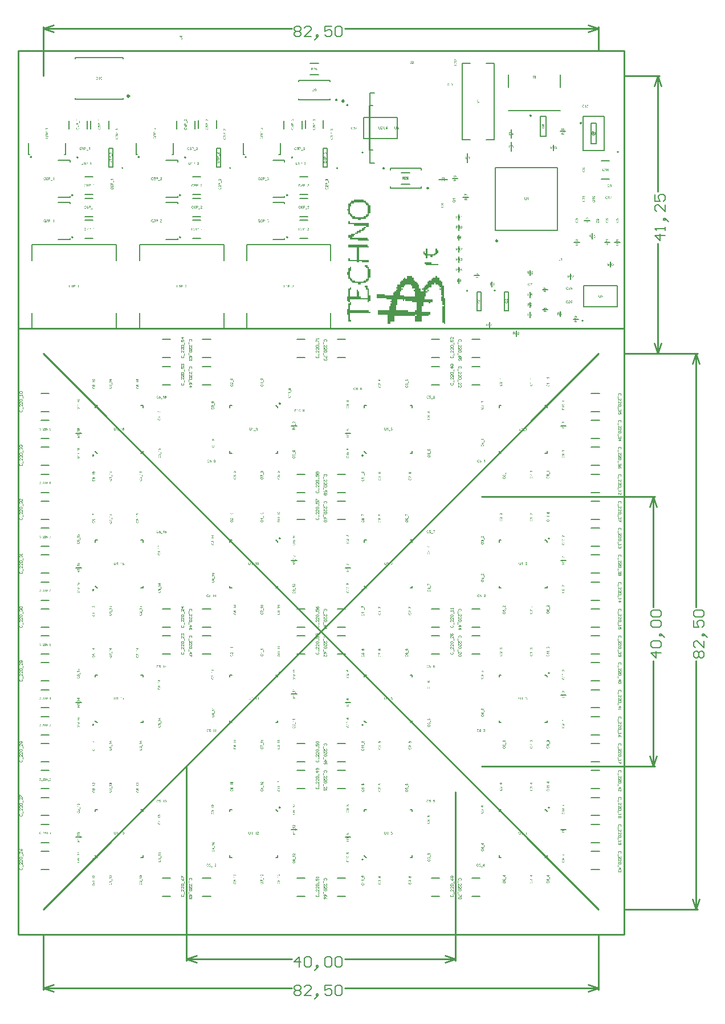
<source format=gto>
%FSLAX44Y44*%
%MOMM*%
G71*
G01*
G75*
G04 Layer_Color=16777215*
G04:AMPARAMS|DCode=10|XSize=1mm|YSize=0.9mm|CornerRadius=0.198mm|HoleSize=0mm|Usage=FLASHONLY|Rotation=270.000|XOffset=0mm|YOffset=0mm|HoleType=Round|Shape=RoundedRectangle|*
%AMROUNDEDRECTD10*
21,1,1.0000,0.5040,0,0,270.0*
21,1,0.6040,0.9000,0,0,270.0*
1,1,0.3960,-0.2520,-0.3020*
1,1,0.3960,-0.2520,0.3020*
1,1,0.3960,0.2520,0.3020*
1,1,0.3960,0.2520,-0.3020*
%
%ADD10ROUNDEDRECTD10*%
%ADD11C,0.6000*%
%ADD12C,1.3000*%
%ADD13R,1.3000X1.3000*%
G04:AMPARAMS|DCode=14|XSize=1.45mm|YSize=1.15mm|CornerRadius=0.2013mm|HoleSize=0mm|Usage=FLASHONLY|Rotation=90.000|XOffset=0mm|YOffset=0mm|HoleType=Round|Shape=RoundedRectangle|*
%AMROUNDEDRECTD14*
21,1,1.4500,0.7475,0,0,90.0*
21,1,1.0475,1.1500,0,0,90.0*
1,1,0.4025,0.3738,0.5238*
1,1,0.4025,0.3738,-0.5238*
1,1,0.4025,-0.3738,-0.5238*
1,1,0.4025,-0.3738,0.5238*
%
%ADD14ROUNDEDRECTD14*%
G04:AMPARAMS|DCode=15|XSize=1mm|YSize=0.9mm|CornerRadius=0.198mm|HoleSize=0mm|Usage=FLASHONLY|Rotation=180.000|XOffset=0mm|YOffset=0mm|HoleType=Round|Shape=RoundedRectangle|*
%AMROUNDEDRECTD15*
21,1,1.0000,0.5040,0,0,180.0*
21,1,0.6040,0.9000,0,0,180.0*
1,1,0.3960,-0.3020,0.2520*
1,1,0.3960,0.3020,0.2520*
1,1,0.3960,0.3020,-0.2520*
1,1,0.3960,-0.3020,-0.2520*
%
%ADD15ROUNDEDRECTD15*%
%ADD16O,0.3000X1.5000*%
%ADD17O,1.5000X0.3000*%
%ADD18C,1.0000*%
G04:AMPARAMS|DCode=19|XSize=2.7mm|YSize=1.15mm|CornerRadius=0.2013mm|HoleSize=0mm|Usage=FLASHONLY|Rotation=90.000|XOffset=0mm|YOffset=0mm|HoleType=Round|Shape=RoundedRectangle|*
%AMROUNDEDRECTD19*
21,1,2.7000,0.7475,0,0,90.0*
21,1,2.2975,1.1500,0,0,90.0*
1,1,0.4025,0.3738,1.1487*
1,1,0.4025,0.3738,-1.1487*
1,1,0.4025,-0.3738,-1.1487*
1,1,0.4025,-0.3738,1.1487*
%
%ADD19ROUNDEDRECTD19*%
G04:AMPARAMS|DCode=20|XSize=4.9mm|YSize=1.6mm|CornerRadius=0.2mm|HoleSize=0mm|Usage=FLASHONLY|Rotation=270.000|XOffset=0mm|YOffset=0mm|HoleType=Round|Shape=RoundedRectangle|*
%AMROUNDEDRECTD20*
21,1,4.9000,1.2000,0,0,270.0*
21,1,4.5000,1.6000,0,0,270.0*
1,1,0.4000,-0.6000,-2.2500*
1,1,0.4000,-0.6000,2.2500*
1,1,0.4000,0.6000,2.2500*
1,1,0.4000,0.6000,-2.2500*
%
%ADD20ROUNDEDRECTD20*%
%ADD21O,1.5500X0.6000*%
%ADD22O,0.6000X1.5500*%
G04:AMPARAMS|DCode=23|XSize=6.45mm|YSize=6mm|CornerRadius=0.21mm|HoleSize=0mm|Usage=FLASHONLY|Rotation=0.000|XOffset=0mm|YOffset=0mm|HoleType=Round|Shape=RoundedRectangle|*
%AMROUNDEDRECTD23*
21,1,6.4500,5.5800,0,0,0.0*
21,1,6.0300,6.0000,0,0,0.0*
1,1,0.4200,3.0150,-2.7900*
1,1,0.4200,-3.0150,-2.7900*
1,1,0.4200,-3.0150,2.7900*
1,1,0.4200,3.0150,2.7900*
%
%ADD23ROUNDEDRECTD23*%
G04:AMPARAMS|DCode=24|XSize=2.85mm|YSize=1mm|CornerRadius=0.2mm|HoleSize=0mm|Usage=FLASHONLY|Rotation=0.000|XOffset=0mm|YOffset=0mm|HoleType=Round|Shape=RoundedRectangle|*
%AMROUNDEDRECTD24*
21,1,2.8500,0.6000,0,0,0.0*
21,1,2.4500,1.0000,0,0,0.0*
1,1,0.4000,1.2250,-0.3000*
1,1,0.4000,-1.2250,-0.3000*
1,1,0.4000,-1.2250,0.3000*
1,1,0.4000,1.2250,0.3000*
%
%ADD24ROUNDEDRECTD24*%
G04:AMPARAMS|DCode=25|XSize=11.3mm|YSize=10.75mm|CornerRadius=0.215mm|HoleSize=0mm|Usage=FLASHONLY|Rotation=0.000|XOffset=0mm|YOffset=0mm|HoleType=Round|Shape=RoundedRectangle|*
%AMROUNDEDRECTD25*
21,1,11.3000,10.3200,0,0,0.0*
21,1,10.8700,10.7500,0,0,0.0*
1,1,0.4300,5.4350,-5.1600*
1,1,0.4300,-5.4350,-5.1600*
1,1,0.4300,-5.4350,5.1600*
1,1,0.4300,5.4350,5.1600*
%
%ADD25ROUNDEDRECTD25*%
G04:AMPARAMS|DCode=26|XSize=3.95mm|YSize=1.2mm|CornerRadius=0.198mm|HoleSize=0mm|Usage=FLASHONLY|Rotation=0.000|XOffset=0mm|YOffset=0mm|HoleType=Round|Shape=RoundedRectangle|*
%AMROUNDEDRECTD26*
21,1,3.9500,0.8040,0,0,0.0*
21,1,3.5540,1.2000,0,0,0.0*
1,1,0.3960,1.7770,-0.4020*
1,1,0.3960,-1.7770,-0.4020*
1,1,0.3960,-1.7770,0.4020*
1,1,0.3960,1.7770,0.4020*
%
%ADD26ROUNDEDRECTD26*%
G04:AMPARAMS|DCode=27|XSize=1.1mm|YSize=0.6mm|CornerRadius=0.201mm|HoleSize=0mm|Usage=FLASHONLY|Rotation=0.000|XOffset=0mm|YOffset=0mm|HoleType=Round|Shape=RoundedRectangle|*
%AMROUNDEDRECTD27*
21,1,1.1000,0.1980,0,0,0.0*
21,1,0.6980,0.6000,0,0,0.0*
1,1,0.4020,0.3490,-0.0990*
1,1,0.4020,-0.3490,-0.0990*
1,1,0.4020,-0.3490,0.0990*
1,1,0.4020,0.3490,0.0990*
%
%ADD27ROUNDEDRECTD27*%
G04:AMPARAMS|DCode=28|XSize=1.35mm|YSize=1.65mm|CornerRadius=0.27mm|HoleSize=0mm|Usage=FLASHONLY|Rotation=90.000|XOffset=0mm|YOffset=0mm|HoleType=Round|Shape=RoundedRectangle|*
%AMROUNDEDRECTD28*
21,1,1.3500,1.1100,0,0,90.0*
21,1,0.8100,1.6500,0,0,90.0*
1,1,0.5400,0.5550,0.4050*
1,1,0.5400,0.5550,-0.4050*
1,1,0.5400,-0.5550,-0.4050*
1,1,0.5400,-0.5550,0.4050*
%
%ADD28ROUNDEDRECTD28*%
G04:AMPARAMS|DCode=29|XSize=0.7mm|YSize=0.25mm|CornerRadius=0.0838mm|HoleSize=0mm|Usage=FLASHONLY|Rotation=0.000|XOffset=0mm|YOffset=0mm|HoleType=Round|Shape=RoundedRectangle|*
%AMROUNDEDRECTD29*
21,1,0.7000,0.0825,0,0,0.0*
21,1,0.5325,0.2500,0,0,0.0*
1,1,0.1675,0.2662,-0.0413*
1,1,0.1675,-0.2662,-0.0413*
1,1,0.1675,-0.2662,0.0413*
1,1,0.1675,0.2662,0.0413*
%
%ADD29ROUNDEDRECTD29*%
G04:AMPARAMS|DCode=30|XSize=1.75mm|YSize=1.05mm|CornerRadius=0.1995mm|HoleSize=0mm|Usage=FLASHONLY|Rotation=270.000|XOffset=0mm|YOffset=0mm|HoleType=Round|Shape=RoundedRectangle|*
%AMROUNDEDRECTD30*
21,1,1.7500,0.6510,0,0,270.0*
21,1,1.3510,1.0500,0,0,270.0*
1,1,0.3990,-0.3255,-0.6755*
1,1,0.3990,-0.3255,0.6755*
1,1,0.3990,0.3255,0.6755*
1,1,0.3990,0.3255,-0.6755*
%
%ADD30ROUNDEDRECTD30*%
%ADD31O,1.3500X0.5000*%
G04:AMPARAMS|DCode=32|XSize=1.05mm|YSize=0.65mm|CornerRadius=0.2015mm|HoleSize=0mm|Usage=FLASHONLY|Rotation=0.000|XOffset=0mm|YOffset=0mm|HoleType=Round|Shape=RoundedRectangle|*
%AMROUNDEDRECTD32*
21,1,1.0500,0.2470,0,0,0.0*
21,1,0.6470,0.6500,0,0,0.0*
1,1,0.4030,0.3235,-0.1235*
1,1,0.4030,-0.3235,-0.1235*
1,1,0.4030,-0.3235,0.1235*
1,1,0.4030,0.3235,0.1235*
%
%ADD32ROUNDEDRECTD32*%
%ADD33O,0.5000X1.3500*%
G04:AMPARAMS|DCode=34|XSize=6.5mm|YSize=5mm|CornerRadius=0.25mm|HoleSize=0mm|Usage=FLASHONLY|Rotation=90.000|XOffset=0mm|YOffset=0mm|HoleType=Round|Shape=RoundedRectangle|*
%AMROUNDEDRECTD34*
21,1,6.5000,4.5000,0,0,90.0*
21,1,6.0000,5.0000,0,0,90.0*
1,1,0.5000,2.2500,3.0000*
1,1,0.5000,2.2500,-3.0000*
1,1,0.5000,-2.2500,-3.0000*
1,1,0.5000,-2.2500,3.0000*
%
%ADD34ROUNDEDRECTD34*%
G04:AMPARAMS|DCode=35|XSize=3.3mm|YSize=2.5mm|CornerRadius=0.2mm|HoleSize=0mm|Usage=FLASHONLY|Rotation=270.000|XOffset=0mm|YOffset=0mm|HoleType=Round|Shape=RoundedRectangle|*
%AMROUNDEDRECTD35*
21,1,3.3000,2.1000,0,0,270.0*
21,1,2.9000,2.5000,0,0,270.0*
1,1,0.4000,-1.0500,-1.4500*
1,1,0.4000,-1.0500,1.4500*
1,1,0.4000,1.0500,1.4500*
1,1,0.4000,1.0500,-1.4500*
%
%ADD35ROUNDEDRECTD35*%
G04:AMPARAMS|DCode=36|XSize=2.5mm|YSize=1.7mm|CornerRadius=0.204mm|HoleSize=0mm|Usage=FLASHONLY|Rotation=180.000|XOffset=0mm|YOffset=0mm|HoleType=Round|Shape=RoundedRectangle|*
%AMROUNDEDRECTD36*
21,1,2.5000,1.2920,0,0,180.0*
21,1,2.0920,1.7000,0,0,180.0*
1,1,0.4080,-1.0460,0.6460*
1,1,0.4080,1.0460,0.6460*
1,1,0.4080,1.0460,-0.6460*
1,1,0.4080,-1.0460,-0.6460*
%
%ADD36ROUNDEDRECTD36*%
G04:AMPARAMS|DCode=37|XSize=1.2mm|YSize=1.2mm|CornerRadius=0.198mm|HoleSize=0mm|Usage=FLASHONLY|Rotation=90.000|XOffset=0mm|YOffset=0mm|HoleType=Round|Shape=RoundedRectangle|*
%AMROUNDEDRECTD37*
21,1,1.2000,0.8040,0,0,90.0*
21,1,0.8040,1.2000,0,0,90.0*
1,1,0.3960,0.4020,0.4020*
1,1,0.3960,0.4020,-0.4020*
1,1,0.3960,-0.4020,-0.4020*
1,1,0.3960,-0.4020,0.4020*
%
%ADD37ROUNDEDRECTD37*%
G04:AMPARAMS|DCode=38|XSize=1.2mm|YSize=1.2mm|CornerRadius=0.198mm|HoleSize=0mm|Usage=FLASHONLY|Rotation=0.000|XOffset=0mm|YOffset=0mm|HoleType=Round|Shape=RoundedRectangle|*
%AMROUNDEDRECTD38*
21,1,1.2000,0.8040,0,0,0.0*
21,1,0.8040,1.2000,0,0,0.0*
1,1,0.3960,0.4020,-0.4020*
1,1,0.3960,-0.4020,-0.4020*
1,1,0.3960,-0.4020,0.4020*
1,1,0.3960,0.4020,0.4020*
%
%ADD38ROUNDEDRECTD38*%
G04:AMPARAMS|DCode=39|XSize=1mm|YSize=0.95mm|CornerRadius=0.1995mm|HoleSize=0mm|Usage=FLASHONLY|Rotation=270.000|XOffset=0mm|YOffset=0mm|HoleType=Round|Shape=RoundedRectangle|*
%AMROUNDEDRECTD39*
21,1,1.0000,0.5510,0,0,270.0*
21,1,0.6010,0.9500,0,0,270.0*
1,1,0.3990,-0.2755,-0.3005*
1,1,0.3990,-0.2755,0.3005*
1,1,0.3990,0.2755,0.3005*
1,1,0.3990,0.2755,-0.3005*
%
%ADD39ROUNDEDRECTD39*%
G04:AMPARAMS|DCode=40|XSize=1mm|YSize=0.95mm|CornerRadius=0.1995mm|HoleSize=0mm|Usage=FLASHONLY|Rotation=180.000|XOffset=0mm|YOffset=0mm|HoleType=Round|Shape=RoundedRectangle|*
%AMROUNDEDRECTD40*
21,1,1.0000,0.5510,0,0,180.0*
21,1,0.6010,0.9500,0,0,180.0*
1,1,0.3990,-0.3005,0.2755*
1,1,0.3990,0.3005,0.2755*
1,1,0.3990,0.3005,-0.2755*
1,1,0.3990,-0.3005,-0.2755*
%
%ADD40ROUNDEDRECTD40*%
G04:AMPARAMS|DCode=41|XSize=2.7mm|YSize=1.15mm|CornerRadius=0.2013mm|HoleSize=0mm|Usage=FLASHONLY|Rotation=180.000|XOffset=0mm|YOffset=0mm|HoleType=Round|Shape=RoundedRectangle|*
%AMROUNDEDRECTD41*
21,1,2.7000,0.7475,0,0,180.0*
21,1,2.2975,1.1500,0,0,180.0*
1,1,0.4025,-1.1487,0.3738*
1,1,0.4025,1.1487,0.3738*
1,1,0.4025,1.1487,-0.3738*
1,1,0.4025,-1.1487,-0.3738*
%
%ADD41ROUNDEDRECTD41*%
G04:AMPARAMS|DCode=42|XSize=1.45mm|YSize=1.15mm|CornerRadius=0.2013mm|HoleSize=0mm|Usage=FLASHONLY|Rotation=0.000|XOffset=0mm|YOffset=0mm|HoleType=Round|Shape=RoundedRectangle|*
%AMROUNDEDRECTD42*
21,1,1.4500,0.7475,0,0,0.0*
21,1,1.0475,1.1500,0,0,0.0*
1,1,0.4025,0.5238,-0.3738*
1,1,0.4025,-0.5238,-0.3738*
1,1,0.4025,-0.5238,0.3738*
1,1,0.4025,0.5238,0.3738*
%
%ADD42ROUNDEDRECTD42*%
G04:AMPARAMS|DCode=43|XSize=1.1mm|YSize=0.8mm|CornerRadius=0.268mm|HoleSize=0mm|Usage=FLASHONLY|Rotation=0.000|XOffset=0mm|YOffset=0mm|HoleType=Round|Shape=RoundedRectangle|*
%AMROUNDEDRECTD43*
21,1,1.1000,0.2640,0,0,0.0*
21,1,0.5640,0.8000,0,0,0.0*
1,1,0.5360,0.2820,-0.1320*
1,1,0.5360,-0.2820,-0.1320*
1,1,0.5360,-0.2820,0.1320*
1,1,0.5360,0.2820,0.1320*
%
%ADD43ROUNDEDRECTD43*%
G04:AMPARAMS|DCode=44|XSize=2.3mm|YSize=0.5mm|CornerRadius=0.2mm|HoleSize=0mm|Usage=FLASHONLY|Rotation=270.000|XOffset=0mm|YOffset=0mm|HoleType=Round|Shape=RoundedRectangle|*
%AMROUNDEDRECTD44*
21,1,2.3000,0.1000,0,0,270.0*
21,1,1.9000,0.5000,0,0,270.0*
1,1,0.4000,-0.0500,-0.9500*
1,1,0.4000,-0.0500,0.9500*
1,1,0.4000,0.0500,0.9500*
1,1,0.4000,0.0500,-0.9500*
%
%ADD44ROUNDEDRECTD44*%
G04:AMPARAMS|DCode=45|XSize=2.5mm|YSize=2mm|CornerRadius=0.2mm|HoleSize=0mm|Usage=FLASHONLY|Rotation=270.000|XOffset=0mm|YOffset=0mm|HoleType=Round|Shape=RoundedRectangle|*
%AMROUNDEDRECTD45*
21,1,2.5000,1.6000,0,0,270.0*
21,1,2.1000,2.0000,0,0,270.0*
1,1,0.4000,-0.8000,-1.0500*
1,1,0.4000,-0.8000,1.0500*
1,1,0.4000,0.8000,1.0500*
1,1,0.4000,0.8000,-1.0500*
%
%ADD45ROUNDEDRECTD45*%
%ADD46O,0.2500X0.8500*%
%ADD47O,0.8500X0.2500*%
%ADD48C,0.4000*%
%ADD49C,0.6000*%
%ADD50C,0.2500*%
%ADD51C,0.5000*%
%ADD52C,0.2000*%
%ADD53C,0.3500*%
%ADD54C,0.4500*%
%ADD55C,0.3000*%
%ADD56C,0.2540*%
%ADD57C,2.0000*%
%ADD58C,0.4000*%
%ADD59C,7.0000*%
%ADD60C,2.0000*%
%ADD61C,2.5000*%
%ADD62C,0.5000*%
%ADD63C,4.5000*%
%ADD64C,0.1500*%
%ADD65C,0.1000*%
%ADD66C,0.1524*%
G36*
X-762240Y612966D02*
X-762207D01*
X-762162Y612955D01*
X-762113Y612944D01*
X-762051Y612933D01*
X-761979Y612916D01*
X-761907Y612894D01*
X-761834Y612866D01*
X-761757Y612833D01*
X-761673Y612794D01*
X-761595Y612749D01*
X-761517Y612699D01*
X-761445Y612644D01*
X-761373Y612577D01*
X-761311Y612505D01*
X-761306Y612499D01*
X-761300Y612488D01*
X-761284Y612466D01*
X-761261Y612432D01*
X-761239Y612393D01*
X-761211Y612343D01*
X-761183Y612288D01*
X-761156Y612226D01*
X-761122Y612154D01*
X-761095Y612076D01*
X-761067Y611993D01*
X-761044Y611898D01*
X-761022Y611804D01*
X-761005Y611698D01*
X-761000Y611592D01*
X-760994Y611475D01*
Y611464D01*
Y611442D01*
X-761000Y611403D01*
Y611348D01*
X-761011Y611281D01*
X-761022Y611208D01*
X-761039Y611125D01*
X-761056Y611036D01*
X-761083Y610936D01*
X-761117Y610836D01*
X-761156Y610736D01*
X-761206Y610635D01*
X-761261Y610530D01*
X-761328Y610430D01*
X-761406Y610335D01*
X-761495Y610246D01*
X-761501Y610241D01*
X-761517Y610224D01*
X-761545Y610202D01*
X-761590Y610174D01*
X-761640Y610140D01*
X-761701Y610102D01*
X-761773Y610057D01*
X-761857Y610018D01*
X-761951Y609973D01*
X-762051Y609929D01*
X-762162Y609890D01*
X-762285Y609857D01*
X-762418Y609829D01*
X-762558Y609807D01*
X-762708Y609790D01*
X-762863Y609784D01*
X-762902D01*
X-762947Y609790D01*
X-763008D01*
X-763080Y609801D01*
X-763164Y609807D01*
X-763258Y609823D01*
X-763359Y609840D01*
X-763464Y609868D01*
X-763575Y609896D01*
X-763692Y609935D01*
X-763803Y609979D01*
X-763920Y610035D01*
X-764026Y610096D01*
X-764132Y610163D01*
X-764232Y610246D01*
X-764237Y610252D01*
X-764254Y610268D01*
X-764276Y610296D01*
X-764310Y610330D01*
X-764349Y610374D01*
X-764393Y610435D01*
X-764438Y610496D01*
X-764488Y610574D01*
X-764532Y610658D01*
X-764577Y610747D01*
X-764621Y610852D01*
X-764660Y610958D01*
X-764694Y611075D01*
X-764716Y611203D01*
X-764733Y611336D01*
X-764738Y611475D01*
Y611481D01*
Y611503D01*
Y611531D01*
X-764733Y611576D01*
X-764727Y611626D01*
X-764721Y611687D01*
X-764710Y611754D01*
X-764699Y611826D01*
X-764660Y611987D01*
X-764632Y612071D01*
X-764604Y612154D01*
X-764566Y612243D01*
X-764521Y612327D01*
X-764471Y612410D01*
X-764415Y612493D01*
X-764410Y612499D01*
X-764399Y612510D01*
X-764382Y612532D01*
X-764354Y612560D01*
X-764321Y612593D01*
X-764282Y612632D01*
X-764237Y612671D01*
X-764182Y612710D01*
X-764121Y612755D01*
X-764054Y612794D01*
X-763976Y612838D01*
X-763898Y612872D01*
X-763809Y612905D01*
X-763715Y612933D01*
X-763614Y612955D01*
X-763509Y612972D01*
Y612388D01*
X-763525D01*
X-763542Y612382D01*
X-763570Y612377D01*
X-763631Y612365D01*
X-763709Y612343D01*
X-763798Y612304D01*
X-763887Y612254D01*
X-763970Y612193D01*
X-764048Y612110D01*
X-764054Y612098D01*
X-764076Y612065D01*
X-764109Y612009D01*
X-764143Y611937D01*
X-764176Y611848D01*
X-764210Y611742D01*
X-764232Y611620D01*
X-764237Y611481D01*
Y611475D01*
Y611459D01*
Y611431D01*
X-764232Y611398D01*
X-764226Y611353D01*
X-764221Y611303D01*
X-764210Y611247D01*
X-764193Y611192D01*
X-764148Y611064D01*
X-764121Y610997D01*
X-764087Y610925D01*
X-764048Y610858D01*
X-763998Y610797D01*
X-763943Y610736D01*
X-763881Y610674D01*
X-763876Y610669D01*
X-763865Y610663D01*
X-763842Y610647D01*
X-763815Y610630D01*
X-763781Y610608D01*
X-763737Y610580D01*
X-763681Y610552D01*
X-763625Y610524D01*
X-763553Y610496D01*
X-763481Y610469D01*
X-763397Y610446D01*
X-763303Y610419D01*
X-763203Y610402D01*
X-763097Y610385D01*
X-762986Y610380D01*
X-762863Y610374D01*
X-762802D01*
X-762752Y610380D01*
X-762697Y610385D01*
X-762635Y610391D01*
X-762563Y610396D01*
X-762485Y610413D01*
X-762318Y610446D01*
X-762151Y610496D01*
X-762068Y610530D01*
X-761984Y610574D01*
X-761912Y610619D01*
X-761840Y610669D01*
X-761834Y610674D01*
X-761823Y610686D01*
X-761806Y610702D01*
X-761784Y610724D01*
X-761757Y610752D01*
X-761729Y610791D01*
X-761695Y610836D01*
X-761667Y610880D01*
X-761634Y610936D01*
X-761601Y610997D01*
X-761573Y611064D01*
X-761545Y611136D01*
X-761523Y611214D01*
X-761506Y611297D01*
X-761495Y611381D01*
X-761489Y611475D01*
Y611481D01*
Y611492D01*
Y611514D01*
X-761495Y611542D01*
Y611576D01*
X-761501Y611614D01*
X-761512Y611703D01*
X-761534Y611804D01*
X-761567Y611909D01*
X-761617Y612015D01*
X-761679Y612110D01*
Y612115D01*
X-761690Y612121D01*
X-761712Y612149D01*
X-761762Y612187D01*
X-761823Y612232D01*
X-761907Y612282D01*
X-762007Y612327D01*
X-762129Y612365D01*
X-762268Y612388D01*
Y612972D01*
X-762263D01*
X-762240Y612966D01*
D02*
G37*
G36*
X-762157Y824631D02*
X-762113Y824625D01*
X-762062Y824620D01*
X-762007Y824609D01*
X-761940Y824597D01*
X-761801Y824559D01*
X-761729Y824536D01*
X-761656Y824503D01*
X-761579Y824464D01*
X-761506Y824425D01*
X-761434Y824375D01*
X-761361Y824319D01*
X-761356Y824314D01*
X-761345Y824303D01*
X-761328Y824286D01*
X-761306Y824264D01*
X-761278Y824230D01*
X-761245Y824192D01*
X-761211Y824147D01*
X-761178Y824097D01*
X-761145Y824036D01*
X-761111Y823975D01*
X-761078Y823902D01*
X-761050Y823830D01*
X-761028Y823746D01*
X-761011Y823663D01*
X-761000Y823568D01*
X-760994Y823474D01*
Y823468D01*
Y823446D01*
X-761000Y823418D01*
Y823374D01*
X-761011Y823324D01*
X-761017Y823268D01*
X-761033Y823201D01*
X-761050Y823135D01*
X-761078Y823057D01*
X-761106Y822984D01*
X-761145Y822906D01*
X-761189Y822829D01*
X-761239Y822751D01*
X-761300Y822673D01*
X-761373Y822606D01*
X-761451Y822539D01*
X-761456Y822534D01*
X-761473Y822523D01*
X-761501Y822512D01*
X-761534Y822489D01*
X-761584Y822461D01*
X-761640Y822434D01*
X-761706Y822406D01*
X-761784Y822378D01*
X-761873Y822345D01*
X-761968Y822317D01*
X-762074Y822289D01*
X-762190Y822261D01*
X-762318Y822239D01*
X-762452Y822228D01*
X-762596Y822217D01*
X-762752Y822211D01*
X-762836D01*
X-762880Y822217D01*
X-762936Y822222D01*
X-762997D01*
X-763064Y822233D01*
X-763136Y822239D01*
X-763214Y822250D01*
X-763381Y822278D01*
X-763559Y822322D01*
X-763748Y822373D01*
X-763931Y822445D01*
X-764109Y822528D01*
X-764276Y822634D01*
X-764354Y822695D01*
X-764426Y822762D01*
X-764493Y822834D01*
X-764555Y822912D01*
X-764610Y822996D01*
X-764655Y823084D01*
X-764688Y823179D01*
X-764716Y823285D01*
X-764733Y823396D01*
X-764738Y823513D01*
Y823518D01*
Y823530D01*
Y823552D01*
X-764733Y823585D01*
Y823618D01*
X-764727Y823663D01*
X-764710Y823758D01*
X-764682Y823869D01*
X-764638Y823986D01*
X-764582Y824108D01*
X-764504Y824219D01*
Y824225D01*
X-764493Y824230D01*
X-764482Y824247D01*
X-764460Y824264D01*
X-764432Y824286D01*
X-764404Y824314D01*
X-764365Y824342D01*
X-764326Y824375D01*
X-764276Y824403D01*
X-764221Y824436D01*
X-764159Y824464D01*
X-764093Y824492D01*
X-764020Y824520D01*
X-763937Y824542D01*
X-763854Y824559D01*
X-763759Y824575D01*
Y824008D01*
X-763765D01*
X-763781Y824002D01*
X-763809Y823997D01*
X-763842Y823991D01*
X-763881Y823980D01*
X-763926Y823963D01*
X-764020Y823919D01*
X-764071Y823891D01*
X-764115Y823852D01*
X-764159Y823813D01*
X-764198Y823763D01*
X-764232Y823708D01*
X-764260Y823641D01*
X-764276Y823568D01*
X-764282Y823485D01*
Y823480D01*
Y823474D01*
Y823457D01*
X-764276Y823435D01*
X-764265Y823385D01*
X-764243Y823318D01*
X-764204Y823240D01*
X-764176Y823201D01*
X-764143Y823157D01*
X-764104Y823118D01*
X-764065Y823079D01*
X-764009Y823040D01*
X-763954Y823001D01*
X-763948D01*
X-763937Y822996D01*
X-763920Y822984D01*
X-763893Y822973D01*
X-763859Y822957D01*
X-763820Y822940D01*
X-763776Y822923D01*
X-763720Y822901D01*
X-763659Y822884D01*
X-763592Y822862D01*
X-763520Y822845D01*
X-763436Y822829D01*
X-763353Y822812D01*
X-763258Y822795D01*
X-763158Y822784D01*
X-763053Y822779D01*
X-763058Y822784D01*
X-763069Y822790D01*
X-763086Y822806D01*
X-763114Y822829D01*
X-763142Y822856D01*
X-763175Y822890D01*
X-763208Y822929D01*
X-763247Y822973D01*
X-763314Y823079D01*
X-763375Y823207D01*
X-763403Y823279D01*
X-763420Y823357D01*
X-763431Y823440D01*
X-763436Y823524D01*
Y823530D01*
Y823546D01*
Y823568D01*
X-763431Y823602D01*
X-763425Y823641D01*
X-763420Y823691D01*
X-763392Y823802D01*
X-763353Y823924D01*
X-763325Y823991D01*
X-763292Y824058D01*
X-763253Y824125D01*
X-763208Y824192D01*
X-763158Y824253D01*
X-763097Y824314D01*
X-763092Y824319D01*
X-763080Y824331D01*
X-763064Y824342D01*
X-763036Y824364D01*
X-763002Y824386D01*
X-762963Y824414D01*
X-762919Y824447D01*
X-762863Y824475D01*
X-762808Y824503D01*
X-762741Y824536D01*
X-762674Y824564D01*
X-762596Y824586D01*
X-762518Y824609D01*
X-762430Y824625D01*
X-762340Y824631D01*
X-762246Y824637D01*
X-762196D01*
X-762157Y824631D01*
D02*
G37*
G36*
X-761050Y820587D02*
X-763826D01*
X-763820Y820576D01*
X-763809Y820565D01*
X-763798Y820542D01*
X-763781Y820520D01*
X-763770Y820487D01*
X-763753Y820448D01*
X-763737Y820403D01*
X-763715Y820348D01*
X-763698Y820286D01*
X-763687Y820220D01*
X-763670Y820142D01*
X-763659Y820053D01*
X-763648Y819958D01*
X-763642Y819853D01*
Y819736D01*
X-764098D01*
Y819747D01*
Y819775D01*
X-764104Y819814D01*
X-764109Y819869D01*
X-764121Y819936D01*
X-764132Y820008D01*
X-764154Y820086D01*
X-764176Y820170D01*
X-764210Y820259D01*
X-764254Y820342D01*
X-764304Y820420D01*
X-764371Y820498D01*
X-764443Y820565D01*
X-764527Y820620D01*
X-764627Y820665D01*
X-764738Y820698D01*
Y821143D01*
X-761050D01*
Y820587D01*
D02*
G37*
G36*
Y620181D02*
X-763826D01*
X-763820Y620170D01*
X-763809Y620159D01*
X-763798Y620136D01*
X-763781Y620114D01*
X-763770Y620081D01*
X-763753Y620042D01*
X-763737Y619997D01*
X-763715Y619942D01*
X-763698Y619880D01*
X-763687Y619814D01*
X-763670Y619736D01*
X-763659Y619647D01*
X-763648Y619552D01*
X-763642Y619447D01*
Y619330D01*
X-764098D01*
Y619341D01*
Y619369D01*
X-764104Y619408D01*
X-764109Y619463D01*
X-764121Y619530D01*
X-764132Y619602D01*
X-764154Y619680D01*
X-764176Y619764D01*
X-764210Y619853D01*
X-764254Y619936D01*
X-764304Y620014D01*
X-764371Y620092D01*
X-764443Y620159D01*
X-764527Y620214D01*
X-764627Y620259D01*
X-764738Y620292D01*
Y620737D01*
X-761050D01*
Y620181D01*
D02*
G37*
G36*
X-760277Y615976D02*
X-760622D01*
Y618857D01*
X-760277D01*
Y615976D01*
D02*
G37*
G36*
X-761050Y614524D02*
Y613928D01*
X-764159Y615247D01*
Y613433D01*
X-764677D01*
Y615825D01*
X-764299D01*
X-761050Y614524D01*
D02*
G37*
G36*
X-111064Y687759D02*
X-113979D01*
X-113973Y687747D01*
X-113962Y687736D01*
X-113950Y687712D01*
X-113932Y687689D01*
X-113921Y687654D01*
X-113903Y687613D01*
X-113886Y687566D01*
X-113862Y687508D01*
X-113845Y687443D01*
X-113833Y687373D01*
X-113816Y687291D01*
X-113804Y687198D01*
X-113792Y687099D01*
X-113786Y686988D01*
Y686865D01*
X-114265D01*
Y686877D01*
Y686906D01*
X-114271Y686947D01*
X-114277Y687005D01*
X-114289Y687075D01*
X-114300Y687151D01*
X-114324Y687233D01*
X-114347Y687321D01*
X-114382Y687414D01*
X-114429Y687502D01*
X-114482Y687584D01*
X-114552Y687665D01*
X-114628Y687736D01*
X-114715Y687794D01*
X-114820Y687841D01*
X-114937Y687876D01*
Y688343D01*
X-111064D01*
Y687759D01*
D02*
G37*
G36*
X-110252Y683342D02*
X-110614D01*
Y686368D01*
X-110252D01*
Y683342D01*
D02*
G37*
G36*
X-112016Y683196D02*
X-111975Y683190D01*
X-111929Y683185D01*
X-111818Y683155D01*
X-111689Y683114D01*
X-111625Y683085D01*
X-111555Y683050D01*
X-111490Y683009D01*
X-111426Y682962D01*
X-111362Y682910D01*
X-111304Y682846D01*
X-111298Y682840D01*
X-111292Y682828D01*
X-111274Y682811D01*
X-111257Y682781D01*
X-111233Y682746D01*
X-111210Y682706D01*
X-111181Y682653D01*
X-111158Y682595D01*
X-111128Y682530D01*
X-111099Y682460D01*
X-111076Y682384D01*
X-111052Y682302D01*
X-111035Y682215D01*
X-111017Y682121D01*
X-111011Y682022D01*
X-111006Y681917D01*
Y681911D01*
Y681893D01*
Y681864D01*
X-111011Y681823D01*
X-111017Y681777D01*
X-111023Y681718D01*
X-111029Y681654D01*
X-111041Y681590D01*
X-111076Y681444D01*
X-111134Y681286D01*
X-111163Y681210D01*
X-111204Y681134D01*
X-111251Y681064D01*
X-111304Y680994D01*
X-111309Y680988D01*
X-111315Y680976D01*
X-111333Y680959D01*
X-111356Y680941D01*
X-111391Y680912D01*
X-111426Y680883D01*
X-111467Y680854D01*
X-111520Y680818D01*
X-111631Y680754D01*
X-111765Y680696D01*
X-111841Y680678D01*
X-111923Y680661D01*
X-112010Y680649D01*
X-112098Y680643D01*
X-112127D01*
X-112162Y680649D01*
X-112203Y680655D01*
X-112256Y680667D01*
X-112320Y680684D01*
X-112384Y680707D01*
X-112460Y680743D01*
X-112536Y680783D01*
X-112618Y680830D01*
X-112700Y680894D01*
X-112776Y680970D01*
X-112858Y681058D01*
X-112934Y681157D01*
X-113004Y681280D01*
X-113068Y681414D01*
X-113074Y681409D01*
X-113085Y681385D01*
X-113103Y681356D01*
X-113126Y681315D01*
X-113161Y681268D01*
X-113202Y681216D01*
X-113249Y681157D01*
X-113301Y681099D01*
X-113366Y681040D01*
X-113430Y680982D01*
X-113506Y680929D01*
X-113588Y680883D01*
X-113670Y680842D01*
X-113763Y680813D01*
X-113862Y680789D01*
X-113968Y680783D01*
X-114008D01*
X-114038Y680789D01*
X-114073Y680795D01*
X-114119Y680801D01*
X-114213Y680824D01*
X-114324Y680859D01*
X-114441Y680918D01*
X-114499Y680953D01*
X-114558Y680994D01*
X-114610Y681046D01*
X-114663Y681099D01*
X-114669Y681105D01*
X-114674Y681116D01*
X-114686Y681134D01*
X-114704Y681157D01*
X-114727Y681187D01*
X-114750Y681227D01*
X-114774Y681268D01*
X-114803Y681321D01*
X-114826Y681374D01*
X-114850Y681438D01*
X-114896Y681578D01*
X-114926Y681736D01*
X-114937Y681823D01*
Y681917D01*
Y681923D01*
Y681940D01*
Y681964D01*
X-114931Y681999D01*
Y682045D01*
X-114926Y682092D01*
X-114902Y682209D01*
X-114873Y682337D01*
X-114820Y682478D01*
X-114756Y682612D01*
X-114709Y682676D01*
X-114663Y682735D01*
X-114657Y682740D01*
X-114651Y682746D01*
X-114634Y682764D01*
X-114616Y682781D01*
X-114558Y682834D01*
X-114476Y682892D01*
X-114376Y682951D01*
X-114254Y683003D01*
X-114119Y683038D01*
X-114043Y683044D01*
X-113968Y683050D01*
X-113944D01*
X-113915Y683044D01*
X-113874Y683038D01*
X-113827Y683033D01*
X-113769Y683015D01*
X-113705Y682998D01*
X-113640Y682974D01*
X-113570Y682939D01*
X-113494Y682898D01*
X-113424Y682846D01*
X-113348Y682787D01*
X-113272Y682717D01*
X-113202Y682629D01*
X-113132Y682536D01*
X-113068Y682425D01*
X-113062Y682437D01*
X-113050Y682460D01*
X-113033Y682495D01*
X-113004Y682548D01*
X-112969Y682606D01*
X-112928Y682670D01*
X-112881Y682740D01*
X-112823Y682816D01*
X-112758Y682887D01*
X-112682Y682957D01*
X-112606Y683021D01*
X-112519Y683079D01*
X-112425Y683132D01*
X-112320Y683167D01*
X-112215Y683196D01*
X-112098Y683202D01*
X-112051D01*
X-112016Y683196D01*
D02*
G37*
G36*
X-760277Y816382D02*
X-760622D01*
Y819263D01*
X-760277D01*
Y816382D01*
D02*
G37*
G36*
X-761050Y814930D02*
Y814334D01*
X-764159Y815653D01*
Y813839D01*
X-764677D01*
Y816231D01*
X-764299D01*
X-761050Y814930D01*
D02*
G37*
G36*
X-762240Y813372D02*
X-762207D01*
X-762162Y813361D01*
X-762113Y813350D01*
X-762051Y813339D01*
X-761979Y813322D01*
X-761907Y813300D01*
X-761834Y813272D01*
X-761757Y813239D01*
X-761673Y813200D01*
X-761595Y813155D01*
X-761517Y813105D01*
X-761445Y813050D01*
X-761373Y812983D01*
X-761311Y812911D01*
X-761306Y812905D01*
X-761300Y812894D01*
X-761284Y812872D01*
X-761261Y812838D01*
X-761239Y812799D01*
X-761211Y812749D01*
X-761183Y812694D01*
X-761156Y812632D01*
X-761122Y812560D01*
X-761095Y812482D01*
X-761067Y812399D01*
X-761044Y812304D01*
X-761022Y812210D01*
X-761005Y812104D01*
X-761000Y811998D01*
X-760994Y811881D01*
Y811870D01*
Y811848D01*
X-761000Y811809D01*
Y811753D01*
X-761011Y811687D01*
X-761022Y811614D01*
X-761039Y811531D01*
X-761056Y811442D01*
X-761083Y811342D01*
X-761117Y811242D01*
X-761156Y811142D01*
X-761206Y811041D01*
X-761261Y810936D01*
X-761328Y810836D01*
X-761406Y810741D01*
X-761495Y810652D01*
X-761501Y810647D01*
X-761517Y810630D01*
X-761545Y810608D01*
X-761590Y810580D01*
X-761640Y810546D01*
X-761701Y810508D01*
X-761773Y810463D01*
X-761857Y810424D01*
X-761951Y810379D01*
X-762051Y810335D01*
X-762162Y810296D01*
X-762285Y810263D01*
X-762418Y810235D01*
X-762558Y810213D01*
X-762708Y810196D01*
X-762863Y810190D01*
X-762902D01*
X-762947Y810196D01*
X-763008D01*
X-763080Y810207D01*
X-763164Y810213D01*
X-763258Y810229D01*
X-763359Y810246D01*
X-763464Y810274D01*
X-763575Y810302D01*
X-763692Y810341D01*
X-763803Y810385D01*
X-763920Y810441D01*
X-764026Y810502D01*
X-764132Y810569D01*
X-764232Y810652D01*
X-764237Y810658D01*
X-764254Y810674D01*
X-764276Y810702D01*
X-764310Y810735D01*
X-764349Y810780D01*
X-764393Y810841D01*
X-764438Y810902D01*
X-764488Y810980D01*
X-764532Y811064D01*
X-764577Y811153D01*
X-764621Y811258D01*
X-764660Y811364D01*
X-764694Y811481D01*
X-764716Y811609D01*
X-764733Y811742D01*
X-764738Y811881D01*
Y811887D01*
Y811909D01*
Y811937D01*
X-764733Y811982D01*
X-764727Y812032D01*
X-764721Y812093D01*
X-764710Y812160D01*
X-764699Y812232D01*
X-764660Y812393D01*
X-764632Y812477D01*
X-764604Y812560D01*
X-764566Y812649D01*
X-764521Y812732D01*
X-764471Y812816D01*
X-764415Y812899D01*
X-764410Y812905D01*
X-764399Y812916D01*
X-764382Y812938D01*
X-764354Y812966D01*
X-764321Y812999D01*
X-764282Y813038D01*
X-764237Y813077D01*
X-764182Y813116D01*
X-764121Y813161D01*
X-764054Y813200D01*
X-763976Y813244D01*
X-763898Y813278D01*
X-763809Y813311D01*
X-763715Y813339D01*
X-763614Y813361D01*
X-763509Y813378D01*
Y812794D01*
X-763525D01*
X-763542Y812788D01*
X-763570Y812783D01*
X-763631Y812772D01*
X-763709Y812749D01*
X-763798Y812710D01*
X-763887Y812660D01*
X-763970Y812599D01*
X-764048Y812516D01*
X-764054Y812504D01*
X-764076Y812471D01*
X-764109Y812415D01*
X-764143Y812343D01*
X-764176Y812254D01*
X-764210Y812148D01*
X-764232Y812026D01*
X-764237Y811887D01*
Y811881D01*
Y811865D01*
Y811837D01*
X-764232Y811804D01*
X-764226Y811759D01*
X-764221Y811709D01*
X-764210Y811653D01*
X-764193Y811598D01*
X-764148Y811470D01*
X-764121Y811403D01*
X-764087Y811331D01*
X-764048Y811264D01*
X-763998Y811203D01*
X-763943Y811142D01*
X-763881Y811080D01*
X-763876Y811075D01*
X-763865Y811069D01*
X-763842Y811053D01*
X-763815Y811036D01*
X-763781Y811014D01*
X-763737Y810986D01*
X-763681Y810958D01*
X-763625Y810930D01*
X-763553Y810902D01*
X-763481Y810875D01*
X-763397Y810852D01*
X-763303Y810825D01*
X-763203Y810808D01*
X-763097Y810791D01*
X-762986Y810786D01*
X-762863Y810780D01*
X-762802D01*
X-762752Y810786D01*
X-762697Y810791D01*
X-762635Y810797D01*
X-762563Y810802D01*
X-762485Y810819D01*
X-762318Y810852D01*
X-762151Y810902D01*
X-762068Y810936D01*
X-761984Y810980D01*
X-761912Y811025D01*
X-761840Y811075D01*
X-761834Y811080D01*
X-761823Y811092D01*
X-761806Y811108D01*
X-761784Y811131D01*
X-761757Y811158D01*
X-761729Y811197D01*
X-761695Y811242D01*
X-761667Y811286D01*
X-761634Y811342D01*
X-761601Y811403D01*
X-761573Y811470D01*
X-761545Y811542D01*
X-761523Y811620D01*
X-761506Y811703D01*
X-761495Y811787D01*
X-761489Y811881D01*
Y811887D01*
Y811898D01*
Y811920D01*
X-761495Y811948D01*
Y811982D01*
X-761501Y812020D01*
X-761512Y812110D01*
X-761534Y812210D01*
X-761567Y812315D01*
X-761617Y812421D01*
X-761679Y812516D01*
Y812521D01*
X-761690Y812527D01*
X-761712Y812554D01*
X-761762Y812593D01*
X-761823Y812638D01*
X-761907Y812688D01*
X-762007Y812732D01*
X-762129Y812772D01*
X-762268Y812794D01*
Y813378D01*
X-762263D01*
X-762240Y813372D01*
D02*
G37*
G36*
X-762202Y624230D02*
X-762157Y624225D01*
X-762101Y624219D01*
X-762035Y624208D01*
X-761968Y624192D01*
X-761823Y624153D01*
X-761745Y624125D01*
X-761667Y624091D01*
X-761584Y624053D01*
X-761506Y624002D01*
X-761434Y623952D01*
X-761361Y623891D01*
X-761356Y623886D01*
X-761345Y623875D01*
X-761328Y623858D01*
X-761306Y623830D01*
X-761278Y623797D01*
X-761245Y623752D01*
X-761211Y623708D01*
X-761178Y623652D01*
X-761145Y623591D01*
X-761111Y623518D01*
X-761078Y623446D01*
X-761050Y623363D01*
X-761028Y623274D01*
X-761011Y623185D01*
X-761000Y623085D01*
X-760994Y622979D01*
Y622973D01*
Y622957D01*
Y622934D01*
X-761000Y622901D01*
Y622862D01*
X-761005Y622812D01*
X-761017Y622762D01*
X-761028Y622706D01*
X-761056Y622578D01*
X-761100Y622445D01*
X-761167Y622306D01*
X-761206Y622245D01*
X-761250Y622178D01*
X-761256Y622172D01*
X-761261Y622161D01*
X-761278Y622145D01*
X-761300Y622128D01*
X-761328Y622100D01*
X-761361Y622072D01*
X-761401Y622039D01*
X-761451Y622005D01*
X-761501Y621972D01*
X-761562Y621939D01*
X-761634Y621905D01*
X-761706Y621878D01*
X-761784Y621850D01*
X-761873Y621827D01*
X-761973Y621805D01*
X-762074Y621794D01*
Y622361D01*
X-762057D01*
X-762040Y622367D01*
X-762018Y622373D01*
X-761957Y622384D01*
X-761884Y622406D01*
X-761801Y622434D01*
X-761723Y622467D01*
X-761645Y622517D01*
X-761584Y622573D01*
X-761579Y622578D01*
X-761562Y622601D01*
X-761540Y622640D01*
X-761517Y622684D01*
X-761489Y622745D01*
X-761467Y622812D01*
X-761451Y622896D01*
X-761445Y622979D01*
Y622985D01*
Y622990D01*
Y623007D01*
X-761451Y623029D01*
X-761456Y623085D01*
X-761473Y623151D01*
X-761501Y623229D01*
X-761540Y623313D01*
X-761595Y623391D01*
X-761673Y623468D01*
X-761684Y623479D01*
X-761718Y623502D01*
X-761768Y623530D01*
X-761834Y623568D01*
X-761918Y623602D01*
X-762018Y623635D01*
X-762129Y623657D01*
X-762257Y623663D01*
X-762290D01*
X-762313Y623657D01*
X-762380Y623652D01*
X-762457Y623641D01*
X-762546Y623613D01*
X-762635Y623580D01*
X-762724Y623535D01*
X-762808Y623468D01*
X-762819Y623457D01*
X-762841Y623435D01*
X-762869Y623391D01*
X-762908Y623335D01*
X-762947Y623263D01*
X-762975Y623174D01*
X-762997Y623079D01*
X-763008Y622968D01*
Y622962D01*
Y622951D01*
Y622934D01*
X-763002Y622907D01*
X-762997Y622879D01*
X-762991Y622845D01*
X-762969Y622762D01*
X-762936Y622662D01*
X-762886Y622562D01*
X-762852Y622506D01*
X-762813Y622456D01*
X-762763Y622400D01*
X-762713Y622350D01*
Y621922D01*
X-764677Y622072D01*
Y624069D01*
X-764159D01*
Y622556D01*
X-763281Y622484D01*
X-763292Y622495D01*
X-763314Y622523D01*
X-763347Y622567D01*
X-763386Y622628D01*
X-763425Y622712D01*
X-763459Y622818D01*
X-763481Y622940D01*
X-763492Y623085D01*
Y623090D01*
Y623107D01*
Y623129D01*
X-763486Y623162D01*
X-763481Y623201D01*
X-763475Y623251D01*
X-763464Y623302D01*
X-763453Y623363D01*
X-763414Y623485D01*
X-763386Y623552D01*
X-763353Y623624D01*
X-763314Y623691D01*
X-763275Y623758D01*
X-763219Y623824D01*
X-763164Y623891D01*
X-763158Y623897D01*
X-763147Y623908D01*
X-763130Y623924D01*
X-763103Y623947D01*
X-763069Y623969D01*
X-763030Y624002D01*
X-762986Y624030D01*
X-762930Y624064D01*
X-762875Y624097D01*
X-762808Y624125D01*
X-762736Y624158D01*
X-762658Y624180D01*
X-762574Y624203D01*
X-762491Y624219D01*
X-762396Y624230D01*
X-762296Y624236D01*
X-762240D01*
X-762202Y624230D01*
D02*
G37*
G36*
X-761050Y221147D02*
X-763826D01*
X-763820Y221136D01*
X-763809Y221125D01*
X-763798Y221102D01*
X-763781Y221080D01*
X-763770Y221047D01*
X-763753Y221008D01*
X-763737Y220963D01*
X-763715Y220908D01*
X-763698Y220847D01*
X-763687Y220780D01*
X-763670Y220702D01*
X-763659Y220613D01*
X-763648Y220518D01*
X-763642Y220413D01*
Y220296D01*
X-764098D01*
Y220307D01*
Y220335D01*
X-764104Y220374D01*
X-764109Y220429D01*
X-764121Y220496D01*
X-764132Y220568D01*
X-764154Y220646D01*
X-764176Y220730D01*
X-764210Y220819D01*
X-764254Y220902D01*
X-764304Y220980D01*
X-764371Y221058D01*
X-764443Y221125D01*
X-764527Y221180D01*
X-764627Y221225D01*
X-764738Y221258D01*
Y221703D01*
X-761050D01*
Y221147D01*
D02*
G37*
G36*
X-760277Y216942D02*
X-760622D01*
Y219823D01*
X-760277D01*
Y216942D01*
D02*
G37*
G36*
X-761050Y215490D02*
Y214895D01*
X-764159Y216213D01*
Y214400D01*
X-764677D01*
Y216791D01*
X-764299D01*
X-761050Y215490D01*
D02*
G37*
G36*
X-536006Y79600D02*
Y79005D01*
X-539115Y80323D01*
Y78509D01*
X-539633D01*
Y80901D01*
X-539255D01*
X-536006Y79600D01*
D02*
G37*
G36*
X-537196Y78042D02*
X-537163D01*
X-537118Y78031D01*
X-537068Y78020D01*
X-537007Y78009D01*
X-536935Y77992D01*
X-536863Y77970D01*
X-536790Y77942D01*
X-536712Y77909D01*
X-536629Y77870D01*
X-536551Y77825D01*
X-536473Y77775D01*
X-536401Y77720D01*
X-536329Y77653D01*
X-536268Y77580D01*
X-536262Y77575D01*
X-536256Y77564D01*
X-536240Y77542D01*
X-536217Y77508D01*
X-536195Y77469D01*
X-536167Y77419D01*
X-536139Y77364D01*
X-536112Y77302D01*
X-536078Y77230D01*
X-536050Y77152D01*
X-536023Y77069D01*
X-536001Y76974D01*
X-535978Y76880D01*
X-535961Y76774D01*
X-535956Y76668D01*
X-535950Y76551D01*
Y76540D01*
Y76518D01*
X-535956Y76479D01*
Y76424D01*
X-535967Y76357D01*
X-535978Y76284D01*
X-535995Y76201D01*
X-536012Y76112D01*
X-536039Y76012D01*
X-536073Y75912D01*
X-536112Y75812D01*
X-536162Y75711D01*
X-536217Y75606D01*
X-536284Y75506D01*
X-536362Y75411D01*
X-536451Y75322D01*
X-536457Y75317D01*
X-536473Y75300D01*
X-536501Y75278D01*
X-536546Y75250D01*
X-536596Y75216D01*
X-536657Y75177D01*
X-536729Y75133D01*
X-536813Y75094D01*
X-536907Y75050D01*
X-537007Y75005D01*
X-537118Y74966D01*
X-537241Y74933D01*
X-537374Y74905D01*
X-537514Y74883D01*
X-537664Y74866D01*
X-537819Y74860D01*
X-537858D01*
X-537903Y74866D01*
X-537964D01*
X-538036Y74877D01*
X-538120Y74883D01*
X-538214Y74899D01*
X-538315Y74916D01*
X-538420Y74944D01*
X-538531Y74972D01*
X-538648Y75011D01*
X-538759Y75055D01*
X-538876Y75111D01*
X-538982Y75172D01*
X-539088Y75239D01*
X-539188Y75322D01*
X-539193Y75328D01*
X-539210Y75344D01*
X-539232Y75372D01*
X-539266Y75406D01*
X-539305Y75450D01*
X-539349Y75511D01*
X-539394Y75572D01*
X-539444Y75650D01*
X-539488Y75734D01*
X-539533Y75823D01*
X-539577Y75928D01*
X-539616Y76034D01*
X-539650Y76151D01*
X-539672Y76279D01*
X-539688Y76412D01*
X-539694Y76551D01*
Y76557D01*
Y76579D01*
Y76607D01*
X-539688Y76652D01*
X-539683Y76702D01*
X-539677Y76763D01*
X-539666Y76830D01*
X-539655Y76902D01*
X-539616Y77063D01*
X-539588Y77147D01*
X-539561Y77230D01*
X-539522Y77319D01*
X-539477Y77403D01*
X-539427Y77486D01*
X-539371Y77569D01*
X-539366Y77575D01*
X-539355Y77586D01*
X-539338Y77608D01*
X-539310Y77636D01*
X-539277Y77670D01*
X-539238Y77709D01*
X-539193Y77747D01*
X-539138Y77786D01*
X-539077Y77831D01*
X-539010Y77870D01*
X-538932Y77914D01*
X-538854Y77948D01*
X-538765Y77981D01*
X-538671Y78009D01*
X-538570Y78031D01*
X-538465Y78048D01*
Y77464D01*
X-538481D01*
X-538498Y77458D01*
X-538526Y77453D01*
X-538587Y77442D01*
X-538665Y77419D01*
X-538754Y77380D01*
X-538843Y77330D01*
X-538926Y77269D01*
X-539004Y77186D01*
X-539010Y77174D01*
X-539032Y77141D01*
X-539065Y77085D01*
X-539099Y77013D01*
X-539132Y76924D01*
X-539166Y76818D01*
X-539188Y76696D01*
X-539193Y76557D01*
Y76551D01*
Y76535D01*
Y76507D01*
X-539188Y76474D01*
X-539182Y76429D01*
X-539177Y76379D01*
X-539166Y76323D01*
X-539149Y76268D01*
X-539104Y76140D01*
X-539077Y76073D01*
X-539043Y76001D01*
X-539004Y75934D01*
X-538954Y75873D01*
X-538899Y75812D01*
X-538837Y75750D01*
X-538832Y75745D01*
X-538821Y75739D01*
X-538798Y75723D01*
X-538771Y75706D01*
X-538737Y75684D01*
X-538693Y75656D01*
X-538637Y75628D01*
X-538582Y75600D01*
X-538509Y75572D01*
X-538437Y75545D01*
X-538353Y75522D01*
X-538259Y75494D01*
X-538159Y75478D01*
X-538053Y75461D01*
X-537942Y75456D01*
X-537819Y75450D01*
X-537758D01*
X-537708Y75456D01*
X-537653Y75461D01*
X-537591Y75467D01*
X-537519Y75472D01*
X-537441Y75489D01*
X-537274Y75522D01*
X-537107Y75572D01*
X-537024Y75606D01*
X-536940Y75650D01*
X-536868Y75695D01*
X-536796Y75745D01*
X-536790Y75750D01*
X-536779Y75761D01*
X-536763Y75778D01*
X-536740Y75800D01*
X-536712Y75828D01*
X-536685Y75867D01*
X-536651Y75912D01*
X-536623Y75956D01*
X-536590Y76012D01*
X-536557Y76073D01*
X-536529Y76140D01*
X-536501Y76212D01*
X-536479Y76290D01*
X-536462Y76373D01*
X-536451Y76457D01*
X-536446Y76551D01*
Y76557D01*
Y76568D01*
Y76590D01*
X-536451Y76618D01*
Y76652D01*
X-536457Y76691D01*
X-536468Y76779D01*
X-536490Y76880D01*
X-536523Y76985D01*
X-536573Y77091D01*
X-536635Y77186D01*
Y77191D01*
X-536646Y77197D01*
X-536668Y77224D01*
X-536718Y77263D01*
X-536779Y77308D01*
X-536863Y77358D01*
X-536963Y77403D01*
X-537085Y77442D01*
X-537224Y77464D01*
Y78048D01*
X-537219D01*
X-537196Y78042D01*
D02*
G37*
G36*
X-762057Y225185D02*
X-762012Y225180D01*
X-761962Y225174D01*
X-761907Y225163D01*
X-761845Y225146D01*
X-761712Y225107D01*
X-761645Y225080D01*
X-761573Y225041D01*
X-761506Y225002D01*
X-761439Y224957D01*
X-761373Y224902D01*
X-761311Y224841D01*
X-761306Y224835D01*
X-761300Y224824D01*
X-761284Y224807D01*
X-761261Y224779D01*
X-761239Y224746D01*
X-761211Y224701D01*
X-761183Y224657D01*
X-761156Y224601D01*
X-761122Y224540D01*
X-761095Y224473D01*
X-761067Y224401D01*
X-761044Y224323D01*
X-761022Y224240D01*
X-761005Y224156D01*
X-761000Y224062D01*
X-760994Y223967D01*
Y223962D01*
Y223945D01*
Y223917D01*
X-761000Y223884D01*
X-761005Y223839D01*
X-761011Y223784D01*
X-761017Y223728D01*
X-761028Y223667D01*
X-761061Y223533D01*
X-761111Y223394D01*
X-761145Y223322D01*
X-761183Y223255D01*
X-761223Y223183D01*
X-761273Y223122D01*
X-761278Y223116D01*
X-761284Y223105D01*
X-761300Y223094D01*
X-761323Y223072D01*
X-761356Y223044D01*
X-761389Y223016D01*
X-761434Y222988D01*
X-761478Y222955D01*
X-761534Y222921D01*
X-761595Y222888D01*
X-761662Y222860D01*
X-761734Y222832D01*
X-761812Y222810D01*
X-761896Y222788D01*
X-761984Y222777D01*
X-762079Y222766D01*
Y223344D01*
X-762029D01*
X-761979Y223355D01*
X-761912Y223366D01*
X-761834Y223383D01*
X-761757Y223411D01*
X-761684Y223450D01*
X-761612Y223505D01*
X-761606Y223511D01*
X-761584Y223533D01*
X-761562Y223572D01*
X-761528Y223622D01*
X-761501Y223689D01*
X-761473Y223767D01*
X-761451Y223862D01*
X-761445Y223967D01*
Y223973D01*
Y223978D01*
Y223995D01*
X-761451Y224017D01*
X-761456Y224067D01*
X-761467Y224134D01*
X-761489Y224212D01*
X-761523Y224290D01*
X-761573Y224368D01*
X-761634Y224434D01*
X-761645Y224440D01*
X-761667Y224462D01*
X-761712Y224490D01*
X-761768Y224523D01*
X-761840Y224557D01*
X-761923Y224585D01*
X-762018Y224607D01*
X-762129Y224612D01*
X-762179D01*
X-762235Y224601D01*
X-762302Y224590D01*
X-762380Y224568D01*
X-762457Y224534D01*
X-762535Y224490D01*
X-762602Y224429D01*
X-762607Y224423D01*
X-762630Y224396D01*
X-762658Y224356D01*
X-762685Y224295D01*
X-762719Y224223D01*
X-762741Y224128D01*
X-762763Y224023D01*
X-762769Y223895D01*
Y223672D01*
X-763225D01*
Y223828D01*
Y223834D01*
Y223856D01*
X-763231Y223884D01*
X-763236Y223923D01*
X-763242Y223967D01*
X-763253Y224023D01*
X-763270Y224073D01*
X-763297Y224134D01*
X-763325Y224190D01*
X-763359Y224245D01*
X-763409Y224295D01*
X-763459Y224340D01*
X-763525Y224379D01*
X-763598Y224407D01*
X-763681Y224429D01*
X-763781Y224434D01*
X-763820D01*
X-763865Y224429D01*
X-763920Y224418D01*
X-763981Y224401D01*
X-764043Y224379D01*
X-764104Y224345D01*
X-764154Y224301D01*
X-764159Y224295D01*
X-764176Y224279D01*
X-764193Y224245D01*
X-764221Y224206D01*
X-764243Y224156D01*
X-764260Y224090D01*
X-764276Y224017D01*
X-764282Y223934D01*
Y223928D01*
Y223911D01*
X-764276Y223889D01*
X-764271Y223856D01*
X-764265Y223817D01*
X-764254Y223778D01*
X-764237Y223728D01*
X-764210Y223683D01*
X-764182Y223633D01*
X-764143Y223583D01*
X-764098Y223539D01*
X-764043Y223494D01*
X-763981Y223455D01*
X-763904Y223422D01*
X-763820Y223400D01*
X-763720Y223383D01*
Y222816D01*
X-763726D01*
X-763742Y222821D01*
X-763770D01*
X-763803Y222827D01*
X-763848Y222838D01*
X-763898Y222849D01*
X-764015Y222877D01*
X-764137Y222927D01*
X-764265Y222988D01*
X-764382Y223066D01*
X-764438Y223116D01*
X-764488Y223172D01*
X-764493Y223177D01*
X-764499Y223188D01*
X-764510Y223205D01*
X-764527Y223227D01*
X-764543Y223255D01*
X-764566Y223294D01*
X-764588Y223333D01*
X-764616Y223383D01*
X-764660Y223489D01*
X-764699Y223617D01*
X-764727Y223761D01*
X-764738Y223839D01*
Y223923D01*
Y223928D01*
Y223945D01*
Y223973D01*
X-764733Y224006D01*
Y224045D01*
X-764721Y224095D01*
X-764705Y224206D01*
X-764671Y224334D01*
X-764621Y224462D01*
X-764593Y224529D01*
X-764555Y224596D01*
X-764516Y224657D01*
X-764465Y224713D01*
X-764460Y224718D01*
X-764454Y224724D01*
X-764438Y224740D01*
X-764415Y224757D01*
X-764393Y224785D01*
X-764360Y224807D01*
X-764276Y224863D01*
X-764176Y224918D01*
X-764059Y224968D01*
X-763926Y225002D01*
X-763848Y225007D01*
X-763770Y225013D01*
X-763731D01*
X-763681Y225007D01*
X-763625Y224996D01*
X-763553Y224979D01*
X-763475Y224957D01*
X-763397Y224924D01*
X-763314Y224879D01*
X-763303Y224874D01*
X-763281Y224857D01*
X-763242Y224829D01*
X-763203Y224785D01*
X-763158Y224735D01*
X-763114Y224674D01*
X-763075Y224601D01*
X-763047Y224518D01*
Y224523D01*
Y224529D01*
X-763041Y224546D01*
X-763036Y224568D01*
X-763019Y224624D01*
X-762991Y224690D01*
X-762947Y224768D01*
X-762897Y224852D01*
X-762824Y224930D01*
X-762736Y225002D01*
X-762730D01*
X-762724Y225007D01*
X-762691Y225030D01*
X-762635Y225063D01*
X-762563Y225096D01*
X-762480Y225130D01*
X-762374Y225163D01*
X-762263Y225185D01*
X-762140Y225191D01*
X-762090D01*
X-762057Y225185D01*
D02*
G37*
G36*
X-760277Y417094D02*
X-760622D01*
Y419975D01*
X-760277D01*
Y417094D01*
D02*
G37*
G36*
X-761050Y415642D02*
Y415047D01*
X-764159Y416365D01*
Y414552D01*
X-764677D01*
Y416943D01*
X-764299D01*
X-761050Y415642D01*
D02*
G37*
G36*
X-762240Y414084D02*
X-762207D01*
X-762162Y414073D01*
X-762113Y414062D01*
X-762051Y414051D01*
X-761979Y414034D01*
X-761907Y414012D01*
X-761834Y413984D01*
X-761757Y413951D01*
X-761673Y413912D01*
X-761595Y413867D01*
X-761517Y413817D01*
X-761445Y413762D01*
X-761373Y413695D01*
X-761311Y413623D01*
X-761306Y413617D01*
X-761300Y413606D01*
X-761284Y413584D01*
X-761261Y413550D01*
X-761239Y413511D01*
X-761211Y413461D01*
X-761183Y413406D01*
X-761156Y413344D01*
X-761122Y413272D01*
X-761095Y413194D01*
X-761067Y413111D01*
X-761044Y413016D01*
X-761022Y412922D01*
X-761005Y412816D01*
X-761000Y412710D01*
X-760994Y412593D01*
Y412582D01*
Y412560D01*
X-761000Y412521D01*
Y412466D01*
X-761011Y412399D01*
X-761022Y412326D01*
X-761039Y412243D01*
X-761056Y412154D01*
X-761083Y412054D01*
X-761117Y411954D01*
X-761156Y411854D01*
X-761206Y411754D01*
X-761261Y411648D01*
X-761328Y411548D01*
X-761406Y411453D01*
X-761495Y411364D01*
X-761501Y411358D01*
X-761517Y411342D01*
X-761545Y411320D01*
X-761590Y411292D01*
X-761640Y411258D01*
X-761701Y411219D01*
X-761773Y411175D01*
X-761857Y411136D01*
X-761951Y411091D01*
X-762051Y411047D01*
X-762162Y411008D01*
X-762285Y410975D01*
X-762418Y410947D01*
X-762558Y410925D01*
X-762708Y410908D01*
X-762863Y410902D01*
X-762902D01*
X-762947Y410908D01*
X-763008D01*
X-763080Y410919D01*
X-763164Y410925D01*
X-763258Y410941D01*
X-763359Y410958D01*
X-763464Y410986D01*
X-763575Y411014D01*
X-763692Y411053D01*
X-763803Y411097D01*
X-763920Y411153D01*
X-764026Y411214D01*
X-764132Y411281D01*
X-764232Y411364D01*
X-764237Y411370D01*
X-764254Y411386D01*
X-764276Y411414D01*
X-764310Y411447D01*
X-764349Y411492D01*
X-764393Y411553D01*
X-764438Y411614D01*
X-764488Y411692D01*
X-764532Y411776D01*
X-764577Y411865D01*
X-764621Y411970D01*
X-764660Y412076D01*
X-764694Y412193D01*
X-764716Y412321D01*
X-764733Y412454D01*
X-764738Y412593D01*
Y412599D01*
Y412621D01*
Y412649D01*
X-764733Y412694D01*
X-764727Y412744D01*
X-764721Y412805D01*
X-764710Y412872D01*
X-764699Y412944D01*
X-764660Y413105D01*
X-764632Y413189D01*
X-764604Y413272D01*
X-764566Y413361D01*
X-764521Y413445D01*
X-764471Y413528D01*
X-764415Y413611D01*
X-764410Y413617D01*
X-764399Y413628D01*
X-764382Y413650D01*
X-764354Y413678D01*
X-764321Y413712D01*
X-764282Y413750D01*
X-764237Y413789D01*
X-764182Y413828D01*
X-764121Y413873D01*
X-764054Y413912D01*
X-763976Y413956D01*
X-763898Y413990D01*
X-763809Y414023D01*
X-763715Y414051D01*
X-763614Y414073D01*
X-763509Y414090D01*
Y413506D01*
X-763525D01*
X-763542Y413500D01*
X-763570Y413495D01*
X-763631Y413484D01*
X-763709Y413461D01*
X-763798Y413422D01*
X-763887Y413372D01*
X-763970Y413311D01*
X-764048Y413228D01*
X-764054Y413216D01*
X-764076Y413183D01*
X-764109Y413127D01*
X-764143Y413055D01*
X-764176Y412966D01*
X-764210Y412860D01*
X-764232Y412738D01*
X-764237Y412599D01*
Y412593D01*
Y412577D01*
Y412549D01*
X-764232Y412516D01*
X-764226Y412471D01*
X-764221Y412421D01*
X-764210Y412365D01*
X-764193Y412310D01*
X-764148Y412182D01*
X-764121Y412115D01*
X-764087Y412043D01*
X-764048Y411976D01*
X-763998Y411915D01*
X-763943Y411854D01*
X-763881Y411792D01*
X-763876Y411787D01*
X-763865Y411781D01*
X-763842Y411765D01*
X-763815Y411748D01*
X-763781Y411726D01*
X-763737Y411698D01*
X-763681Y411670D01*
X-763625Y411642D01*
X-763553Y411614D01*
X-763481Y411587D01*
X-763397Y411564D01*
X-763303Y411536D01*
X-763203Y411520D01*
X-763097Y411503D01*
X-762986Y411498D01*
X-762863Y411492D01*
X-762802D01*
X-762752Y411498D01*
X-762697Y411503D01*
X-762635Y411509D01*
X-762563Y411514D01*
X-762485Y411531D01*
X-762318Y411564D01*
X-762151Y411614D01*
X-762068Y411648D01*
X-761984Y411692D01*
X-761912Y411737D01*
X-761840Y411787D01*
X-761834Y411792D01*
X-761823Y411804D01*
X-761806Y411820D01*
X-761784Y411842D01*
X-761757Y411870D01*
X-761729Y411909D01*
X-761695Y411954D01*
X-761667Y411998D01*
X-761634Y412054D01*
X-761601Y412115D01*
X-761573Y412182D01*
X-761545Y412254D01*
X-761523Y412332D01*
X-761506Y412415D01*
X-761495Y412499D01*
X-761489Y412593D01*
Y412599D01*
Y412610D01*
Y412632D01*
X-761495Y412660D01*
Y412694D01*
X-761501Y412733D01*
X-761512Y412822D01*
X-761534Y412922D01*
X-761567Y413027D01*
X-761617Y413133D01*
X-761679Y413228D01*
Y413233D01*
X-761690Y413239D01*
X-761712Y413266D01*
X-761762Y413305D01*
X-761823Y413350D01*
X-761907Y413400D01*
X-762007Y413445D01*
X-762129Y413484D01*
X-762268Y413506D01*
Y414090D01*
X-762263D01*
X-762240Y414084D01*
D02*
G37*
G36*
Y213932D02*
X-762207D01*
X-762162Y213921D01*
X-762113Y213910D01*
X-762051Y213899D01*
X-761979Y213882D01*
X-761907Y213860D01*
X-761834Y213832D01*
X-761757Y213799D01*
X-761673Y213760D01*
X-761595Y213715D01*
X-761517Y213665D01*
X-761445Y213610D01*
X-761373Y213543D01*
X-761311Y213470D01*
X-761306Y213465D01*
X-761300Y213454D01*
X-761284Y213432D01*
X-761261Y213398D01*
X-761239Y213359D01*
X-761211Y213309D01*
X-761183Y213254D01*
X-761156Y213192D01*
X-761122Y213120D01*
X-761095Y213042D01*
X-761067Y212959D01*
X-761044Y212864D01*
X-761022Y212770D01*
X-761005Y212664D01*
X-761000Y212558D01*
X-760994Y212441D01*
Y212430D01*
Y212408D01*
X-761000Y212369D01*
Y212313D01*
X-761011Y212247D01*
X-761022Y212174D01*
X-761039Y212091D01*
X-761056Y212002D01*
X-761083Y211902D01*
X-761117Y211802D01*
X-761156Y211702D01*
X-761206Y211602D01*
X-761261Y211496D01*
X-761328Y211396D01*
X-761406Y211301D01*
X-761495Y211212D01*
X-761501Y211206D01*
X-761517Y211190D01*
X-761545Y211168D01*
X-761590Y211140D01*
X-761640Y211106D01*
X-761701Y211068D01*
X-761773Y211023D01*
X-761857Y210984D01*
X-761951Y210940D01*
X-762051Y210895D01*
X-762162Y210856D01*
X-762285Y210823D01*
X-762418Y210795D01*
X-762558Y210773D01*
X-762708Y210756D01*
X-762863Y210750D01*
X-762902D01*
X-762947Y210756D01*
X-763008D01*
X-763080Y210767D01*
X-763164Y210773D01*
X-763258Y210789D01*
X-763359Y210806D01*
X-763464Y210834D01*
X-763575Y210862D01*
X-763692Y210901D01*
X-763803Y210945D01*
X-763920Y211001D01*
X-764026Y211062D01*
X-764132Y211129D01*
X-764232Y211212D01*
X-764237Y211218D01*
X-764254Y211234D01*
X-764276Y211262D01*
X-764310Y211296D01*
X-764349Y211340D01*
X-764393Y211401D01*
X-764438Y211462D01*
X-764488Y211540D01*
X-764532Y211624D01*
X-764577Y211713D01*
X-764621Y211818D01*
X-764660Y211924D01*
X-764694Y212041D01*
X-764716Y212169D01*
X-764733Y212302D01*
X-764738Y212441D01*
Y212447D01*
Y212469D01*
Y212497D01*
X-764733Y212542D01*
X-764727Y212592D01*
X-764721Y212653D01*
X-764710Y212720D01*
X-764699Y212792D01*
X-764660Y212953D01*
X-764632Y213037D01*
X-764604Y213120D01*
X-764566Y213209D01*
X-764521Y213293D01*
X-764471Y213376D01*
X-764415Y213459D01*
X-764410Y213465D01*
X-764399Y213476D01*
X-764382Y213498D01*
X-764354Y213526D01*
X-764321Y213559D01*
X-764282Y213598D01*
X-764237Y213637D01*
X-764182Y213676D01*
X-764121Y213721D01*
X-764054Y213760D01*
X-763976Y213804D01*
X-763898Y213838D01*
X-763809Y213871D01*
X-763715Y213899D01*
X-763614Y213921D01*
X-763509Y213938D01*
Y213354D01*
X-763525D01*
X-763542Y213348D01*
X-763570Y213343D01*
X-763631Y213332D01*
X-763709Y213309D01*
X-763798Y213270D01*
X-763887Y213220D01*
X-763970Y213159D01*
X-764048Y213076D01*
X-764054Y213064D01*
X-764076Y213031D01*
X-764109Y212975D01*
X-764143Y212903D01*
X-764176Y212814D01*
X-764210Y212708D01*
X-764232Y212586D01*
X-764237Y212447D01*
Y212441D01*
Y212425D01*
Y212397D01*
X-764232Y212364D01*
X-764226Y212319D01*
X-764221Y212269D01*
X-764210Y212213D01*
X-764193Y212158D01*
X-764148Y212030D01*
X-764121Y211963D01*
X-764087Y211891D01*
X-764048Y211824D01*
X-763998Y211763D01*
X-763943Y211702D01*
X-763881Y211640D01*
X-763876Y211635D01*
X-763865Y211629D01*
X-763842Y211613D01*
X-763815Y211596D01*
X-763781Y211574D01*
X-763737Y211546D01*
X-763681Y211518D01*
X-763625Y211490D01*
X-763553Y211462D01*
X-763481Y211435D01*
X-763397Y211412D01*
X-763303Y211385D01*
X-763203Y211368D01*
X-763097Y211351D01*
X-762986Y211346D01*
X-762863Y211340D01*
X-762802D01*
X-762752Y211346D01*
X-762697Y211351D01*
X-762635Y211357D01*
X-762563Y211362D01*
X-762485Y211379D01*
X-762318Y211412D01*
X-762151Y211462D01*
X-762068Y211496D01*
X-761984Y211540D01*
X-761912Y211585D01*
X-761840Y211635D01*
X-761834Y211640D01*
X-761823Y211651D01*
X-761806Y211668D01*
X-761784Y211691D01*
X-761757Y211718D01*
X-761729Y211757D01*
X-761695Y211802D01*
X-761667Y211846D01*
X-761634Y211902D01*
X-761601Y211963D01*
X-761573Y212030D01*
X-761545Y212102D01*
X-761523Y212180D01*
X-761506Y212263D01*
X-761495Y212347D01*
X-761489Y212441D01*
Y212447D01*
Y212458D01*
Y212480D01*
X-761495Y212508D01*
Y212542D01*
X-761501Y212581D01*
X-761512Y212670D01*
X-761534Y212770D01*
X-761567Y212875D01*
X-761617Y212981D01*
X-761679Y213076D01*
Y213081D01*
X-761690Y213087D01*
X-761712Y213114D01*
X-761762Y213153D01*
X-761823Y213198D01*
X-761907Y213248D01*
X-762007Y213293D01*
X-762129Y213332D01*
X-762268Y213354D01*
Y213938D01*
X-762263D01*
X-762240Y213932D01*
D02*
G37*
G36*
X-761890Y424848D02*
X-761050D01*
Y424286D01*
X-761890D01*
Y422779D01*
X-762357D01*
X-764727Y424408D01*
Y424848D01*
X-762391D01*
Y425326D01*
X-761890D01*
Y424848D01*
D02*
G37*
G36*
X-761050Y421299D02*
X-763826D01*
X-763820Y421288D01*
X-763809Y421277D01*
X-763798Y421254D01*
X-763781Y421232D01*
X-763770Y421199D01*
X-763753Y421160D01*
X-763737Y421115D01*
X-763715Y421060D01*
X-763698Y420998D01*
X-763687Y420932D01*
X-763670Y420854D01*
X-763659Y420765D01*
X-763648Y420670D01*
X-763642Y420565D01*
Y420448D01*
X-764098D01*
Y420459D01*
Y420487D01*
X-764104Y420526D01*
X-764109Y420581D01*
X-764121Y420648D01*
X-764132Y420720D01*
X-764154Y420798D01*
X-764176Y420882D01*
X-764210Y420971D01*
X-764254Y421054D01*
X-764304Y421132D01*
X-764371Y421210D01*
X-764443Y421277D01*
X-764527Y421332D01*
X-764627Y421377D01*
X-764738Y421410D01*
Y421855D01*
X-761050D01*
Y421299D01*
D02*
G37*
G36*
X-387142Y215108D02*
X-387107D01*
X-387060Y215096D01*
X-387008Y215084D01*
X-386944Y215073D01*
X-386868Y215055D01*
X-386792Y215032D01*
X-386716Y215003D01*
X-386634Y214967D01*
X-386546Y214927D01*
X-386465Y214880D01*
X-386383Y214827D01*
X-386307Y214769D01*
X-386231Y214699D01*
X-386167Y214623D01*
X-386161Y214617D01*
X-386155Y214605D01*
X-386137Y214582D01*
X-386114Y214547D01*
X-386091Y214506D01*
X-386061Y214453D01*
X-386032Y214395D01*
X-386003Y214331D01*
X-385968Y214255D01*
X-385939Y214173D01*
X-385910Y214085D01*
X-385886Y213986D01*
X-385863Y213887D01*
X-385845Y213776D01*
X-385839Y213665D01*
X-385834Y213542D01*
Y213530D01*
Y213507D01*
X-385839Y213466D01*
Y213408D01*
X-385851Y213338D01*
X-385863Y213262D01*
X-385880Y213174D01*
X-385898Y213081D01*
X-385927Y212975D01*
X-385962Y212870D01*
X-386003Y212765D01*
X-386056Y212660D01*
X-386114Y212549D01*
X-386184Y212444D01*
X-386266Y212344D01*
X-386359Y212251D01*
X-386365Y212245D01*
X-386383Y212228D01*
X-386412Y212204D01*
X-386459Y212175D01*
X-386511Y212140D01*
X-386576Y212099D01*
X-386651Y212052D01*
X-386739Y212012D01*
X-386838Y211965D01*
X-386944Y211918D01*
X-387060Y211877D01*
X-387189Y211842D01*
X-387329Y211813D01*
X-387475Y211789D01*
X-387633Y211772D01*
X-387797Y211766D01*
X-387837D01*
X-387884Y211772D01*
X-387948D01*
X-388024Y211784D01*
X-388112Y211789D01*
X-388211Y211807D01*
X-388316Y211824D01*
X-388427Y211854D01*
X-388544Y211883D01*
X-388667Y211924D01*
X-388784Y211971D01*
X-388907Y212029D01*
X-389017Y212093D01*
X-389128Y212163D01*
X-389234Y212251D01*
X-389240Y212257D01*
X-389257Y212274D01*
X-389280Y212304D01*
X-389315Y212339D01*
X-389356Y212385D01*
X-389403Y212450D01*
X-389450Y212514D01*
X-389502Y212596D01*
X-389549Y212683D01*
X-389596Y212777D01*
X-389643Y212888D01*
X-389683Y212999D01*
X-389719Y213121D01*
X-389742Y213256D01*
X-389759Y213396D01*
X-389765Y213542D01*
Y213548D01*
Y213571D01*
Y213601D01*
X-389759Y213647D01*
X-389754Y213700D01*
X-389748Y213764D01*
X-389736Y213834D01*
X-389724Y213910D01*
X-389683Y214080D01*
X-389654Y214167D01*
X-389625Y214255D01*
X-389584Y214348D01*
X-389537Y214436D01*
X-389485Y214524D01*
X-389426Y214611D01*
X-389421Y214617D01*
X-389409Y214629D01*
X-389391Y214652D01*
X-389362Y214681D01*
X-389327Y214716D01*
X-389286Y214757D01*
X-389240Y214798D01*
X-389181Y214839D01*
X-389117Y214886D01*
X-389047Y214927D01*
X-388965Y214973D01*
X-388883Y215008D01*
X-388790Y215044D01*
X-388690Y215073D01*
X-388585Y215096D01*
X-388474Y215114D01*
Y214500D01*
X-388492D01*
X-388509Y214494D01*
X-388538Y214489D01*
X-388603Y214477D01*
X-388685Y214453D01*
X-388778Y214413D01*
X-388871Y214360D01*
X-388959Y214296D01*
X-389041Y214208D01*
X-389047Y214196D01*
X-389070Y214161D01*
X-389105Y214103D01*
X-389140Y214027D01*
X-389175Y213934D01*
X-389210Y213822D01*
X-389234Y213694D01*
X-389240Y213548D01*
Y213542D01*
Y213525D01*
Y213495D01*
X-389234Y213460D01*
X-389228Y213414D01*
X-389222Y213361D01*
X-389210Y213303D01*
X-389193Y213244D01*
X-389146Y213110D01*
X-389117Y213040D01*
X-389082Y212964D01*
X-389041Y212894D01*
X-388988Y212829D01*
X-388930Y212765D01*
X-388866Y212701D01*
X-388860Y212695D01*
X-388848Y212689D01*
X-388825Y212672D01*
X-388796Y212654D01*
X-388760Y212631D01*
X-388714Y212602D01*
X-388655Y212572D01*
X-388597Y212543D01*
X-388521Y212514D01*
X-388445Y212485D01*
X-388357Y212461D01*
X-388258Y212432D01*
X-388153Y212415D01*
X-388042Y212397D01*
X-387925Y212391D01*
X-387797Y212385D01*
X-387732D01*
X-387680Y212391D01*
X-387621Y212397D01*
X-387557Y212403D01*
X-387481Y212409D01*
X-387399Y212426D01*
X-387224Y212461D01*
X-387049Y212514D01*
X-386961Y212549D01*
X-386874Y212596D01*
X-386797Y212642D01*
X-386722Y212695D01*
X-386716Y212701D01*
X-386704Y212712D01*
X-386687Y212730D01*
X-386663Y212753D01*
X-386634Y212783D01*
X-386605Y212824D01*
X-386570Y212870D01*
X-386540Y212917D01*
X-386505Y212975D01*
X-386470Y213040D01*
X-386441Y213110D01*
X-386412Y213186D01*
X-386389Y213267D01*
X-386371Y213355D01*
X-386359Y213443D01*
X-386353Y213542D01*
Y213548D01*
Y213560D01*
Y213583D01*
X-386359Y213612D01*
Y213647D01*
X-386365Y213688D01*
X-386377Y213782D01*
X-386400Y213887D01*
X-386435Y213998D01*
X-386488Y214109D01*
X-386552Y214208D01*
Y214214D01*
X-386564Y214220D01*
X-386587Y214249D01*
X-386640Y214290D01*
X-386704Y214337D01*
X-386792Y214389D01*
X-386897Y214436D01*
X-387025Y214477D01*
X-387171Y214500D01*
Y215114D01*
X-387166D01*
X-387142Y215108D01*
D02*
G37*
G36*
X-387055Y424140D02*
X-387008Y424134D01*
X-386955Y424128D01*
X-386897Y424116D01*
X-386827Y424104D01*
X-386681Y424064D01*
X-386605Y424040D01*
X-386529Y424005D01*
X-386447Y423964D01*
X-386371Y423923D01*
X-386295Y423871D01*
X-386219Y423812D01*
X-386213Y423807D01*
X-386202Y423795D01*
X-386184Y423777D01*
X-386161Y423754D01*
X-386132Y423719D01*
X-386096Y423678D01*
X-386061Y423631D01*
X-386026Y423579D01*
X-385991Y423515D01*
X-385956Y423450D01*
X-385921Y423374D01*
X-385892Y423298D01*
X-385869Y423211D01*
X-385851Y423123D01*
X-385839Y423024D01*
X-385834Y422924D01*
Y422919D01*
Y422895D01*
X-385839Y422866D01*
Y422819D01*
X-385851Y422767D01*
X-385857Y422708D01*
X-385874Y422638D01*
X-385892Y422568D01*
X-385921Y422486D01*
X-385950Y422410D01*
X-385991Y422329D01*
X-386038Y422247D01*
X-386091Y422165D01*
X-386155Y422083D01*
X-386231Y422013D01*
X-386313Y421943D01*
X-386319Y421937D01*
X-386336Y421926D01*
X-386365Y421914D01*
X-386400Y421890D01*
X-386453Y421861D01*
X-386511Y421832D01*
X-386581Y421803D01*
X-386663Y421774D01*
X-386757Y421739D01*
X-386856Y421709D01*
X-386967Y421680D01*
X-387090Y421651D01*
X-387224Y421628D01*
X-387364Y421616D01*
X-387516Y421604D01*
X-387680Y421598D01*
X-387767D01*
X-387814Y421604D01*
X-387873Y421610D01*
X-387937D01*
X-388007Y421622D01*
X-388083Y421628D01*
X-388165Y421639D01*
X-388340Y421668D01*
X-388527Y421715D01*
X-388725Y421768D01*
X-388918Y421844D01*
X-389105Y421931D01*
X-389280Y422042D01*
X-389362Y422107D01*
X-389438Y422177D01*
X-389508Y422253D01*
X-389572Y422334D01*
X-389631Y422422D01*
X-389678Y422515D01*
X-389713Y422615D01*
X-389742Y422726D01*
X-389759Y422843D01*
X-389765Y422965D01*
Y422971D01*
Y422983D01*
Y423006D01*
X-389759Y423041D01*
Y423076D01*
X-389754Y423123D01*
X-389736Y423222D01*
X-389707Y423339D01*
X-389660Y423462D01*
X-389602Y423590D01*
X-389520Y423707D01*
Y423713D01*
X-389508Y423719D01*
X-389496Y423736D01*
X-389473Y423754D01*
X-389444Y423777D01*
X-389415Y423807D01*
X-389374Y423836D01*
X-389333Y423871D01*
X-389280Y423900D01*
X-389222Y423935D01*
X-389158Y423964D01*
X-389088Y423993D01*
X-389012Y424023D01*
X-388924Y424046D01*
X-388836Y424064D01*
X-388737Y424081D01*
Y423485D01*
X-388743D01*
X-388760Y423479D01*
X-388790Y423474D01*
X-388825Y423468D01*
X-388866Y423456D01*
X-388912Y423438D01*
X-389012Y423392D01*
X-389064Y423363D01*
X-389111Y423322D01*
X-389158Y423281D01*
X-389199Y423228D01*
X-389234Y423170D01*
X-389263Y423100D01*
X-389280Y423024D01*
X-389286Y422936D01*
Y422930D01*
Y422924D01*
Y422907D01*
X-389280Y422884D01*
X-389269Y422831D01*
X-389245Y422761D01*
X-389204Y422679D01*
X-389175Y422638D01*
X-389140Y422592D01*
X-389099Y422551D01*
X-389058Y422510D01*
X-389000Y422469D01*
X-388941Y422428D01*
X-388936D01*
X-388924Y422422D01*
X-388907Y422410D01*
X-388877Y422399D01*
X-388842Y422381D01*
X-388801Y422364D01*
X-388755Y422346D01*
X-388696Y422323D01*
X-388632Y422305D01*
X-388562Y422282D01*
X-388486Y422264D01*
X-388398Y422247D01*
X-388311Y422229D01*
X-388211Y422212D01*
X-388106Y422200D01*
X-387995Y422194D01*
X-388001Y422200D01*
X-388013Y422206D01*
X-388030Y422223D01*
X-388059Y422247D01*
X-388089Y422276D01*
X-388124Y422311D01*
X-388159Y422352D01*
X-388200Y422399D01*
X-388270Y422510D01*
X-388334Y422644D01*
X-388363Y422720D01*
X-388381Y422802D01*
X-388392Y422889D01*
X-388398Y422977D01*
Y422983D01*
Y423000D01*
Y423024D01*
X-388392Y423059D01*
X-388386Y423100D01*
X-388381Y423152D01*
X-388352Y423269D01*
X-388311Y423398D01*
X-388281Y423468D01*
X-388246Y423538D01*
X-388205Y423608D01*
X-388159Y423678D01*
X-388106Y423742D01*
X-388042Y423807D01*
X-388036Y423812D01*
X-388024Y423824D01*
X-388007Y423836D01*
X-387978Y423859D01*
X-387943Y423882D01*
X-387902Y423912D01*
X-387855Y423947D01*
X-387797Y423976D01*
X-387738Y424005D01*
X-387668Y424040D01*
X-387598Y424070D01*
X-387516Y424093D01*
X-387434Y424116D01*
X-387341Y424134D01*
X-387247Y424140D01*
X-387148Y424145D01*
X-387095D01*
X-387055Y424140D01*
D02*
G37*
G36*
X-385080Y418420D02*
X-385442D01*
Y421446D01*
X-385080D01*
Y418420D01*
D02*
G37*
G36*
X-387101Y223993D02*
X-387055Y223988D01*
X-386996Y223982D01*
X-386926Y223970D01*
X-386856Y223953D01*
X-386704Y223912D01*
X-386622Y223882D01*
X-386540Y223847D01*
X-386453Y223806D01*
X-386371Y223754D01*
X-386295Y223701D01*
X-386219Y223637D01*
X-386213Y223631D01*
X-386202Y223619D01*
X-386184Y223602D01*
X-386161Y223573D01*
X-386132Y223538D01*
X-386096Y223491D01*
X-386061Y223444D01*
X-386026Y223386D01*
X-385991Y223322D01*
X-385956Y223246D01*
X-385921Y223170D01*
X-385892Y223082D01*
X-385869Y222989D01*
X-385851Y222895D01*
X-385839Y222790D01*
X-385834Y222679D01*
Y222673D01*
Y222656D01*
Y222632D01*
X-385839Y222597D01*
Y222556D01*
X-385845Y222504D01*
X-385857Y222451D01*
X-385869Y222393D01*
X-385898Y222258D01*
X-385945Y222118D01*
X-386015Y221972D01*
X-386056Y221908D01*
X-386102Y221838D01*
X-386108Y221832D01*
X-386114Y221820D01*
X-386132Y221803D01*
X-386155Y221785D01*
X-386184Y221756D01*
X-386219Y221727D01*
X-386260Y221692D01*
X-386313Y221657D01*
X-386365Y221622D01*
X-386429Y221586D01*
X-386505Y221551D01*
X-386581Y221522D01*
X-386663Y221493D01*
X-386757Y221470D01*
X-386862Y221446D01*
X-386967Y221435D01*
Y222031D01*
X-386949D01*
X-386932Y222036D01*
X-386908Y222042D01*
X-386844Y222054D01*
X-386768Y222077D01*
X-386681Y222106D01*
X-386599Y222141D01*
X-386517Y222194D01*
X-386453Y222253D01*
X-386447Y222258D01*
X-386429Y222282D01*
X-386406Y222323D01*
X-386383Y222369D01*
X-386353Y222434D01*
X-386330Y222504D01*
X-386313Y222591D01*
X-386307Y222679D01*
Y222685D01*
Y222691D01*
Y222708D01*
X-386313Y222732D01*
X-386319Y222790D01*
X-386336Y222860D01*
X-386365Y222942D01*
X-386406Y223029D01*
X-386465Y223111D01*
X-386546Y223193D01*
X-386558Y223205D01*
X-386593Y223228D01*
X-386646Y223257D01*
X-386716Y223298D01*
X-386803Y223333D01*
X-386908Y223368D01*
X-387025Y223392D01*
X-387160Y223398D01*
X-387195D01*
X-387218Y223392D01*
X-387288Y223386D01*
X-387370Y223374D01*
X-387463Y223345D01*
X-387557Y223310D01*
X-387650Y223263D01*
X-387738Y223193D01*
X-387750Y223181D01*
X-387773Y223158D01*
X-387802Y223111D01*
X-387843Y223053D01*
X-387884Y222977D01*
X-387913Y222883D01*
X-387937Y222784D01*
X-387948Y222667D01*
Y222661D01*
Y222650D01*
Y222632D01*
X-387943Y222603D01*
X-387937Y222574D01*
X-387931Y222539D01*
X-387907Y222451D01*
X-387873Y222346D01*
X-387820Y222241D01*
X-387785Y222182D01*
X-387744Y222130D01*
X-387691Y222071D01*
X-387639Y222019D01*
Y221569D01*
X-389701Y221727D01*
Y223824D01*
X-389158D01*
Y222235D01*
X-388235Y222159D01*
X-388246Y222171D01*
X-388270Y222200D01*
X-388305Y222247D01*
X-388346Y222311D01*
X-388386Y222399D01*
X-388422Y222510D01*
X-388445Y222638D01*
X-388457Y222790D01*
Y222796D01*
Y222813D01*
Y222837D01*
X-388451Y222872D01*
X-388445Y222913D01*
X-388439Y222965D01*
X-388427Y223018D01*
X-388416Y223082D01*
X-388375Y223211D01*
X-388346Y223281D01*
X-388311Y223357D01*
X-388270Y223427D01*
X-388229Y223497D01*
X-388170Y223567D01*
X-388112Y223637D01*
X-388106Y223643D01*
X-388094Y223655D01*
X-388077Y223672D01*
X-388048Y223696D01*
X-388013Y223719D01*
X-387972Y223754D01*
X-387925Y223783D01*
X-387867Y223818D01*
X-387808Y223853D01*
X-387738Y223882D01*
X-387662Y223918D01*
X-387580Y223941D01*
X-387493Y223964D01*
X-387405Y223982D01*
X-387306Y223993D01*
X-387201Y223999D01*
X-387142D01*
X-387101Y223993D01*
D02*
G37*
G36*
X-385080Y218268D02*
X-385442D01*
Y221294D01*
X-385080D01*
Y218268D01*
D02*
G37*
G36*
X-386844Y218122D02*
X-386803Y218116D01*
X-386757Y218111D01*
X-386646Y218081D01*
X-386517Y218040D01*
X-386453Y218011D01*
X-386383Y217976D01*
X-386319Y217935D01*
X-386254Y217889D01*
X-386190Y217836D01*
X-386132Y217772D01*
X-386126Y217766D01*
X-386120Y217754D01*
X-386102Y217737D01*
X-386085Y217707D01*
X-386061Y217672D01*
X-386038Y217631D01*
X-386009Y217579D01*
X-385985Y217521D01*
X-385956Y217456D01*
X-385927Y217386D01*
X-385904Y217310D01*
X-385880Y217228D01*
X-385863Y217141D01*
X-385845Y217047D01*
X-385839Y216948D01*
X-385834Y216843D01*
Y216837D01*
Y216819D01*
Y216790D01*
X-385839Y216749D01*
X-385845Y216703D01*
X-385851Y216644D01*
X-385857Y216580D01*
X-385869Y216516D01*
X-385904Y216370D01*
X-385962Y216212D01*
X-385991Y216136D01*
X-386032Y216060D01*
X-386079Y215990D01*
X-386132Y215920D01*
X-386137Y215914D01*
X-386143Y215902D01*
X-386161Y215885D01*
X-386184Y215867D01*
X-386219Y215838D01*
X-386254Y215809D01*
X-386295Y215780D01*
X-386348Y215744D01*
X-386459Y215680D01*
X-386593Y215622D01*
X-386669Y215604D01*
X-386751Y215587D01*
X-386838Y215575D01*
X-386926Y215569D01*
X-386955D01*
X-386990Y215575D01*
X-387031Y215581D01*
X-387084Y215593D01*
X-387148Y215610D01*
X-387212Y215634D01*
X-387288Y215669D01*
X-387364Y215709D01*
X-387446Y215756D01*
X-387528Y215821D01*
X-387604Y215896D01*
X-387686Y215984D01*
X-387761Y216083D01*
X-387832Y216206D01*
X-387896Y216340D01*
X-387902Y216335D01*
X-387913Y216311D01*
X-387931Y216282D01*
X-387954Y216241D01*
X-387989Y216194D01*
X-388030Y216142D01*
X-388077Y216083D01*
X-388130Y216025D01*
X-388194Y215966D01*
X-388258Y215908D01*
X-388334Y215856D01*
X-388416Y215809D01*
X-388498Y215768D01*
X-388591Y215739D01*
X-388690Y215715D01*
X-388796Y215709D01*
X-388836D01*
X-388866Y215715D01*
X-388901Y215721D01*
X-388947Y215727D01*
X-389041Y215750D01*
X-389152Y215785D01*
X-389269Y215844D01*
X-389327Y215879D01*
X-389385Y215920D01*
X-389438Y215972D01*
X-389491Y216025D01*
X-389496Y216031D01*
X-389502Y216042D01*
X-389514Y216060D01*
X-389532Y216083D01*
X-389555Y216113D01*
X-389578Y216154D01*
X-389602Y216194D01*
X-389631Y216247D01*
X-389654Y216299D01*
X-389678Y216364D01*
X-389724Y216504D01*
X-389754Y216662D01*
X-389765Y216749D01*
Y216843D01*
Y216849D01*
Y216866D01*
Y216890D01*
X-389759Y216925D01*
Y216971D01*
X-389754Y217018D01*
X-389730Y217135D01*
X-389701Y217263D01*
X-389648Y217404D01*
X-389584Y217538D01*
X-389537Y217602D01*
X-389491Y217661D01*
X-389485Y217666D01*
X-389479Y217672D01*
X-389462Y217690D01*
X-389444Y217707D01*
X-389385Y217760D01*
X-389304Y217818D01*
X-389204Y217877D01*
X-389082Y217929D01*
X-388947Y217964D01*
X-388871Y217970D01*
X-388796Y217976D01*
X-388772D01*
X-388743Y217970D01*
X-388702Y217964D01*
X-388655Y217959D01*
X-388597Y217941D01*
X-388533Y217924D01*
X-388468Y217900D01*
X-388398Y217865D01*
X-388322Y217824D01*
X-388252Y217772D01*
X-388176Y217713D01*
X-388100Y217643D01*
X-388030Y217556D01*
X-387960Y217462D01*
X-387896Y217351D01*
X-387890Y217363D01*
X-387878Y217386D01*
X-387861Y217421D01*
X-387832Y217474D01*
X-387797Y217532D01*
X-387756Y217596D01*
X-387709Y217666D01*
X-387650Y217743D01*
X-387586Y217813D01*
X-387510Y217883D01*
X-387434Y217947D01*
X-387347Y218005D01*
X-387253Y218058D01*
X-387148Y218093D01*
X-387043Y218122D01*
X-386926Y218128D01*
X-386879D01*
X-386844Y218122D01*
D02*
G37*
G36*
X-385080Y618318D02*
X-385442D01*
Y621344D01*
X-385080D01*
Y618318D01*
D02*
G37*
G36*
X-386844Y618172D02*
X-386803Y618166D01*
X-386757Y618161D01*
X-386646Y618131D01*
X-386517Y618090D01*
X-386453Y618061D01*
X-386383Y618026D01*
X-386319Y617985D01*
X-386254Y617938D01*
X-386190Y617886D01*
X-386132Y617822D01*
X-386126Y617816D01*
X-386120Y617804D01*
X-386102Y617787D01*
X-386085Y617757D01*
X-386061Y617722D01*
X-386038Y617682D01*
X-386009Y617629D01*
X-385985Y617570D01*
X-385956Y617506D01*
X-385927Y617436D01*
X-385904Y617360D01*
X-385880Y617278D01*
X-385863Y617191D01*
X-385845Y617097D01*
X-385839Y616998D01*
X-385834Y616893D01*
Y616887D01*
Y616870D01*
Y616840D01*
X-385839Y616799D01*
X-385845Y616753D01*
X-385851Y616694D01*
X-385857Y616630D01*
X-385869Y616566D01*
X-385904Y616420D01*
X-385962Y616262D01*
X-385991Y616186D01*
X-386032Y616110D01*
X-386079Y616040D01*
X-386132Y615970D01*
X-386137Y615964D01*
X-386143Y615952D01*
X-386161Y615935D01*
X-386184Y615917D01*
X-386219Y615888D01*
X-386254Y615859D01*
X-386295Y615830D01*
X-386348Y615794D01*
X-386459Y615730D01*
X-386593Y615672D01*
X-386669Y615654D01*
X-386751Y615637D01*
X-386838Y615625D01*
X-386926Y615619D01*
X-386955D01*
X-386990Y615625D01*
X-387031Y615631D01*
X-387084Y615643D01*
X-387148Y615660D01*
X-387212Y615684D01*
X-387288Y615719D01*
X-387364Y615760D01*
X-387446Y615806D01*
X-387528Y615871D01*
X-387604Y615946D01*
X-387686Y616034D01*
X-387761Y616133D01*
X-387832Y616256D01*
X-387896Y616390D01*
X-387902Y616385D01*
X-387913Y616361D01*
X-387931Y616332D01*
X-387954Y616291D01*
X-387989Y616244D01*
X-388030Y616192D01*
X-388077Y616133D01*
X-388130Y616075D01*
X-388194Y616017D01*
X-388258Y615958D01*
X-388334Y615905D01*
X-388416Y615859D01*
X-388498Y615818D01*
X-388591Y615789D01*
X-388690Y615765D01*
X-388796Y615760D01*
X-388836D01*
X-388866Y615765D01*
X-388901Y615771D01*
X-388947Y615777D01*
X-389041Y615800D01*
X-389152Y615835D01*
X-389269Y615894D01*
X-389327Y615929D01*
X-389385Y615970D01*
X-389438Y616022D01*
X-389491Y616075D01*
X-389496Y616081D01*
X-389502Y616092D01*
X-389514Y616110D01*
X-389532Y616133D01*
X-389555Y616163D01*
X-389578Y616203D01*
X-389602Y616244D01*
X-389631Y616297D01*
X-389654Y616349D01*
X-389678Y616414D01*
X-389724Y616554D01*
X-389754Y616712D01*
X-389765Y616799D01*
Y616893D01*
Y616899D01*
Y616916D01*
Y616940D01*
X-389759Y616975D01*
Y617021D01*
X-389754Y617068D01*
X-389730Y617185D01*
X-389701Y617313D01*
X-389648Y617454D01*
X-389584Y617588D01*
X-389537Y617652D01*
X-389491Y617711D01*
X-389485Y617716D01*
X-389479Y617722D01*
X-389462Y617740D01*
X-389444Y617757D01*
X-389385Y617810D01*
X-389304Y617868D01*
X-389204Y617927D01*
X-389082Y617979D01*
X-388947Y618014D01*
X-388871Y618020D01*
X-388796Y618026D01*
X-388772D01*
X-388743Y618020D01*
X-388702Y618014D01*
X-388655Y618009D01*
X-388597Y617991D01*
X-388533Y617974D01*
X-388468Y617950D01*
X-388398Y617915D01*
X-388322Y617874D01*
X-388252Y617822D01*
X-388176Y617763D01*
X-388100Y617693D01*
X-388030Y617606D01*
X-387960Y617512D01*
X-387896Y617401D01*
X-387890Y617413D01*
X-387878Y617436D01*
X-387861Y617471D01*
X-387832Y617524D01*
X-387797Y617582D01*
X-387756Y617646D01*
X-387709Y617716D01*
X-387650Y617793D01*
X-387586Y617863D01*
X-387510Y617933D01*
X-387434Y617997D01*
X-387347Y618055D01*
X-387253Y618108D01*
X-387148Y618143D01*
X-387043Y618172D01*
X-386926Y618178D01*
X-386879D01*
X-386844Y618172D01*
D02*
G37*
G36*
X-387142Y615158D02*
X-387107D01*
X-387060Y615146D01*
X-387008Y615134D01*
X-386944Y615123D01*
X-386868Y615105D01*
X-386792Y615082D01*
X-386716Y615053D01*
X-386634Y615018D01*
X-386546Y614977D01*
X-386465Y614930D01*
X-386383Y614877D01*
X-386307Y614819D01*
X-386231Y614749D01*
X-386167Y614673D01*
X-386161Y614667D01*
X-386155Y614655D01*
X-386137Y614632D01*
X-386114Y614597D01*
X-386091Y614556D01*
X-386061Y614503D01*
X-386032Y614445D01*
X-386003Y614381D01*
X-385968Y614305D01*
X-385939Y614223D01*
X-385910Y614135D01*
X-385886Y614036D01*
X-385863Y613937D01*
X-385845Y613826D01*
X-385839Y613715D01*
X-385834Y613592D01*
Y613580D01*
Y613557D01*
X-385839Y613516D01*
Y613458D01*
X-385851Y613388D01*
X-385863Y613312D01*
X-385880Y613224D01*
X-385898Y613131D01*
X-385927Y613025D01*
X-385962Y612920D01*
X-386003Y612815D01*
X-386056Y612710D01*
X-386114Y612599D01*
X-386184Y612494D01*
X-386266Y612394D01*
X-386359Y612301D01*
X-386365Y612295D01*
X-386383Y612278D01*
X-386412Y612254D01*
X-386459Y612225D01*
X-386511Y612190D01*
X-386576Y612149D01*
X-386651Y612102D01*
X-386739Y612062D01*
X-386838Y612015D01*
X-386944Y611968D01*
X-387060Y611927D01*
X-387189Y611892D01*
X-387329Y611863D01*
X-387475Y611839D01*
X-387633Y611822D01*
X-387797Y611816D01*
X-387837D01*
X-387884Y611822D01*
X-387948D01*
X-388024Y611834D01*
X-388112Y611839D01*
X-388211Y611857D01*
X-388316Y611875D01*
X-388427Y611904D01*
X-388544Y611933D01*
X-388667Y611974D01*
X-388784Y612021D01*
X-388907Y612079D01*
X-389017Y612143D01*
X-389128Y612213D01*
X-389234Y612301D01*
X-389240Y612307D01*
X-389257Y612324D01*
X-389280Y612354D01*
X-389315Y612389D01*
X-389356Y612435D01*
X-389403Y612500D01*
X-389450Y612564D01*
X-389502Y612646D01*
X-389549Y612733D01*
X-389596Y612827D01*
X-389643Y612938D01*
X-389683Y613049D01*
X-389719Y613172D01*
X-389742Y613306D01*
X-389759Y613446D01*
X-389765Y613592D01*
Y613598D01*
Y613621D01*
Y613651D01*
X-389759Y613697D01*
X-389754Y613750D01*
X-389748Y613814D01*
X-389736Y613884D01*
X-389724Y613960D01*
X-389683Y614130D01*
X-389654Y614217D01*
X-389625Y614305D01*
X-389584Y614398D01*
X-389537Y614486D01*
X-389485Y614574D01*
X-389426Y614661D01*
X-389421Y614667D01*
X-389409Y614679D01*
X-389391Y614702D01*
X-389362Y614731D01*
X-389327Y614766D01*
X-389286Y614807D01*
X-389240Y614848D01*
X-389181Y614889D01*
X-389117Y614936D01*
X-389047Y614977D01*
X-388965Y615023D01*
X-388883Y615058D01*
X-388790Y615093D01*
X-388690Y615123D01*
X-388585Y615146D01*
X-388474Y615164D01*
Y614550D01*
X-388492D01*
X-388509Y614544D01*
X-388538Y614538D01*
X-388603Y614527D01*
X-388685Y614503D01*
X-388778Y614463D01*
X-388871Y614410D01*
X-388959Y614346D01*
X-389041Y614258D01*
X-389047Y614246D01*
X-389070Y614211D01*
X-389105Y614153D01*
X-389140Y614077D01*
X-389175Y613983D01*
X-389210Y613872D01*
X-389234Y613744D01*
X-389240Y613598D01*
Y613592D01*
Y613575D01*
Y613545D01*
X-389234Y613510D01*
X-389228Y613464D01*
X-389222Y613411D01*
X-389210Y613353D01*
X-389193Y613294D01*
X-389146Y613160D01*
X-389117Y613090D01*
X-389082Y613014D01*
X-389041Y612944D01*
X-388988Y612879D01*
X-388930Y612815D01*
X-388866Y612751D01*
X-388860Y612745D01*
X-388848Y612739D01*
X-388825Y612722D01*
X-388796Y612704D01*
X-388760Y612681D01*
X-388714Y612651D01*
X-388655Y612622D01*
X-388597Y612593D01*
X-388521Y612564D01*
X-388445Y612535D01*
X-388357Y612511D01*
X-388258Y612482D01*
X-388153Y612465D01*
X-388042Y612447D01*
X-387925Y612441D01*
X-387797Y612435D01*
X-387732D01*
X-387680Y612441D01*
X-387621Y612447D01*
X-387557Y612453D01*
X-387481Y612459D01*
X-387399Y612476D01*
X-387224Y612511D01*
X-387049Y612564D01*
X-386961Y612599D01*
X-386874Y612646D01*
X-386797Y612692D01*
X-386722Y612745D01*
X-386716Y612751D01*
X-386704Y612762D01*
X-386687Y612780D01*
X-386663Y612803D01*
X-386634Y612833D01*
X-386605Y612873D01*
X-386570Y612920D01*
X-386540Y612967D01*
X-386505Y613025D01*
X-386470Y613090D01*
X-386441Y613160D01*
X-386412Y613236D01*
X-386389Y613317D01*
X-386371Y613405D01*
X-386359Y613493D01*
X-386353Y613592D01*
Y613598D01*
Y613610D01*
Y613633D01*
X-386359Y613662D01*
Y613697D01*
X-386365Y613738D01*
X-386377Y613832D01*
X-386400Y613937D01*
X-386435Y614048D01*
X-386488Y614159D01*
X-386552Y614258D01*
Y614264D01*
X-386564Y614270D01*
X-386587Y614299D01*
X-386640Y614340D01*
X-386704Y614387D01*
X-386792Y614439D01*
X-386897Y614486D01*
X-387025Y614527D01*
X-387171Y614550D01*
Y615164D01*
X-387166D01*
X-387142Y615158D01*
D02*
G37*
G36*
X-386844Y418274D02*
X-386803Y418268D01*
X-386757Y418262D01*
X-386646Y418233D01*
X-386517Y418192D01*
X-386453Y418163D01*
X-386383Y418128D01*
X-386319Y418087D01*
X-386254Y418041D01*
X-386190Y417988D01*
X-386132Y417924D01*
X-386126Y417918D01*
X-386120Y417906D01*
X-386102Y417889D01*
X-386085Y417859D01*
X-386061Y417824D01*
X-386038Y417784D01*
X-386009Y417731D01*
X-385985Y417673D01*
X-385956Y417608D01*
X-385927Y417538D01*
X-385904Y417462D01*
X-385880Y417380D01*
X-385863Y417293D01*
X-385845Y417199D01*
X-385839Y417100D01*
X-385834Y416995D01*
Y416989D01*
Y416972D01*
Y416942D01*
X-385839Y416901D01*
X-385845Y416855D01*
X-385851Y416796D01*
X-385857Y416732D01*
X-385869Y416668D01*
X-385904Y416522D01*
X-385962Y416364D01*
X-385991Y416288D01*
X-386032Y416212D01*
X-386079Y416142D01*
X-386132Y416072D01*
X-386137Y416066D01*
X-386143Y416054D01*
X-386161Y416037D01*
X-386184Y416019D01*
X-386219Y415990D01*
X-386254Y415961D01*
X-386295Y415932D01*
X-386348Y415896D01*
X-386459Y415832D01*
X-386593Y415774D01*
X-386669Y415756D01*
X-386751Y415739D01*
X-386838Y415727D01*
X-386926Y415721D01*
X-386955D01*
X-386990Y415727D01*
X-387031Y415733D01*
X-387084Y415745D01*
X-387148Y415762D01*
X-387212Y415785D01*
X-387288Y415821D01*
X-387364Y415862D01*
X-387446Y415908D01*
X-387528Y415973D01*
X-387604Y416048D01*
X-387686Y416136D01*
X-387761Y416235D01*
X-387832Y416358D01*
X-387896Y416492D01*
X-387902Y416487D01*
X-387913Y416463D01*
X-387931Y416434D01*
X-387954Y416393D01*
X-387989Y416346D01*
X-388030Y416294D01*
X-388077Y416235D01*
X-388130Y416177D01*
X-388194Y416119D01*
X-388258Y416060D01*
X-388334Y416007D01*
X-388416Y415961D01*
X-388498Y415920D01*
X-388591Y415891D01*
X-388690Y415867D01*
X-388796Y415862D01*
X-388836D01*
X-388866Y415867D01*
X-388901Y415873D01*
X-388947Y415879D01*
X-389041Y415902D01*
X-389152Y415937D01*
X-389269Y415996D01*
X-389327Y416031D01*
X-389385Y416072D01*
X-389438Y416124D01*
X-389491Y416177D01*
X-389496Y416183D01*
X-389502Y416194D01*
X-389514Y416212D01*
X-389532Y416235D01*
X-389555Y416265D01*
X-389578Y416306D01*
X-389602Y416346D01*
X-389631Y416399D01*
X-389654Y416451D01*
X-389678Y416516D01*
X-389724Y416656D01*
X-389754Y416814D01*
X-389765Y416901D01*
Y416995D01*
Y417001D01*
Y417018D01*
Y417042D01*
X-389759Y417077D01*
Y417123D01*
X-389754Y417170D01*
X-389730Y417287D01*
X-389701Y417415D01*
X-389648Y417556D01*
X-389584Y417690D01*
X-389537Y417754D01*
X-389491Y417813D01*
X-389485Y417818D01*
X-389479Y417824D01*
X-389462Y417842D01*
X-389444Y417859D01*
X-389385Y417912D01*
X-389304Y417970D01*
X-389204Y418029D01*
X-389082Y418081D01*
X-388947Y418116D01*
X-388871Y418122D01*
X-388796Y418128D01*
X-388772D01*
X-388743Y418122D01*
X-388702Y418116D01*
X-388655Y418111D01*
X-388597Y418093D01*
X-388533Y418076D01*
X-388468Y418052D01*
X-388398Y418017D01*
X-388322Y417976D01*
X-388252Y417924D01*
X-388176Y417865D01*
X-388100Y417795D01*
X-388030Y417707D01*
X-387960Y417614D01*
X-387896Y417503D01*
X-387890Y417515D01*
X-387878Y417538D01*
X-387861Y417573D01*
X-387832Y417626D01*
X-387797Y417684D01*
X-387756Y417748D01*
X-387709Y417818D01*
X-387650Y417895D01*
X-387586Y417965D01*
X-387510Y418035D01*
X-387434Y418099D01*
X-387347Y418157D01*
X-387253Y418210D01*
X-387148Y418245D01*
X-387043Y418274D01*
X-386926Y418280D01*
X-386879D01*
X-386844Y418274D01*
D02*
G37*
G36*
X-387142Y415260D02*
X-387107D01*
X-387060Y415248D01*
X-387008Y415236D01*
X-386944Y415225D01*
X-386868Y415207D01*
X-386792Y415184D01*
X-386716Y415155D01*
X-386634Y415120D01*
X-386546Y415079D01*
X-386465Y415032D01*
X-386383Y414979D01*
X-386307Y414921D01*
X-386231Y414851D01*
X-386167Y414775D01*
X-386161Y414769D01*
X-386155Y414757D01*
X-386137Y414734D01*
X-386114Y414699D01*
X-386091Y414658D01*
X-386061Y414605D01*
X-386032Y414547D01*
X-386003Y414483D01*
X-385968Y414407D01*
X-385939Y414325D01*
X-385910Y414237D01*
X-385886Y414138D01*
X-385863Y414039D01*
X-385845Y413928D01*
X-385839Y413817D01*
X-385834Y413694D01*
Y413682D01*
Y413659D01*
X-385839Y413618D01*
Y413560D01*
X-385851Y413490D01*
X-385863Y413414D01*
X-385880Y413326D01*
X-385898Y413233D01*
X-385927Y413127D01*
X-385962Y413022D01*
X-386003Y412917D01*
X-386056Y412812D01*
X-386114Y412701D01*
X-386184Y412596D01*
X-386266Y412496D01*
X-386359Y412403D01*
X-386365Y412397D01*
X-386383Y412380D01*
X-386412Y412356D01*
X-386459Y412327D01*
X-386511Y412292D01*
X-386576Y412251D01*
X-386651Y412204D01*
X-386739Y412164D01*
X-386838Y412117D01*
X-386944Y412070D01*
X-387060Y412029D01*
X-387189Y411994D01*
X-387329Y411965D01*
X-387475Y411941D01*
X-387633Y411924D01*
X-387797Y411918D01*
X-387837D01*
X-387884Y411924D01*
X-387948D01*
X-388024Y411936D01*
X-388112Y411941D01*
X-388211Y411959D01*
X-388316Y411977D01*
X-388427Y412006D01*
X-388544Y412035D01*
X-388667Y412076D01*
X-388784Y412123D01*
X-388907Y412181D01*
X-389017Y412245D01*
X-389128Y412315D01*
X-389234Y412403D01*
X-389240Y412409D01*
X-389257Y412426D01*
X-389280Y412456D01*
X-389315Y412491D01*
X-389356Y412537D01*
X-389403Y412602D01*
X-389450Y412666D01*
X-389502Y412748D01*
X-389549Y412835D01*
X-389596Y412929D01*
X-389643Y413040D01*
X-389683Y413151D01*
X-389719Y413274D01*
X-389742Y413408D01*
X-389759Y413548D01*
X-389765Y413694D01*
Y413700D01*
Y413723D01*
Y413753D01*
X-389759Y413799D01*
X-389754Y413852D01*
X-389748Y413916D01*
X-389736Y413986D01*
X-389724Y414062D01*
X-389683Y414232D01*
X-389654Y414319D01*
X-389625Y414407D01*
X-389584Y414500D01*
X-389537Y414588D01*
X-389485Y414675D01*
X-389426Y414763D01*
X-389421Y414769D01*
X-389409Y414781D01*
X-389391Y414804D01*
X-389362Y414833D01*
X-389327Y414868D01*
X-389286Y414909D01*
X-389240Y414950D01*
X-389181Y414991D01*
X-389117Y415038D01*
X-389047Y415079D01*
X-388965Y415125D01*
X-388883Y415160D01*
X-388790Y415196D01*
X-388690Y415225D01*
X-388585Y415248D01*
X-388474Y415266D01*
Y414652D01*
X-388492D01*
X-388509Y414646D01*
X-388538Y414641D01*
X-388603Y414629D01*
X-388685Y414605D01*
X-388778Y414565D01*
X-388871Y414512D01*
X-388959Y414448D01*
X-389041Y414360D01*
X-389047Y414348D01*
X-389070Y414313D01*
X-389105Y414255D01*
X-389140Y414179D01*
X-389175Y414086D01*
X-389210Y413974D01*
X-389234Y413846D01*
X-389240Y413700D01*
Y413694D01*
Y413677D01*
Y413647D01*
X-389234Y413612D01*
X-389228Y413566D01*
X-389222Y413513D01*
X-389210Y413455D01*
X-389193Y413396D01*
X-389146Y413262D01*
X-389117Y413192D01*
X-389082Y413116D01*
X-389041Y413046D01*
X-388988Y412981D01*
X-388930Y412917D01*
X-388866Y412853D01*
X-388860Y412847D01*
X-388848Y412841D01*
X-388825Y412824D01*
X-388796Y412806D01*
X-388760Y412783D01*
X-388714Y412753D01*
X-388655Y412724D01*
X-388597Y412695D01*
X-388521Y412666D01*
X-388445Y412637D01*
X-388357Y412613D01*
X-388258Y412584D01*
X-388153Y412567D01*
X-388042Y412549D01*
X-387925Y412543D01*
X-387797Y412537D01*
X-387732D01*
X-387680Y412543D01*
X-387621Y412549D01*
X-387557Y412555D01*
X-387481Y412561D01*
X-387399Y412578D01*
X-387224Y412613D01*
X-387049Y412666D01*
X-386961Y412701D01*
X-386874Y412748D01*
X-386797Y412794D01*
X-386722Y412847D01*
X-386716Y412853D01*
X-386704Y412864D01*
X-386687Y412882D01*
X-386663Y412905D01*
X-386634Y412935D01*
X-386605Y412976D01*
X-386570Y413022D01*
X-386540Y413069D01*
X-386505Y413127D01*
X-386470Y413192D01*
X-386441Y413262D01*
X-386412Y413338D01*
X-386389Y413419D01*
X-386371Y413507D01*
X-386359Y413595D01*
X-386353Y413694D01*
Y413700D01*
Y413712D01*
Y413735D01*
X-386359Y413764D01*
Y413799D01*
X-386365Y413840D01*
X-386377Y413934D01*
X-386400Y414039D01*
X-386435Y414150D01*
X-386488Y414261D01*
X-386552Y414360D01*
Y414366D01*
X-386564Y414372D01*
X-386587Y414401D01*
X-386640Y414442D01*
X-386704Y414489D01*
X-386792Y414541D01*
X-386897Y414588D01*
X-387025Y414629D01*
X-387171Y414652D01*
Y415266D01*
X-387166D01*
X-387142Y415260D01*
D02*
G37*
G36*
X-385892Y622659D02*
Y622034D01*
X-389158Y623418D01*
Y621514D01*
X-389701D01*
Y624026D01*
X-389304D01*
X-385892Y622659D01*
D02*
G37*
G36*
X-112314Y79218D02*
X-112279D01*
X-112232Y79206D01*
X-112180Y79194D01*
X-112116Y79183D01*
X-112040Y79165D01*
X-111964Y79142D01*
X-111888Y79113D01*
X-111806Y79078D01*
X-111718Y79037D01*
X-111636Y78990D01*
X-111555Y78937D01*
X-111479Y78879D01*
X-111403Y78809D01*
X-111339Y78733D01*
X-111333Y78727D01*
X-111327Y78715D01*
X-111309Y78692D01*
X-111286Y78657D01*
X-111263Y78616D01*
X-111233Y78563D01*
X-111204Y78505D01*
X-111175Y78441D01*
X-111140Y78365D01*
X-111111Y78283D01*
X-111081Y78195D01*
X-111058Y78096D01*
X-111035Y77997D01*
X-111017Y77886D01*
X-111011Y77775D01*
X-111006Y77652D01*
Y77640D01*
Y77617D01*
X-111011Y77576D01*
Y77518D01*
X-111023Y77448D01*
X-111035Y77372D01*
X-111052Y77284D01*
X-111070Y77191D01*
X-111099Y77085D01*
X-111134Y76980D01*
X-111175Y76875D01*
X-111228Y76770D01*
X-111286Y76659D01*
X-111356Y76554D01*
X-111438Y76455D01*
X-111531Y76361D01*
X-111537Y76355D01*
X-111555Y76338D01*
X-111584Y76314D01*
X-111631Y76285D01*
X-111683Y76250D01*
X-111748Y76209D01*
X-111824Y76162D01*
X-111911Y76122D01*
X-112010Y76075D01*
X-112116Y76028D01*
X-112232Y75987D01*
X-112361Y75952D01*
X-112501Y75923D01*
X-112647Y75900D01*
X-112805Y75882D01*
X-112969Y75876D01*
X-113009D01*
X-113056Y75882D01*
X-113120D01*
X-113196Y75894D01*
X-113284Y75900D01*
X-113383Y75917D01*
X-113488Y75935D01*
X-113599Y75964D01*
X-113716Y75993D01*
X-113839Y76034D01*
X-113956Y76081D01*
X-114079Y76139D01*
X-114190Y76203D01*
X-114300Y76273D01*
X-114406Y76361D01*
X-114411Y76367D01*
X-114429Y76384D01*
X-114452Y76414D01*
X-114487Y76449D01*
X-114528Y76495D01*
X-114575Y76560D01*
X-114622Y76624D01*
X-114674Y76706D01*
X-114721Y76793D01*
X-114768Y76887D01*
X-114815Y76998D01*
X-114855Y77109D01*
X-114890Y77231D01*
X-114914Y77366D01*
X-114931Y77506D01*
X-114937Y77652D01*
Y77658D01*
Y77681D01*
Y77710D01*
X-114931Y77757D01*
X-114926Y77810D01*
X-114920Y77874D01*
X-114908Y77944D01*
X-114896Y78020D01*
X-114855Y78190D01*
X-114826Y78277D01*
X-114797Y78365D01*
X-114756Y78458D01*
X-114709Y78546D01*
X-114657Y78633D01*
X-114598Y78721D01*
X-114593Y78727D01*
X-114581Y78739D01*
X-114563Y78762D01*
X-114534Y78791D01*
X-114499Y78826D01*
X-114458Y78867D01*
X-114411Y78908D01*
X-114353Y78949D01*
X-114289Y78996D01*
X-114219Y79037D01*
X-114137Y79083D01*
X-114055Y79118D01*
X-113962Y79153D01*
X-113862Y79183D01*
X-113757Y79206D01*
X-113646Y79224D01*
Y78610D01*
X-113664D01*
X-113681Y78604D01*
X-113710Y78598D01*
X-113775Y78587D01*
X-113856Y78563D01*
X-113950Y78523D01*
X-114043Y78470D01*
X-114131Y78406D01*
X-114213Y78318D01*
X-114219Y78306D01*
X-114242Y78271D01*
X-114277Y78213D01*
X-114312Y78137D01*
X-114347Y78043D01*
X-114382Y77933D01*
X-114406Y77804D01*
X-114411Y77658D01*
Y77652D01*
Y77635D01*
Y77605D01*
X-114406Y77570D01*
X-114400Y77524D01*
X-114394Y77471D01*
X-114382Y77413D01*
X-114365Y77354D01*
X-114318Y77220D01*
X-114289Y77150D01*
X-114254Y77074D01*
X-114213Y77004D01*
X-114160Y76939D01*
X-114102Y76875D01*
X-114038Y76811D01*
X-114032Y76805D01*
X-114020Y76799D01*
X-113997Y76782D01*
X-113968Y76764D01*
X-113932Y76741D01*
X-113886Y76712D01*
X-113827Y76682D01*
X-113769Y76653D01*
X-113693Y76624D01*
X-113617Y76595D01*
X-113529Y76571D01*
X-113430Y76542D01*
X-113325Y76525D01*
X-113214Y76507D01*
X-113097Y76501D01*
X-112969Y76495D01*
X-112904D01*
X-112852Y76501D01*
X-112793Y76507D01*
X-112729Y76513D01*
X-112653Y76519D01*
X-112571Y76536D01*
X-112396Y76571D01*
X-112221Y76624D01*
X-112133Y76659D01*
X-112045Y76706D01*
X-111969Y76752D01*
X-111894Y76805D01*
X-111888Y76811D01*
X-111876Y76823D01*
X-111859Y76840D01*
X-111835Y76863D01*
X-111806Y76893D01*
X-111777Y76933D01*
X-111742Y76980D01*
X-111713Y77027D01*
X-111677Y77085D01*
X-111642Y77150D01*
X-111613Y77220D01*
X-111584Y77296D01*
X-111561Y77378D01*
X-111543Y77465D01*
X-111531Y77553D01*
X-111525Y77652D01*
Y77658D01*
Y77670D01*
Y77693D01*
X-111531Y77722D01*
Y77757D01*
X-111537Y77798D01*
X-111549Y77892D01*
X-111572Y77997D01*
X-111607Y78108D01*
X-111660Y78219D01*
X-111724Y78318D01*
Y78324D01*
X-111736Y78330D01*
X-111759Y78359D01*
X-111812Y78400D01*
X-111876Y78447D01*
X-111964Y78499D01*
X-112069Y78546D01*
X-112197Y78587D01*
X-112343Y78610D01*
Y79224D01*
X-112338D01*
X-112314Y79218D01*
D02*
G37*
G36*
X-112016Y482790D02*
X-111975Y482784D01*
X-111929Y482779D01*
X-111818Y482749D01*
X-111689Y482708D01*
X-111625Y482679D01*
X-111555Y482644D01*
X-111490Y482603D01*
X-111426Y482556D01*
X-111362Y482504D01*
X-111304Y482440D01*
X-111298Y482434D01*
X-111292Y482422D01*
X-111274Y482405D01*
X-111257Y482375D01*
X-111233Y482340D01*
X-111210Y482299D01*
X-111181Y482247D01*
X-111158Y482188D01*
X-111128Y482124D01*
X-111099Y482054D01*
X-111076Y481978D01*
X-111052Y481896D01*
X-111035Y481809D01*
X-111017Y481715D01*
X-111011Y481616D01*
X-111006Y481511D01*
Y481505D01*
Y481488D01*
Y481458D01*
X-111011Y481417D01*
X-111017Y481371D01*
X-111023Y481312D01*
X-111029Y481248D01*
X-111041Y481184D01*
X-111076Y481038D01*
X-111134Y480880D01*
X-111163Y480804D01*
X-111204Y480728D01*
X-111251Y480658D01*
X-111304Y480588D01*
X-111309Y480582D01*
X-111315Y480570D01*
X-111333Y480553D01*
X-111356Y480535D01*
X-111391Y480506D01*
X-111426Y480477D01*
X-111467Y480448D01*
X-111520Y480412D01*
X-111631Y480348D01*
X-111765Y480290D01*
X-111841Y480272D01*
X-111923Y480255D01*
X-112010Y480243D01*
X-112098Y480237D01*
X-112127D01*
X-112162Y480243D01*
X-112203Y480249D01*
X-112256Y480261D01*
X-112320Y480278D01*
X-112384Y480302D01*
X-112460Y480337D01*
X-112536Y480378D01*
X-112618Y480424D01*
X-112700Y480489D01*
X-112776Y480564D01*
X-112858Y480652D01*
X-112934Y480751D01*
X-113004Y480874D01*
X-113068Y481008D01*
X-113074Y481003D01*
X-113085Y480979D01*
X-113103Y480950D01*
X-113126Y480909D01*
X-113161Y480862D01*
X-113202Y480810D01*
X-113249Y480751D01*
X-113301Y480693D01*
X-113366Y480634D01*
X-113430Y480576D01*
X-113506Y480523D01*
X-113588Y480477D01*
X-113670Y480436D01*
X-113763Y480407D01*
X-113862Y480383D01*
X-113968Y480378D01*
X-114008D01*
X-114038Y480383D01*
X-114073Y480389D01*
X-114119Y480395D01*
X-114213Y480418D01*
X-114324Y480453D01*
X-114441Y480512D01*
X-114499Y480547D01*
X-114558Y480588D01*
X-114610Y480640D01*
X-114663Y480693D01*
X-114669Y480699D01*
X-114674Y480710D01*
X-114686Y480728D01*
X-114704Y480751D01*
X-114727Y480781D01*
X-114750Y480821D01*
X-114774Y480862D01*
X-114803Y480915D01*
X-114826Y480967D01*
X-114850Y481032D01*
X-114896Y481172D01*
X-114926Y481330D01*
X-114937Y481417D01*
Y481511D01*
Y481517D01*
Y481534D01*
Y481558D01*
X-114931Y481593D01*
Y481639D01*
X-114926Y481686D01*
X-114902Y481803D01*
X-114873Y481931D01*
X-114820Y482072D01*
X-114756Y482206D01*
X-114709Y482270D01*
X-114663Y482329D01*
X-114657Y482335D01*
X-114651Y482340D01*
X-114634Y482358D01*
X-114616Y482375D01*
X-114558Y482428D01*
X-114476Y482486D01*
X-114376Y482545D01*
X-114254Y482597D01*
X-114119Y482632D01*
X-114043Y482638D01*
X-113968Y482644D01*
X-113944D01*
X-113915Y482638D01*
X-113874Y482632D01*
X-113827Y482627D01*
X-113769Y482609D01*
X-113705Y482592D01*
X-113640Y482568D01*
X-113570Y482533D01*
X-113494Y482492D01*
X-113424Y482440D01*
X-113348Y482381D01*
X-113272Y482311D01*
X-113202Y482224D01*
X-113132Y482130D01*
X-113068Y482019D01*
X-113062Y482031D01*
X-113050Y482054D01*
X-113033Y482089D01*
X-113004Y482142D01*
X-112969Y482200D01*
X-112928Y482264D01*
X-112881Y482335D01*
X-112823Y482411D01*
X-112758Y482481D01*
X-112682Y482551D01*
X-112606Y482615D01*
X-112519Y482673D01*
X-112425Y482726D01*
X-112320Y482761D01*
X-112215Y482790D01*
X-112098Y482796D01*
X-112051D01*
X-112016Y482790D01*
D02*
G37*
G36*
X-112314Y479776D02*
X-112279D01*
X-112232Y479764D01*
X-112180Y479752D01*
X-112116Y479741D01*
X-112040Y479723D01*
X-111964Y479700D01*
X-111888Y479671D01*
X-111806Y479636D01*
X-111718Y479595D01*
X-111636Y479548D01*
X-111555Y479495D01*
X-111479Y479437D01*
X-111403Y479367D01*
X-111339Y479291D01*
X-111333Y479285D01*
X-111327Y479273D01*
X-111309Y479250D01*
X-111286Y479215D01*
X-111263Y479174D01*
X-111233Y479121D01*
X-111204Y479063D01*
X-111175Y478999D01*
X-111140Y478923D01*
X-111111Y478841D01*
X-111081Y478753D01*
X-111058Y478654D01*
X-111035Y478555D01*
X-111017Y478444D01*
X-111011Y478333D01*
X-111006Y478210D01*
Y478198D01*
Y478175D01*
X-111011Y478134D01*
Y478076D01*
X-111023Y478006D01*
X-111035Y477930D01*
X-111052Y477842D01*
X-111070Y477749D01*
X-111099Y477643D01*
X-111134Y477538D01*
X-111175Y477433D01*
X-111228Y477328D01*
X-111286Y477217D01*
X-111356Y477112D01*
X-111438Y477012D01*
X-111531Y476919D01*
X-111537Y476913D01*
X-111555Y476896D01*
X-111584Y476872D01*
X-111631Y476843D01*
X-111683Y476808D01*
X-111748Y476767D01*
X-111824Y476720D01*
X-111911Y476679D01*
X-112010Y476633D01*
X-112116Y476586D01*
X-112232Y476545D01*
X-112361Y476510D01*
X-112501Y476481D01*
X-112647Y476457D01*
X-112805Y476440D01*
X-112969Y476434D01*
X-113009D01*
X-113056Y476440D01*
X-113120D01*
X-113196Y476452D01*
X-113284Y476457D01*
X-113383Y476475D01*
X-113488Y476493D01*
X-113599Y476522D01*
X-113716Y476551D01*
X-113839Y476592D01*
X-113956Y476639D01*
X-114079Y476697D01*
X-114190Y476761D01*
X-114300Y476831D01*
X-114406Y476919D01*
X-114411Y476925D01*
X-114429Y476942D01*
X-114452Y476972D01*
X-114487Y477007D01*
X-114528Y477053D01*
X-114575Y477118D01*
X-114622Y477182D01*
X-114674Y477264D01*
X-114721Y477351D01*
X-114768Y477445D01*
X-114815Y477556D01*
X-114855Y477667D01*
X-114890Y477789D01*
X-114914Y477924D01*
X-114931Y478064D01*
X-114937Y478210D01*
Y478216D01*
Y478239D01*
Y478269D01*
X-114931Y478315D01*
X-114926Y478368D01*
X-114920Y478432D01*
X-114908Y478502D01*
X-114896Y478578D01*
X-114855Y478748D01*
X-114826Y478835D01*
X-114797Y478923D01*
X-114756Y479016D01*
X-114709Y479104D01*
X-114657Y479192D01*
X-114598Y479279D01*
X-114593Y479285D01*
X-114581Y479297D01*
X-114563Y479320D01*
X-114534Y479349D01*
X-114499Y479384D01*
X-114458Y479425D01*
X-114411Y479466D01*
X-114353Y479507D01*
X-114289Y479554D01*
X-114219Y479595D01*
X-114137Y479641D01*
X-114055Y479676D01*
X-113962Y479711D01*
X-113862Y479741D01*
X-113757Y479764D01*
X-113646Y479782D01*
Y479168D01*
X-113664D01*
X-113681Y479162D01*
X-113710Y479156D01*
X-113775Y479145D01*
X-113856Y479121D01*
X-113950Y479081D01*
X-114043Y479028D01*
X-114131Y478964D01*
X-114213Y478876D01*
X-114219Y478864D01*
X-114242Y478829D01*
X-114277Y478771D01*
X-114312Y478695D01*
X-114347Y478601D01*
X-114382Y478490D01*
X-114406Y478362D01*
X-114411Y478216D01*
Y478210D01*
Y478193D01*
Y478163D01*
X-114406Y478128D01*
X-114400Y478082D01*
X-114394Y478029D01*
X-114382Y477971D01*
X-114365Y477912D01*
X-114318Y477778D01*
X-114289Y477708D01*
X-114254Y477632D01*
X-114213Y477562D01*
X-114160Y477497D01*
X-114102Y477433D01*
X-114038Y477369D01*
X-114032Y477363D01*
X-114020Y477357D01*
X-113997Y477340D01*
X-113968Y477322D01*
X-113932Y477299D01*
X-113886Y477270D01*
X-113827Y477240D01*
X-113769Y477211D01*
X-113693Y477182D01*
X-113617Y477153D01*
X-113529Y477129D01*
X-113430Y477100D01*
X-113325Y477083D01*
X-113214Y477065D01*
X-113097Y477059D01*
X-112969Y477053D01*
X-112904D01*
X-112852Y477059D01*
X-112793Y477065D01*
X-112729Y477071D01*
X-112653Y477077D01*
X-112571Y477094D01*
X-112396Y477129D01*
X-112221Y477182D01*
X-112133Y477217D01*
X-112045Y477264D01*
X-111969Y477310D01*
X-111894Y477363D01*
X-111888Y477369D01*
X-111876Y477380D01*
X-111859Y477398D01*
X-111835Y477421D01*
X-111806Y477451D01*
X-111777Y477491D01*
X-111742Y477538D01*
X-111713Y477585D01*
X-111677Y477643D01*
X-111642Y477708D01*
X-111613Y477778D01*
X-111584Y477854D01*
X-111561Y477935D01*
X-111543Y478023D01*
X-111531Y478111D01*
X-111525Y478210D01*
Y478216D01*
Y478228D01*
Y478251D01*
X-111531Y478280D01*
Y478315D01*
X-111537Y478356D01*
X-111549Y478450D01*
X-111572Y478555D01*
X-111607Y478666D01*
X-111660Y478777D01*
X-111724Y478876D01*
Y478882D01*
X-111736Y478888D01*
X-111759Y478917D01*
X-111812Y478958D01*
X-111876Y479005D01*
X-111964Y479057D01*
X-112069Y479104D01*
X-112197Y479145D01*
X-112343Y479168D01*
Y479782D01*
X-112338D01*
X-112314Y479776D01*
D02*
G37*
G36*
X-112121Y288498D02*
X-112075Y288492D01*
X-112022Y288486D01*
X-111964Y288474D01*
X-111899Y288457D01*
X-111759Y288416D01*
X-111689Y288387D01*
X-111613Y288346D01*
X-111543Y288305D01*
X-111473Y288258D01*
X-111403Y288200D01*
X-111339Y288136D01*
X-111333Y288130D01*
X-111327Y288118D01*
X-111309Y288100D01*
X-111286Y288071D01*
X-111263Y288036D01*
X-111233Y287990D01*
X-111204Y287943D01*
X-111175Y287884D01*
X-111140Y287820D01*
X-111111Y287750D01*
X-111081Y287674D01*
X-111058Y287592D01*
X-111035Y287505D01*
X-111017Y287417D01*
X-111011Y287318D01*
X-111006Y287218D01*
Y287213D01*
Y287195D01*
Y287166D01*
X-111011Y287131D01*
X-111017Y287084D01*
X-111023Y287026D01*
X-111029Y286967D01*
X-111041Y286903D01*
X-111076Y286763D01*
X-111128Y286617D01*
X-111163Y286541D01*
X-111204Y286471D01*
X-111245Y286395D01*
X-111298Y286330D01*
X-111304Y286325D01*
X-111309Y286313D01*
X-111327Y286301D01*
X-111350Y286278D01*
X-111385Y286249D01*
X-111420Y286219D01*
X-111467Y286190D01*
X-111514Y286155D01*
X-111572Y286120D01*
X-111636Y286085D01*
X-111707Y286056D01*
X-111783Y286027D01*
X-111864Y286003D01*
X-111952Y285980D01*
X-112045Y285968D01*
X-112145Y285956D01*
Y286564D01*
X-112092D01*
X-112040Y286576D01*
X-111969Y286587D01*
X-111888Y286605D01*
X-111806Y286634D01*
X-111730Y286675D01*
X-111654Y286733D01*
X-111648Y286739D01*
X-111625Y286763D01*
X-111601Y286804D01*
X-111566Y286856D01*
X-111537Y286926D01*
X-111508Y287008D01*
X-111485Y287107D01*
X-111479Y287218D01*
Y287224D01*
Y287230D01*
Y287248D01*
X-111485Y287271D01*
X-111490Y287323D01*
X-111502Y287394D01*
X-111525Y287475D01*
X-111561Y287557D01*
X-111613Y287639D01*
X-111677Y287709D01*
X-111689Y287715D01*
X-111713Y287738D01*
X-111759Y287768D01*
X-111818Y287803D01*
X-111894Y287838D01*
X-111981Y287867D01*
X-112080Y287890D01*
X-112197Y287896D01*
X-112250D01*
X-112308Y287884D01*
X-112379Y287873D01*
X-112460Y287849D01*
X-112542Y287814D01*
X-112624Y287768D01*
X-112694Y287703D01*
X-112700Y287697D01*
X-112723Y287668D01*
X-112752Y287627D01*
X-112782Y287563D01*
X-112817Y287487D01*
X-112840Y287388D01*
X-112863Y287277D01*
X-112869Y287142D01*
Y286909D01*
X-113348D01*
Y287072D01*
Y287078D01*
Y287101D01*
X-113354Y287131D01*
X-113360Y287172D01*
X-113366Y287218D01*
X-113377Y287277D01*
X-113395Y287329D01*
X-113424Y287394D01*
X-113453Y287452D01*
X-113488Y287510D01*
X-113541Y287563D01*
X-113594Y287610D01*
X-113664Y287651D01*
X-113740Y287680D01*
X-113827Y287703D01*
X-113932Y287709D01*
X-113973D01*
X-114020Y287703D01*
X-114079Y287692D01*
X-114143Y287674D01*
X-114207Y287651D01*
X-114271Y287616D01*
X-114324Y287569D01*
X-114330Y287563D01*
X-114347Y287546D01*
X-114365Y287510D01*
X-114394Y287470D01*
X-114417Y287417D01*
X-114435Y287347D01*
X-114452Y287271D01*
X-114458Y287183D01*
Y287178D01*
Y287160D01*
X-114452Y287137D01*
X-114446Y287101D01*
X-114441Y287061D01*
X-114429Y287020D01*
X-114411Y286967D01*
X-114382Y286920D01*
X-114353Y286868D01*
X-114312Y286815D01*
X-114265Y286768D01*
X-114207Y286722D01*
X-114143Y286681D01*
X-114061Y286646D01*
X-113973Y286623D01*
X-113868Y286605D01*
Y286009D01*
X-113874D01*
X-113891Y286015D01*
X-113921D01*
X-113956Y286021D01*
X-114003Y286032D01*
X-114055Y286044D01*
X-114178Y286073D01*
X-114306Y286126D01*
X-114441Y286190D01*
X-114563Y286272D01*
X-114622Y286325D01*
X-114674Y286383D01*
X-114680Y286389D01*
X-114686Y286401D01*
X-114698Y286418D01*
X-114715Y286441D01*
X-114733Y286471D01*
X-114756Y286511D01*
X-114780Y286552D01*
X-114809Y286605D01*
X-114855Y286716D01*
X-114896Y286850D01*
X-114926Y287002D01*
X-114937Y287084D01*
Y287172D01*
Y287178D01*
Y287195D01*
Y287224D01*
X-114931Y287259D01*
Y287300D01*
X-114920Y287353D01*
X-114902Y287470D01*
X-114867Y287604D01*
X-114815Y287738D01*
X-114785Y287808D01*
X-114745Y287878D01*
X-114704Y287943D01*
X-114651Y288001D01*
X-114645Y288007D01*
X-114639Y288013D01*
X-114622Y288030D01*
X-114598Y288048D01*
X-114575Y288077D01*
X-114540Y288100D01*
X-114452Y288159D01*
X-114347Y288217D01*
X-114225Y288270D01*
X-114084Y288305D01*
X-114003Y288311D01*
X-113921Y288317D01*
X-113880D01*
X-113827Y288311D01*
X-113769Y288299D01*
X-113693Y288282D01*
X-113611Y288258D01*
X-113529Y288223D01*
X-113442Y288176D01*
X-113430Y288171D01*
X-113407Y288153D01*
X-113366Y288124D01*
X-113325Y288077D01*
X-113278Y288025D01*
X-113231Y287960D01*
X-113190Y287884D01*
X-113161Y287797D01*
Y287803D01*
Y287808D01*
X-113155Y287826D01*
X-113150Y287849D01*
X-113132Y287908D01*
X-113103Y287978D01*
X-113056Y288060D01*
X-113004Y288147D01*
X-112928Y288229D01*
X-112834Y288305D01*
X-112828D01*
X-112823Y288311D01*
X-112787Y288334D01*
X-112729Y288369D01*
X-112653Y288404D01*
X-112565Y288439D01*
X-112454Y288474D01*
X-112338Y288498D01*
X-112209Y288504D01*
X-112156D01*
X-112121Y288498D01*
D02*
G37*
G36*
X-112314Y680182D02*
X-112279D01*
X-112232Y680170D01*
X-112180Y680158D01*
X-112116Y680147D01*
X-112040Y680129D01*
X-111964Y680106D01*
X-111888Y680077D01*
X-111806Y680042D01*
X-111718Y680001D01*
X-111636Y679954D01*
X-111555Y679901D01*
X-111479Y679843D01*
X-111403Y679773D01*
X-111339Y679697D01*
X-111333Y679691D01*
X-111327Y679679D01*
X-111309Y679656D01*
X-111286Y679621D01*
X-111263Y679580D01*
X-111233Y679527D01*
X-111204Y679469D01*
X-111175Y679405D01*
X-111140Y679329D01*
X-111111Y679247D01*
X-111081Y679159D01*
X-111058Y679060D01*
X-111035Y678961D01*
X-111017Y678850D01*
X-111011Y678739D01*
X-111006Y678616D01*
Y678604D01*
Y678581D01*
X-111011Y678540D01*
Y678482D01*
X-111023Y678412D01*
X-111035Y678336D01*
X-111052Y678248D01*
X-111070Y678155D01*
X-111099Y678049D01*
X-111134Y677944D01*
X-111175Y677839D01*
X-111228Y677734D01*
X-111286Y677623D01*
X-111356Y677518D01*
X-111438Y677419D01*
X-111531Y677325D01*
X-111537Y677319D01*
X-111555Y677302D01*
X-111584Y677278D01*
X-111631Y677249D01*
X-111683Y677214D01*
X-111748Y677173D01*
X-111824Y677126D01*
X-111911Y677085D01*
X-112010Y677039D01*
X-112116Y676992D01*
X-112232Y676951D01*
X-112361Y676916D01*
X-112501Y676887D01*
X-112647Y676863D01*
X-112805Y676846D01*
X-112969Y676840D01*
X-113009D01*
X-113056Y676846D01*
X-113120D01*
X-113196Y676858D01*
X-113284Y676863D01*
X-113383Y676881D01*
X-113488Y676898D01*
X-113599Y676928D01*
X-113716Y676957D01*
X-113839Y676998D01*
X-113956Y677045D01*
X-114079Y677103D01*
X-114190Y677167D01*
X-114300Y677237D01*
X-114406Y677325D01*
X-114411Y677331D01*
X-114429Y677348D01*
X-114452Y677378D01*
X-114487Y677413D01*
X-114528Y677459D01*
X-114575Y677524D01*
X-114622Y677588D01*
X-114674Y677670D01*
X-114721Y677757D01*
X-114768Y677851D01*
X-114815Y677962D01*
X-114855Y678073D01*
X-114890Y678195D01*
X-114914Y678330D01*
X-114931Y678470D01*
X-114937Y678616D01*
Y678622D01*
Y678645D01*
Y678674D01*
X-114931Y678721D01*
X-114926Y678774D01*
X-114920Y678838D01*
X-114908Y678908D01*
X-114896Y678984D01*
X-114855Y679154D01*
X-114826Y679241D01*
X-114797Y679329D01*
X-114756Y679422D01*
X-114709Y679510D01*
X-114657Y679597D01*
X-114598Y679685D01*
X-114593Y679691D01*
X-114581Y679703D01*
X-114563Y679726D01*
X-114534Y679755D01*
X-114499Y679790D01*
X-114458Y679831D01*
X-114411Y679872D01*
X-114353Y679913D01*
X-114289Y679960D01*
X-114219Y680001D01*
X-114137Y680047D01*
X-114055Y680082D01*
X-113962Y680117D01*
X-113862Y680147D01*
X-113757Y680170D01*
X-113646Y680188D01*
Y679574D01*
X-113664D01*
X-113681Y679568D01*
X-113710Y679563D01*
X-113775Y679551D01*
X-113856Y679527D01*
X-113950Y679487D01*
X-114043Y679434D01*
X-114131Y679370D01*
X-114213Y679282D01*
X-114219Y679270D01*
X-114242Y679235D01*
X-114277Y679177D01*
X-114312Y679101D01*
X-114347Y679007D01*
X-114382Y678896D01*
X-114406Y678768D01*
X-114411Y678622D01*
Y678616D01*
Y678599D01*
Y678569D01*
X-114406Y678534D01*
X-114400Y678488D01*
X-114394Y678435D01*
X-114382Y678377D01*
X-114365Y678318D01*
X-114318Y678184D01*
X-114289Y678114D01*
X-114254Y678038D01*
X-114213Y677968D01*
X-114160Y677903D01*
X-114102Y677839D01*
X-114038Y677775D01*
X-114032Y677769D01*
X-114020Y677763D01*
X-113997Y677746D01*
X-113968Y677728D01*
X-113932Y677705D01*
X-113886Y677675D01*
X-113827Y677646D01*
X-113769Y677617D01*
X-113693Y677588D01*
X-113617Y677559D01*
X-113529Y677535D01*
X-113430Y677506D01*
X-113325Y677489D01*
X-113214Y677471D01*
X-113097Y677465D01*
X-112969Y677459D01*
X-112904D01*
X-112852Y677465D01*
X-112793Y677471D01*
X-112729Y677477D01*
X-112653Y677483D01*
X-112571Y677500D01*
X-112396Y677535D01*
X-112221Y677588D01*
X-112133Y677623D01*
X-112045Y677670D01*
X-111969Y677716D01*
X-111894Y677769D01*
X-111888Y677775D01*
X-111876Y677786D01*
X-111859Y677804D01*
X-111835Y677827D01*
X-111806Y677857D01*
X-111777Y677897D01*
X-111742Y677944D01*
X-111713Y677991D01*
X-111677Y678049D01*
X-111642Y678114D01*
X-111613Y678184D01*
X-111584Y678260D01*
X-111561Y678342D01*
X-111543Y678429D01*
X-111531Y678517D01*
X-111525Y678616D01*
Y678622D01*
Y678634D01*
Y678657D01*
X-111531Y678686D01*
Y678721D01*
X-111537Y678762D01*
X-111549Y678856D01*
X-111572Y678961D01*
X-111607Y679072D01*
X-111660Y679183D01*
X-111724Y679282D01*
Y679288D01*
X-111736Y679294D01*
X-111759Y679323D01*
X-111812Y679364D01*
X-111876Y679411D01*
X-111964Y679463D01*
X-112069Y679510D01*
X-112197Y679551D01*
X-112343Y679574D01*
Y680188D01*
X-112338D01*
X-112314Y680182D01*
D02*
G37*
G36*
X-111064Y486044D02*
X-111105D01*
X-111134Y486050D01*
X-111169D01*
X-111210Y486056D01*
X-111304Y486073D01*
X-111414Y486097D01*
X-111537Y486138D01*
X-111660Y486190D01*
X-111783Y486260D01*
X-111788D01*
X-111800Y486272D01*
X-111818Y486284D01*
X-111841Y486301D01*
X-111870Y486330D01*
X-111905Y486360D01*
X-111952Y486395D01*
X-111999Y486441D01*
X-112051Y486488D01*
X-112110Y486547D01*
X-112174Y486611D01*
X-112244Y486681D01*
X-112314Y486757D01*
X-112390Y486845D01*
X-112472Y486938D01*
X-112554Y487037D01*
X-112560Y487043D01*
X-112571Y487061D01*
X-112600Y487090D01*
X-112630Y487131D01*
X-112665Y487172D01*
X-112711Y487224D01*
X-112817Y487341D01*
X-112928Y487470D01*
X-113045Y487592D01*
X-113161Y487709D01*
X-113214Y487756D01*
X-113266Y487797D01*
X-113272D01*
X-113278Y487808D01*
X-113313Y487832D01*
X-113366Y487861D01*
X-113442Y487902D01*
X-113524Y487937D01*
X-113629Y487972D01*
X-113740Y487995D01*
X-113856Y488001D01*
X-113903D01*
X-113956Y487995D01*
X-114014Y487984D01*
X-114084Y487960D01*
X-114160Y487931D01*
X-114230Y487890D01*
X-114295Y487838D01*
X-114300Y487832D01*
X-114318Y487808D01*
X-114347Y487768D01*
X-114376Y487721D01*
X-114406Y487651D01*
X-114435Y487575D01*
X-114452Y487481D01*
X-114458Y487376D01*
Y487365D01*
Y487335D01*
X-114452Y487283D01*
X-114441Y487224D01*
X-114417Y487154D01*
X-114388Y487084D01*
X-114347Y487008D01*
X-114295Y486938D01*
X-114289Y486932D01*
X-114265Y486909D01*
X-114225Y486880D01*
X-114172Y486845D01*
X-114096Y486810D01*
X-114003Y486774D01*
X-113891Y486751D01*
X-113763Y486734D01*
Y486132D01*
X-113786D01*
X-113816Y486138D01*
X-113856Y486143D01*
X-113903Y486149D01*
X-113956Y486161D01*
X-114020Y486179D01*
X-114084Y486196D01*
X-114225Y486243D01*
X-114371Y486307D01*
X-114441Y486348D01*
X-114511Y486395D01*
X-114575Y486447D01*
X-114634Y486506D01*
X-114639Y486512D01*
X-114645Y486523D01*
X-114663Y486541D01*
X-114680Y486570D01*
X-114704Y486599D01*
X-114727Y486640D01*
X-114756Y486687D01*
X-114785Y486745D01*
X-114815Y486804D01*
X-114844Y486868D01*
X-114867Y486944D01*
X-114890Y487020D01*
X-114926Y487195D01*
X-114931Y487289D01*
X-114937Y487388D01*
Y487394D01*
Y487411D01*
Y487446D01*
X-114931Y487481D01*
X-114926Y487534D01*
X-114920Y487587D01*
X-114914Y487651D01*
X-114896Y487715D01*
X-114861Y487861D01*
X-114803Y488007D01*
X-114768Y488083D01*
X-114727Y488153D01*
X-114680Y488217D01*
X-114622Y488282D01*
X-114616Y488288D01*
X-114610Y488293D01*
X-114593Y488311D01*
X-114569Y488334D01*
X-114534Y488358D01*
X-114499Y488381D01*
X-114458Y488410D01*
X-114411Y488445D01*
X-114295Y488504D01*
X-114166Y488550D01*
X-114014Y488591D01*
X-113932Y488597D01*
X-113845Y488603D01*
X-113804D01*
X-113775Y488597D01*
X-113740D01*
X-113693Y488591D01*
X-113594Y488574D01*
X-113477Y488545D01*
X-113354Y488504D01*
X-113226Y488445D01*
X-113103Y488369D01*
X-113097D01*
X-113085Y488358D01*
X-113068Y488346D01*
X-113045Y488323D01*
X-113009Y488299D01*
X-112974Y488264D01*
X-112928Y488223D01*
X-112875Y488171D01*
X-112817Y488118D01*
X-112746Y488054D01*
X-112676Y487978D01*
X-112600Y487896D01*
X-112519Y487808D01*
X-112425Y487709D01*
X-112332Y487598D01*
X-112232Y487481D01*
X-112227Y487476D01*
X-112209Y487452D01*
X-112180Y487423D01*
X-112145Y487382D01*
X-112104Y487329D01*
X-112057Y487277D01*
X-111952Y487154D01*
X-111841Y487032D01*
X-111788Y486979D01*
X-111742Y486926D01*
X-111695Y486885D01*
X-111660Y486850D01*
X-111631Y486827D01*
X-111607Y486821D01*
Y488609D01*
X-111064D01*
Y486044D01*
D02*
G37*
G36*
X-110252Y482936D02*
X-110614D01*
Y485962D01*
X-110252D01*
Y482936D01*
D02*
G37*
G36*
X-111946Y87578D02*
X-111064D01*
Y86988D01*
X-111946D01*
Y85404D01*
X-112437D01*
X-114926Y87116D01*
Y87578D01*
X-112472D01*
Y88080D01*
X-111946D01*
Y87578D01*
D02*
G37*
G36*
X-110252Y82378D02*
X-110614D01*
Y85404D01*
X-110252D01*
Y82378D01*
D02*
G37*
G36*
X-112016Y82232D02*
X-111975Y82226D01*
X-111929Y82220D01*
X-111818Y82191D01*
X-111689Y82150D01*
X-111625Y82121D01*
X-111555Y82086D01*
X-111490Y82045D01*
X-111426Y81999D01*
X-111362Y81946D01*
X-111304Y81882D01*
X-111298Y81876D01*
X-111292Y81864D01*
X-111274Y81847D01*
X-111257Y81817D01*
X-111233Y81782D01*
X-111210Y81742D01*
X-111181Y81689D01*
X-111158Y81630D01*
X-111128Y81566D01*
X-111099Y81496D01*
X-111076Y81420D01*
X-111052Y81338D01*
X-111035Y81251D01*
X-111017Y81157D01*
X-111011Y81058D01*
X-111006Y80953D01*
Y80947D01*
Y80929D01*
Y80900D01*
X-111011Y80859D01*
X-111017Y80813D01*
X-111023Y80754D01*
X-111029Y80690D01*
X-111041Y80626D01*
X-111076Y80480D01*
X-111134Y80322D01*
X-111163Y80246D01*
X-111204Y80170D01*
X-111251Y80100D01*
X-111304Y80030D01*
X-111309Y80024D01*
X-111315Y80012D01*
X-111333Y79995D01*
X-111356Y79977D01*
X-111391Y79948D01*
X-111426Y79919D01*
X-111467Y79890D01*
X-111520Y79854D01*
X-111631Y79790D01*
X-111765Y79732D01*
X-111841Y79714D01*
X-111923Y79697D01*
X-112010Y79685D01*
X-112098Y79679D01*
X-112127D01*
X-112162Y79685D01*
X-112203Y79691D01*
X-112256Y79703D01*
X-112320Y79720D01*
X-112384Y79743D01*
X-112460Y79779D01*
X-112536Y79819D01*
X-112618Y79866D01*
X-112700Y79931D01*
X-112776Y80006D01*
X-112858Y80094D01*
X-112934Y80193D01*
X-113004Y80316D01*
X-113068Y80450D01*
X-113074Y80445D01*
X-113085Y80421D01*
X-113103Y80392D01*
X-113126Y80351D01*
X-113161Y80304D01*
X-113202Y80252D01*
X-113249Y80193D01*
X-113301Y80135D01*
X-113366Y80077D01*
X-113430Y80018D01*
X-113506Y79966D01*
X-113588Y79919D01*
X-113670Y79878D01*
X-113763Y79849D01*
X-113862Y79825D01*
X-113968Y79819D01*
X-114008D01*
X-114038Y79825D01*
X-114073Y79831D01*
X-114119Y79837D01*
X-114213Y79860D01*
X-114324Y79895D01*
X-114441Y79954D01*
X-114499Y79989D01*
X-114558Y80030D01*
X-114610Y80082D01*
X-114663Y80135D01*
X-114669Y80141D01*
X-114674Y80153D01*
X-114686Y80170D01*
X-114704Y80193D01*
X-114727Y80223D01*
X-114750Y80264D01*
X-114774Y80304D01*
X-114803Y80357D01*
X-114826Y80409D01*
X-114850Y80474D01*
X-114896Y80614D01*
X-114926Y80772D01*
X-114937Y80859D01*
Y80953D01*
Y80959D01*
Y80976D01*
Y81000D01*
X-114931Y81035D01*
Y81081D01*
X-114926Y81128D01*
X-114902Y81245D01*
X-114873Y81373D01*
X-114820Y81514D01*
X-114756Y81648D01*
X-114709Y81712D01*
X-114663Y81771D01*
X-114657Y81777D01*
X-114651Y81782D01*
X-114634Y81800D01*
X-114616Y81817D01*
X-114558Y81870D01*
X-114476Y81928D01*
X-114376Y81987D01*
X-114254Y82039D01*
X-114119Y82074D01*
X-114043Y82080D01*
X-113968Y82086D01*
X-113944D01*
X-113915Y82080D01*
X-113874Y82074D01*
X-113827Y82069D01*
X-113769Y82051D01*
X-113705Y82034D01*
X-113640Y82010D01*
X-113570Y81975D01*
X-113494Y81934D01*
X-113424Y81882D01*
X-113348Y81823D01*
X-113272Y81753D01*
X-113202Y81665D01*
X-113132Y81572D01*
X-113068Y81461D01*
X-113062Y81473D01*
X-113050Y81496D01*
X-113033Y81531D01*
X-113004Y81584D01*
X-112969Y81642D01*
X-112928Y81706D01*
X-112881Y81777D01*
X-112823Y81853D01*
X-112758Y81923D01*
X-112682Y81993D01*
X-112606Y82057D01*
X-112519Y82115D01*
X-112425Y82168D01*
X-112320Y82203D01*
X-112215Y82232D01*
X-112098Y82238D01*
X-112051D01*
X-112016Y82232D01*
D02*
G37*
G36*
X-110252Y282784D02*
X-110614D01*
Y285810D01*
X-110252D01*
Y282784D01*
D02*
G37*
G36*
X-112016Y282638D02*
X-111975Y282632D01*
X-111929Y282626D01*
X-111818Y282597D01*
X-111689Y282556D01*
X-111625Y282527D01*
X-111555Y282492D01*
X-111490Y282451D01*
X-111426Y282404D01*
X-111362Y282352D01*
X-111304Y282288D01*
X-111298Y282282D01*
X-111292Y282270D01*
X-111274Y282253D01*
X-111257Y282223D01*
X-111233Y282188D01*
X-111210Y282148D01*
X-111181Y282095D01*
X-111158Y282036D01*
X-111128Y281972D01*
X-111099Y281902D01*
X-111076Y281826D01*
X-111052Y281744D01*
X-111035Y281657D01*
X-111017Y281563D01*
X-111011Y281464D01*
X-111006Y281359D01*
Y281353D01*
Y281336D01*
Y281306D01*
X-111011Y281265D01*
X-111017Y281219D01*
X-111023Y281160D01*
X-111029Y281096D01*
X-111041Y281032D01*
X-111076Y280886D01*
X-111134Y280728D01*
X-111163Y280652D01*
X-111204Y280576D01*
X-111251Y280506D01*
X-111304Y280436D01*
X-111309Y280430D01*
X-111315Y280418D01*
X-111333Y280401D01*
X-111356Y280383D01*
X-111391Y280354D01*
X-111426Y280325D01*
X-111467Y280296D01*
X-111520Y280261D01*
X-111631Y280196D01*
X-111765Y280138D01*
X-111841Y280120D01*
X-111923Y280103D01*
X-112010Y280091D01*
X-112098Y280085D01*
X-112127D01*
X-112162Y280091D01*
X-112203Y280097D01*
X-112256Y280109D01*
X-112320Y280126D01*
X-112384Y280149D01*
X-112460Y280185D01*
X-112536Y280226D01*
X-112618Y280272D01*
X-112700Y280336D01*
X-112776Y280412D01*
X-112858Y280500D01*
X-112934Y280599D01*
X-113004Y280722D01*
X-113068Y280856D01*
X-113074Y280851D01*
X-113085Y280827D01*
X-113103Y280798D01*
X-113126Y280757D01*
X-113161Y280710D01*
X-113202Y280658D01*
X-113249Y280599D01*
X-113301Y280541D01*
X-113366Y280483D01*
X-113430Y280424D01*
X-113506Y280371D01*
X-113588Y280325D01*
X-113670Y280284D01*
X-113763Y280255D01*
X-113862Y280231D01*
X-113968Y280226D01*
X-114008D01*
X-114038Y280231D01*
X-114073Y280237D01*
X-114119Y280243D01*
X-114213Y280266D01*
X-114324Y280301D01*
X-114441Y280360D01*
X-114499Y280395D01*
X-114558Y280436D01*
X-114610Y280488D01*
X-114663Y280541D01*
X-114669Y280547D01*
X-114674Y280558D01*
X-114686Y280576D01*
X-114704Y280599D01*
X-114727Y280629D01*
X-114750Y280669D01*
X-114774Y280710D01*
X-114803Y280763D01*
X-114826Y280816D01*
X-114850Y280880D01*
X-114896Y281020D01*
X-114926Y281178D01*
X-114937Y281265D01*
Y281359D01*
Y281365D01*
Y281382D01*
Y281406D01*
X-114931Y281441D01*
Y281487D01*
X-114926Y281534D01*
X-114902Y281651D01*
X-114873Y281779D01*
X-114820Y281920D01*
X-114756Y282054D01*
X-114709Y282118D01*
X-114663Y282177D01*
X-114657Y282183D01*
X-114651Y282188D01*
X-114634Y282206D01*
X-114616Y282223D01*
X-114558Y282276D01*
X-114476Y282334D01*
X-114376Y282393D01*
X-114254Y282445D01*
X-114119Y282481D01*
X-114043Y282486D01*
X-113968Y282492D01*
X-113944D01*
X-113915Y282486D01*
X-113874Y282481D01*
X-113827Y282475D01*
X-113769Y282457D01*
X-113705Y282440D01*
X-113640Y282416D01*
X-113570Y282381D01*
X-113494Y282340D01*
X-113424Y282288D01*
X-113348Y282229D01*
X-113272Y282159D01*
X-113202Y282071D01*
X-113132Y281978D01*
X-113068Y281867D01*
X-113062Y281879D01*
X-113050Y281902D01*
X-113033Y281937D01*
X-113004Y281990D01*
X-112969Y282048D01*
X-112928Y282112D01*
X-112881Y282183D01*
X-112823Y282258D01*
X-112758Y282329D01*
X-112682Y282399D01*
X-112606Y282463D01*
X-112519Y282521D01*
X-112425Y282574D01*
X-112320Y282609D01*
X-112215Y282638D01*
X-112098Y282644D01*
X-112051D01*
X-112016Y282638D01*
D02*
G37*
G36*
X-112314Y279624D02*
X-112279D01*
X-112232Y279612D01*
X-112180Y279600D01*
X-112116Y279589D01*
X-112040Y279571D01*
X-111964Y279548D01*
X-111888Y279519D01*
X-111806Y279484D01*
X-111718Y279443D01*
X-111636Y279396D01*
X-111555Y279343D01*
X-111479Y279285D01*
X-111403Y279215D01*
X-111339Y279139D01*
X-111333Y279133D01*
X-111327Y279121D01*
X-111309Y279098D01*
X-111286Y279063D01*
X-111263Y279022D01*
X-111233Y278969D01*
X-111204Y278911D01*
X-111175Y278847D01*
X-111140Y278771D01*
X-111111Y278689D01*
X-111081Y278601D01*
X-111058Y278502D01*
X-111035Y278403D01*
X-111017Y278292D01*
X-111011Y278181D01*
X-111006Y278058D01*
Y278046D01*
Y278023D01*
X-111011Y277982D01*
Y277924D01*
X-111023Y277854D01*
X-111035Y277778D01*
X-111052Y277690D01*
X-111070Y277597D01*
X-111099Y277491D01*
X-111134Y277386D01*
X-111175Y277281D01*
X-111228Y277176D01*
X-111286Y277065D01*
X-111356Y276960D01*
X-111438Y276861D01*
X-111531Y276767D01*
X-111537Y276761D01*
X-111555Y276744D01*
X-111584Y276720D01*
X-111631Y276691D01*
X-111683Y276656D01*
X-111748Y276615D01*
X-111824Y276568D01*
X-111911Y276528D01*
X-112010Y276481D01*
X-112116Y276434D01*
X-112232Y276393D01*
X-112361Y276358D01*
X-112501Y276329D01*
X-112647Y276306D01*
X-112805Y276288D01*
X-112969Y276282D01*
X-113009D01*
X-113056Y276288D01*
X-113120D01*
X-113196Y276300D01*
X-113284Y276306D01*
X-113383Y276323D01*
X-113488Y276341D01*
X-113599Y276370D01*
X-113716Y276399D01*
X-113839Y276440D01*
X-113956Y276487D01*
X-114079Y276545D01*
X-114190Y276609D01*
X-114300Y276679D01*
X-114406Y276767D01*
X-114411Y276773D01*
X-114429Y276790D01*
X-114452Y276820D01*
X-114487Y276855D01*
X-114528Y276901D01*
X-114575Y276966D01*
X-114622Y277030D01*
X-114674Y277112D01*
X-114721Y277199D01*
X-114768Y277293D01*
X-114815Y277404D01*
X-114855Y277515D01*
X-114890Y277638D01*
X-114914Y277772D01*
X-114931Y277912D01*
X-114937Y278058D01*
Y278064D01*
Y278087D01*
Y278116D01*
X-114931Y278163D01*
X-114926Y278216D01*
X-114920Y278280D01*
X-114908Y278350D01*
X-114896Y278426D01*
X-114855Y278596D01*
X-114826Y278683D01*
X-114797Y278771D01*
X-114756Y278864D01*
X-114709Y278952D01*
X-114657Y279039D01*
X-114598Y279127D01*
X-114593Y279133D01*
X-114581Y279145D01*
X-114563Y279168D01*
X-114534Y279197D01*
X-114499Y279232D01*
X-114458Y279273D01*
X-114411Y279314D01*
X-114353Y279355D01*
X-114289Y279402D01*
X-114219Y279443D01*
X-114137Y279489D01*
X-114055Y279524D01*
X-113962Y279559D01*
X-113862Y279589D01*
X-113757Y279612D01*
X-113646Y279630D01*
Y279016D01*
X-113664D01*
X-113681Y279010D01*
X-113710Y279004D01*
X-113775Y278993D01*
X-113856Y278969D01*
X-113950Y278929D01*
X-114043Y278876D01*
X-114131Y278812D01*
X-114213Y278724D01*
X-114219Y278712D01*
X-114242Y278677D01*
X-114277Y278619D01*
X-114312Y278543D01*
X-114347Y278449D01*
X-114382Y278339D01*
X-114406Y278210D01*
X-114411Y278064D01*
Y278058D01*
Y278041D01*
Y278011D01*
X-114406Y277976D01*
X-114400Y277930D01*
X-114394Y277877D01*
X-114382Y277819D01*
X-114365Y277760D01*
X-114318Y277626D01*
X-114289Y277556D01*
X-114254Y277480D01*
X-114213Y277410D01*
X-114160Y277345D01*
X-114102Y277281D01*
X-114038Y277217D01*
X-114032Y277211D01*
X-114020Y277205D01*
X-113997Y277188D01*
X-113968Y277170D01*
X-113932Y277147D01*
X-113886Y277118D01*
X-113827Y277088D01*
X-113769Y277059D01*
X-113693Y277030D01*
X-113617Y277001D01*
X-113529Y276977D01*
X-113430Y276948D01*
X-113325Y276931D01*
X-113214Y276913D01*
X-113097Y276907D01*
X-112969Y276901D01*
X-112904D01*
X-112852Y276907D01*
X-112793Y276913D01*
X-112729Y276919D01*
X-112653Y276925D01*
X-112571Y276942D01*
X-112396Y276977D01*
X-112221Y277030D01*
X-112133Y277065D01*
X-112045Y277112D01*
X-111969Y277158D01*
X-111894Y277211D01*
X-111888Y277217D01*
X-111876Y277229D01*
X-111859Y277246D01*
X-111835Y277269D01*
X-111806Y277299D01*
X-111777Y277339D01*
X-111742Y277386D01*
X-111713Y277433D01*
X-111677Y277491D01*
X-111642Y277556D01*
X-111613Y277626D01*
X-111584Y277702D01*
X-111561Y277784D01*
X-111543Y277871D01*
X-111531Y277959D01*
X-111525Y278058D01*
Y278064D01*
Y278076D01*
Y278099D01*
X-111531Y278128D01*
Y278163D01*
X-111537Y278204D01*
X-111549Y278298D01*
X-111572Y278403D01*
X-111607Y278514D01*
X-111660Y278625D01*
X-111724Y278724D01*
Y278730D01*
X-111736Y278736D01*
X-111759Y278765D01*
X-111812Y278806D01*
X-111876Y278853D01*
X-111964Y278905D01*
X-112069Y278952D01*
X-112197Y278993D01*
X-112343Y279016D01*
Y279630D01*
X-112338D01*
X-112314Y279624D01*
D02*
G37*
G36*
X-535233Y81052D02*
X-535578D01*
Y83933D01*
X-535233D01*
Y81052D01*
D02*
G37*
G36*
X-135956Y80854D02*
Y80228D01*
X-139222Y81613D01*
Y79708D01*
X-139765D01*
Y82220D01*
X-139368D01*
X-135956Y80854D01*
D02*
G37*
G36*
X-137206Y79218D02*
X-137171D01*
X-137124Y79206D01*
X-137072Y79194D01*
X-137008Y79183D01*
X-136932Y79165D01*
X-136856Y79142D01*
X-136780Y79113D01*
X-136698Y79078D01*
X-136610Y79037D01*
X-136529Y78990D01*
X-136447Y78937D01*
X-136371Y78879D01*
X-136295Y78809D01*
X-136231Y78733D01*
X-136225Y78727D01*
X-136219Y78715D01*
X-136201Y78692D01*
X-136178Y78657D01*
X-136155Y78616D01*
X-136125Y78563D01*
X-136096Y78505D01*
X-136067Y78441D01*
X-136032Y78365D01*
X-136003Y78283D01*
X-135974Y78195D01*
X-135950Y78096D01*
X-135927Y77997D01*
X-135909Y77886D01*
X-135903Y77775D01*
X-135898Y77652D01*
Y77640D01*
Y77617D01*
X-135903Y77576D01*
Y77518D01*
X-135915Y77448D01*
X-135927Y77372D01*
X-135944Y77284D01*
X-135962Y77191D01*
X-135991Y77085D01*
X-136026Y76980D01*
X-136067Y76875D01*
X-136120Y76770D01*
X-136178Y76659D01*
X-136248Y76554D01*
X-136330Y76455D01*
X-136423Y76361D01*
X-136429Y76355D01*
X-136447Y76338D01*
X-136476Y76314D01*
X-136523Y76285D01*
X-136575Y76250D01*
X-136639Y76209D01*
X-136715Y76162D01*
X-136803Y76122D01*
X-136902Y76075D01*
X-137008Y76028D01*
X-137124Y75987D01*
X-137253Y75952D01*
X-137393Y75923D01*
X-137539Y75900D01*
X-137697Y75882D01*
X-137860Y75876D01*
X-137901D01*
X-137948Y75882D01*
X-138012D01*
X-138088Y75894D01*
X-138176Y75900D01*
X-138275Y75917D01*
X-138380Y75935D01*
X-138491Y75964D01*
X-138608Y75993D01*
X-138731Y76034D01*
X-138848Y76081D01*
X-138970Y76139D01*
X-139081Y76203D01*
X-139192Y76273D01*
X-139298Y76361D01*
X-139304Y76367D01*
X-139321Y76384D01*
X-139344Y76414D01*
X-139379Y76449D01*
X-139420Y76495D01*
X-139467Y76560D01*
X-139514Y76624D01*
X-139566Y76706D01*
X-139613Y76793D01*
X-139660Y76887D01*
X-139707Y76998D01*
X-139747Y77109D01*
X-139782Y77231D01*
X-139806Y77366D01*
X-139823Y77506D01*
X-139829Y77652D01*
Y77658D01*
Y77681D01*
Y77710D01*
X-139823Y77757D01*
X-139818Y77810D01*
X-139812Y77874D01*
X-139800Y77944D01*
X-139788Y78020D01*
X-139747Y78190D01*
X-139718Y78277D01*
X-139689Y78365D01*
X-139648Y78458D01*
X-139601Y78546D01*
X-139549Y78633D01*
X-139490Y78721D01*
X-139485Y78727D01*
X-139473Y78739D01*
X-139455Y78762D01*
X-139426Y78791D01*
X-139391Y78826D01*
X-139350Y78867D01*
X-139304Y78908D01*
X-139245Y78949D01*
X-139181Y78996D01*
X-139111Y79037D01*
X-139029Y79083D01*
X-138947Y79118D01*
X-138854Y79153D01*
X-138754Y79183D01*
X-138649Y79206D01*
X-138538Y79224D01*
Y78610D01*
X-138556D01*
X-138573Y78604D01*
X-138602Y78598D01*
X-138667Y78587D01*
X-138749Y78563D01*
X-138842Y78523D01*
X-138935Y78470D01*
X-139023Y78406D01*
X-139105Y78318D01*
X-139111Y78306D01*
X-139134Y78271D01*
X-139169Y78213D01*
X-139204Y78137D01*
X-139239Y78043D01*
X-139274Y77933D01*
X-139298Y77804D01*
X-139304Y77658D01*
Y77652D01*
Y77635D01*
Y77605D01*
X-139298Y77570D01*
X-139292Y77524D01*
X-139286Y77471D01*
X-139274Y77413D01*
X-139257Y77354D01*
X-139210Y77220D01*
X-139181Y77150D01*
X-139146Y77074D01*
X-139105Y77004D01*
X-139052Y76939D01*
X-138994Y76875D01*
X-138930Y76811D01*
X-138924Y76805D01*
X-138912Y76799D01*
X-138889Y76782D01*
X-138860Y76764D01*
X-138824Y76741D01*
X-138778Y76712D01*
X-138719Y76682D01*
X-138661Y76653D01*
X-138585Y76624D01*
X-138509Y76595D01*
X-138421Y76571D01*
X-138322Y76542D01*
X-138217Y76525D01*
X-138106Y76507D01*
X-137989Y76501D01*
X-137860Y76495D01*
X-137796D01*
X-137744Y76501D01*
X-137685Y76507D01*
X-137621Y76513D01*
X-137545Y76519D01*
X-137463Y76536D01*
X-137288Y76571D01*
X-137113Y76624D01*
X-137025Y76659D01*
X-136938Y76706D01*
X-136861Y76752D01*
X-136786Y76805D01*
X-136780Y76811D01*
X-136768Y76823D01*
X-136750Y76840D01*
X-136727Y76863D01*
X-136698Y76893D01*
X-136669Y76933D01*
X-136634Y76980D01*
X-136604Y77027D01*
X-136569Y77085D01*
X-136534Y77150D01*
X-136505Y77220D01*
X-136476Y77296D01*
X-136453Y77378D01*
X-136435Y77465D01*
X-136423Y77553D01*
X-136418Y77652D01*
Y77658D01*
Y77670D01*
Y77693D01*
X-136423Y77722D01*
Y77757D01*
X-136429Y77798D01*
X-136441Y77892D01*
X-136464Y77997D01*
X-136499Y78108D01*
X-136552Y78219D01*
X-136616Y78318D01*
Y78324D01*
X-136628Y78330D01*
X-136651Y78359D01*
X-136704Y78400D01*
X-136768Y78447D01*
X-136856Y78499D01*
X-136961Y78546D01*
X-137089Y78587D01*
X-137235Y78610D01*
Y79224D01*
X-137230D01*
X-137206Y79218D01*
D02*
G37*
G36*
X-362209Y223993D02*
X-362163Y223988D01*
X-362104Y223982D01*
X-362034Y223970D01*
X-361964Y223953D01*
X-361812Y223912D01*
X-361730Y223882D01*
X-361648Y223847D01*
X-361561Y223806D01*
X-361479Y223754D01*
X-361403Y223701D01*
X-361327Y223637D01*
X-361321Y223631D01*
X-361310Y223619D01*
X-361292Y223602D01*
X-361269Y223573D01*
X-361240Y223538D01*
X-361204Y223491D01*
X-361169Y223444D01*
X-361134Y223386D01*
X-361099Y223322D01*
X-361064Y223246D01*
X-361029Y223170D01*
X-361000Y223082D01*
X-360977Y222989D01*
X-360959Y222895D01*
X-360947Y222790D01*
X-360942Y222679D01*
Y222673D01*
Y222656D01*
Y222632D01*
X-360947Y222597D01*
Y222556D01*
X-360953Y222504D01*
X-360965Y222451D01*
X-360977Y222393D01*
X-361006Y222258D01*
X-361053Y222118D01*
X-361123Y221972D01*
X-361164Y221908D01*
X-361210Y221838D01*
X-361216Y221832D01*
X-361222Y221820D01*
X-361240Y221803D01*
X-361263Y221785D01*
X-361292Y221756D01*
X-361327Y221727D01*
X-361368Y221692D01*
X-361421Y221657D01*
X-361473Y221622D01*
X-361538Y221586D01*
X-361613Y221551D01*
X-361689Y221522D01*
X-361771Y221493D01*
X-361865Y221470D01*
X-361970Y221446D01*
X-362075Y221435D01*
Y222031D01*
X-362057D01*
X-362040Y222036D01*
X-362016Y222042D01*
X-361952Y222054D01*
X-361876Y222077D01*
X-361789Y222106D01*
X-361707Y222141D01*
X-361625Y222194D01*
X-361561Y222253D01*
X-361555Y222258D01*
X-361538Y222282D01*
X-361514Y222323D01*
X-361491Y222369D01*
X-361461Y222434D01*
X-361438Y222504D01*
X-361421Y222591D01*
X-361415Y222679D01*
Y222685D01*
Y222691D01*
Y222708D01*
X-361421Y222732D01*
X-361427Y222790D01*
X-361444Y222860D01*
X-361473Y222942D01*
X-361514Y223029D01*
X-361572Y223111D01*
X-361654Y223193D01*
X-361666Y223205D01*
X-361701Y223228D01*
X-361754Y223257D01*
X-361824Y223298D01*
X-361911Y223333D01*
X-362016Y223368D01*
X-362133Y223392D01*
X-362268Y223398D01*
X-362303D01*
X-362326Y223392D01*
X-362396Y223386D01*
X-362478Y223374D01*
X-362571Y223345D01*
X-362665Y223310D01*
X-362758Y223263D01*
X-362846Y223193D01*
X-362858Y223181D01*
X-362881Y223158D01*
X-362910Y223111D01*
X-362951Y223053D01*
X-362992Y222977D01*
X-363021Y222883D01*
X-363045Y222784D01*
X-363056Y222667D01*
Y222661D01*
Y222650D01*
Y222632D01*
X-363051Y222603D01*
X-363045Y222574D01*
X-363039Y222539D01*
X-363016Y222451D01*
X-362980Y222346D01*
X-362928Y222241D01*
X-362893Y222182D01*
X-362852Y222130D01*
X-362799Y222071D01*
X-362747Y222019D01*
Y221569D01*
X-364809Y221727D01*
Y223824D01*
X-364266D01*
Y222235D01*
X-363343Y222159D01*
X-363354Y222171D01*
X-363378Y222200D01*
X-363413Y222247D01*
X-363454Y222311D01*
X-363494Y222399D01*
X-363530Y222510D01*
X-363553Y222638D01*
X-363565Y222790D01*
Y222796D01*
Y222813D01*
Y222837D01*
X-363559Y222872D01*
X-363553Y222913D01*
X-363547Y222965D01*
X-363535Y223018D01*
X-363524Y223082D01*
X-363483Y223211D01*
X-363454Y223281D01*
X-363419Y223357D01*
X-363378Y223427D01*
X-363337Y223497D01*
X-363278Y223567D01*
X-363220Y223637D01*
X-363214Y223643D01*
X-363202Y223655D01*
X-363185Y223672D01*
X-363156Y223696D01*
X-363121Y223719D01*
X-363080Y223754D01*
X-363033Y223783D01*
X-362975Y223818D01*
X-362916Y223853D01*
X-362846Y223882D01*
X-362770Y223918D01*
X-362688Y223941D01*
X-362601Y223964D01*
X-362513Y223982D01*
X-362414Y223993D01*
X-362309Y223999D01*
X-362250D01*
X-362209Y223993D01*
D02*
G37*
G36*
X-137206Y279624D02*
X-137171D01*
X-137124Y279612D01*
X-137072Y279600D01*
X-137008Y279589D01*
X-136932Y279571D01*
X-136856Y279548D01*
X-136780Y279519D01*
X-136698Y279484D01*
X-136610Y279443D01*
X-136529Y279396D01*
X-136447Y279343D01*
X-136371Y279285D01*
X-136295Y279215D01*
X-136231Y279139D01*
X-136225Y279133D01*
X-136219Y279121D01*
X-136201Y279098D01*
X-136178Y279063D01*
X-136155Y279022D01*
X-136125Y278969D01*
X-136096Y278911D01*
X-136067Y278847D01*
X-136032Y278771D01*
X-136003Y278689D01*
X-135974Y278601D01*
X-135950Y278502D01*
X-135927Y278403D01*
X-135909Y278292D01*
X-135903Y278181D01*
X-135898Y278058D01*
Y278046D01*
Y278023D01*
X-135903Y277982D01*
Y277924D01*
X-135915Y277854D01*
X-135927Y277778D01*
X-135944Y277690D01*
X-135962Y277597D01*
X-135991Y277491D01*
X-136026Y277386D01*
X-136067Y277281D01*
X-136120Y277176D01*
X-136178Y277065D01*
X-136248Y276960D01*
X-136330Y276861D01*
X-136423Y276767D01*
X-136429Y276761D01*
X-136447Y276744D01*
X-136476Y276720D01*
X-136523Y276691D01*
X-136575Y276656D01*
X-136639Y276615D01*
X-136715Y276568D01*
X-136803Y276528D01*
X-136902Y276481D01*
X-137008Y276434D01*
X-137124Y276393D01*
X-137253Y276358D01*
X-137393Y276329D01*
X-137539Y276306D01*
X-137697Y276288D01*
X-137860Y276282D01*
X-137901D01*
X-137948Y276288D01*
X-138012D01*
X-138088Y276300D01*
X-138176Y276306D01*
X-138275Y276323D01*
X-138380Y276341D01*
X-138491Y276370D01*
X-138608Y276399D01*
X-138731Y276440D01*
X-138848Y276487D01*
X-138970Y276545D01*
X-139081Y276609D01*
X-139192Y276679D01*
X-139298Y276767D01*
X-139304Y276773D01*
X-139321Y276790D01*
X-139344Y276820D01*
X-139379Y276855D01*
X-139420Y276901D01*
X-139467Y276966D01*
X-139514Y277030D01*
X-139566Y277112D01*
X-139613Y277199D01*
X-139660Y277293D01*
X-139707Y277404D01*
X-139747Y277515D01*
X-139782Y277638D01*
X-139806Y277772D01*
X-139823Y277912D01*
X-139829Y278058D01*
Y278064D01*
Y278087D01*
Y278116D01*
X-139823Y278163D01*
X-139818Y278216D01*
X-139812Y278280D01*
X-139800Y278350D01*
X-139788Y278426D01*
X-139747Y278596D01*
X-139718Y278683D01*
X-139689Y278771D01*
X-139648Y278864D01*
X-139601Y278952D01*
X-139549Y279039D01*
X-139490Y279127D01*
X-139485Y279133D01*
X-139473Y279145D01*
X-139455Y279168D01*
X-139426Y279197D01*
X-139391Y279232D01*
X-139350Y279273D01*
X-139304Y279314D01*
X-139245Y279355D01*
X-139181Y279402D01*
X-139111Y279443D01*
X-139029Y279489D01*
X-138947Y279524D01*
X-138854Y279559D01*
X-138754Y279589D01*
X-138649Y279612D01*
X-138538Y279630D01*
Y279016D01*
X-138556D01*
X-138573Y279010D01*
X-138602Y279004D01*
X-138667Y278993D01*
X-138749Y278969D01*
X-138842Y278929D01*
X-138935Y278876D01*
X-139023Y278812D01*
X-139105Y278724D01*
X-139111Y278712D01*
X-139134Y278677D01*
X-139169Y278619D01*
X-139204Y278543D01*
X-139239Y278449D01*
X-139274Y278339D01*
X-139298Y278210D01*
X-139304Y278064D01*
Y278058D01*
Y278041D01*
Y278011D01*
X-139298Y277976D01*
X-139292Y277930D01*
X-139286Y277877D01*
X-139274Y277819D01*
X-139257Y277760D01*
X-139210Y277626D01*
X-139181Y277556D01*
X-139146Y277480D01*
X-139105Y277410D01*
X-139052Y277345D01*
X-138994Y277281D01*
X-138930Y277217D01*
X-138924Y277211D01*
X-138912Y277205D01*
X-138889Y277188D01*
X-138860Y277170D01*
X-138824Y277147D01*
X-138778Y277118D01*
X-138719Y277088D01*
X-138661Y277059D01*
X-138585Y277030D01*
X-138509Y277001D01*
X-138421Y276977D01*
X-138322Y276948D01*
X-138217Y276931D01*
X-138106Y276913D01*
X-137989Y276907D01*
X-137860Y276901D01*
X-137796D01*
X-137744Y276907D01*
X-137685Y276913D01*
X-137621Y276919D01*
X-137545Y276925D01*
X-137463Y276942D01*
X-137288Y276977D01*
X-137113Y277030D01*
X-137025Y277065D01*
X-136938Y277112D01*
X-136861Y277158D01*
X-136786Y277211D01*
X-136780Y277217D01*
X-136768Y277229D01*
X-136750Y277246D01*
X-136727Y277269D01*
X-136698Y277299D01*
X-136669Y277339D01*
X-136634Y277386D01*
X-136604Y277433D01*
X-136569Y277491D01*
X-136534Y277556D01*
X-136505Y277626D01*
X-136476Y277702D01*
X-136453Y277784D01*
X-136435Y277871D01*
X-136423Y277959D01*
X-136418Y278058D01*
Y278064D01*
Y278076D01*
Y278099D01*
X-136423Y278128D01*
Y278163D01*
X-136429Y278204D01*
X-136441Y278298D01*
X-136464Y278403D01*
X-136499Y278514D01*
X-136552Y278625D01*
X-136616Y278724D01*
Y278730D01*
X-136628Y278736D01*
X-136651Y278765D01*
X-136704Y278806D01*
X-136768Y278853D01*
X-136856Y278905D01*
X-136961Y278952D01*
X-137089Y278993D01*
X-137235Y279016D01*
Y279630D01*
X-137230D01*
X-137206Y279624D01*
D02*
G37*
G36*
X-136838Y87578D02*
X-135956D01*
Y86988D01*
X-136838D01*
Y85404D01*
X-137329D01*
X-139818Y87116D01*
Y87578D01*
X-137364D01*
Y88080D01*
X-136838D01*
Y87578D01*
D02*
G37*
G36*
X-135144Y82378D02*
X-135506D01*
Y85404D01*
X-135144D01*
Y82378D01*
D02*
G37*
G36*
X-362163Y424140D02*
X-362116Y424134D01*
X-362063Y424128D01*
X-362005Y424116D01*
X-361935Y424104D01*
X-361789Y424064D01*
X-361713Y424040D01*
X-361637Y424005D01*
X-361555Y423964D01*
X-361479Y423923D01*
X-361403Y423871D01*
X-361327Y423812D01*
X-361321Y423807D01*
X-361310Y423795D01*
X-361292Y423777D01*
X-361269Y423754D01*
X-361240Y423719D01*
X-361204Y423678D01*
X-361169Y423631D01*
X-361134Y423579D01*
X-361099Y423515D01*
X-361064Y423450D01*
X-361029Y423374D01*
X-361000Y423298D01*
X-360977Y423211D01*
X-360959Y423123D01*
X-360947Y423024D01*
X-360942Y422924D01*
Y422919D01*
Y422895D01*
X-360947Y422866D01*
Y422819D01*
X-360959Y422767D01*
X-360965Y422708D01*
X-360983Y422638D01*
X-361000Y422568D01*
X-361029Y422486D01*
X-361058Y422410D01*
X-361099Y422329D01*
X-361146Y422247D01*
X-361199Y422165D01*
X-361263Y422083D01*
X-361339Y422013D01*
X-361421Y421943D01*
X-361427Y421937D01*
X-361444Y421926D01*
X-361473Y421914D01*
X-361508Y421890D01*
X-361561Y421861D01*
X-361619Y421832D01*
X-361689Y421803D01*
X-361771Y421774D01*
X-361865Y421739D01*
X-361964Y421709D01*
X-362075Y421680D01*
X-362198Y421651D01*
X-362332Y421628D01*
X-362472Y421616D01*
X-362624Y421604D01*
X-362788Y421598D01*
X-362875D01*
X-362922Y421604D01*
X-362980Y421610D01*
X-363045D01*
X-363115Y421622D01*
X-363191Y421628D01*
X-363273Y421639D01*
X-363448Y421668D01*
X-363635Y421715D01*
X-363833Y421768D01*
X-364026Y421844D01*
X-364213Y421931D01*
X-364388Y422042D01*
X-364470Y422107D01*
X-364546Y422177D01*
X-364616Y422253D01*
X-364680Y422334D01*
X-364739Y422422D01*
X-364786Y422515D01*
X-364821Y422615D01*
X-364850Y422726D01*
X-364867Y422843D01*
X-364873Y422965D01*
Y422971D01*
Y422983D01*
Y423006D01*
X-364867Y423041D01*
Y423076D01*
X-364862Y423123D01*
X-364844Y423222D01*
X-364815Y423339D01*
X-364768Y423462D01*
X-364710Y423590D01*
X-364628Y423707D01*
Y423713D01*
X-364616Y423719D01*
X-364604Y423736D01*
X-364581Y423754D01*
X-364552Y423777D01*
X-364523Y423807D01*
X-364482Y423836D01*
X-364441Y423871D01*
X-364388Y423900D01*
X-364330Y423935D01*
X-364266Y423964D01*
X-364196Y423993D01*
X-364120Y424023D01*
X-364032Y424046D01*
X-363944Y424064D01*
X-363845Y424081D01*
Y423485D01*
X-363851D01*
X-363868Y423479D01*
X-363898Y423474D01*
X-363933Y423468D01*
X-363974Y423456D01*
X-364020Y423438D01*
X-364120Y423392D01*
X-364172Y423363D01*
X-364219Y423322D01*
X-364266Y423281D01*
X-364307Y423228D01*
X-364342Y423170D01*
X-364371Y423100D01*
X-364388Y423024D01*
X-364394Y422936D01*
Y422930D01*
Y422924D01*
Y422907D01*
X-364388Y422884D01*
X-364377Y422831D01*
X-364353Y422761D01*
X-364312Y422679D01*
X-364283Y422638D01*
X-364248Y422592D01*
X-364207Y422551D01*
X-364166Y422510D01*
X-364108Y422469D01*
X-364049Y422428D01*
X-364044D01*
X-364032Y422422D01*
X-364015Y422410D01*
X-363985Y422399D01*
X-363950Y422381D01*
X-363909Y422364D01*
X-363863Y422346D01*
X-363804Y422323D01*
X-363740Y422305D01*
X-363670Y422282D01*
X-363594Y422264D01*
X-363506Y422247D01*
X-363419Y422229D01*
X-363319Y422212D01*
X-363214Y422200D01*
X-363103Y422194D01*
X-363109Y422200D01*
X-363121Y422206D01*
X-363138Y422223D01*
X-363167Y422247D01*
X-363197Y422276D01*
X-363232Y422311D01*
X-363267Y422352D01*
X-363308Y422399D01*
X-363378Y422510D01*
X-363442Y422644D01*
X-363471Y422720D01*
X-363489Y422802D01*
X-363500Y422889D01*
X-363506Y422977D01*
Y422983D01*
Y423000D01*
Y423024D01*
X-363500Y423059D01*
X-363494Y423100D01*
X-363489Y423152D01*
X-363460Y423269D01*
X-363419Y423398D01*
X-363389Y423468D01*
X-363354Y423538D01*
X-363313Y423608D01*
X-363267Y423678D01*
X-363214Y423742D01*
X-363150Y423807D01*
X-363144Y423812D01*
X-363132Y423824D01*
X-363115Y423836D01*
X-363086Y423859D01*
X-363051Y423882D01*
X-363010Y423912D01*
X-362963Y423947D01*
X-362905Y423976D01*
X-362846Y424005D01*
X-362776Y424040D01*
X-362706Y424070D01*
X-362624Y424093D01*
X-362542Y424116D01*
X-362449Y424134D01*
X-362355Y424140D01*
X-362256Y424145D01*
X-362203D01*
X-362163Y424140D01*
D02*
G37*
G36*
X-360188Y418420D02*
X-360550D01*
Y421446D01*
X-360188D01*
Y418420D01*
D02*
G37*
G36*
X-361000Y416895D02*
Y416270D01*
X-364266Y417655D01*
Y415751D01*
X-364809D01*
Y418262D01*
X-364412D01*
X-361000Y416895D01*
D02*
G37*
G36*
X-360188Y218268D02*
X-360550D01*
Y221294D01*
X-360188D01*
Y218268D01*
D02*
G37*
G36*
X-361000Y216744D02*
Y216118D01*
X-364266Y217503D01*
Y215599D01*
X-364809D01*
Y218111D01*
X-364412D01*
X-361000Y216744D01*
D02*
G37*
G36*
X-362250Y215108D02*
X-362215D01*
X-362168Y215096D01*
X-362116Y215084D01*
X-362052Y215073D01*
X-361976Y215055D01*
X-361900Y215032D01*
X-361824Y215003D01*
X-361742Y214967D01*
X-361654Y214927D01*
X-361572Y214880D01*
X-361491Y214827D01*
X-361415Y214769D01*
X-361339Y214699D01*
X-361275Y214623D01*
X-361269Y214617D01*
X-361263Y214605D01*
X-361245Y214582D01*
X-361222Y214547D01*
X-361199Y214506D01*
X-361169Y214453D01*
X-361140Y214395D01*
X-361111Y214331D01*
X-361076Y214255D01*
X-361047Y214173D01*
X-361017Y214085D01*
X-360994Y213986D01*
X-360971Y213887D01*
X-360953Y213776D01*
X-360947Y213665D01*
X-360942Y213542D01*
Y213530D01*
Y213507D01*
X-360947Y213466D01*
Y213408D01*
X-360959Y213338D01*
X-360971Y213262D01*
X-360988Y213174D01*
X-361006Y213081D01*
X-361035Y212975D01*
X-361070Y212870D01*
X-361111Y212765D01*
X-361164Y212660D01*
X-361222Y212549D01*
X-361292Y212444D01*
X-361374Y212344D01*
X-361467Y212251D01*
X-361473Y212245D01*
X-361491Y212228D01*
X-361520Y212204D01*
X-361567Y212175D01*
X-361619Y212140D01*
X-361684Y212099D01*
X-361759Y212052D01*
X-361847Y212012D01*
X-361946Y211965D01*
X-362052Y211918D01*
X-362168Y211877D01*
X-362297Y211842D01*
X-362437Y211813D01*
X-362583Y211789D01*
X-362741Y211772D01*
X-362905Y211766D01*
X-362945D01*
X-362992Y211772D01*
X-363056D01*
X-363132Y211784D01*
X-363220Y211789D01*
X-363319Y211807D01*
X-363424Y211824D01*
X-363535Y211854D01*
X-363652Y211883D01*
X-363775Y211924D01*
X-363892Y211971D01*
X-364015Y212029D01*
X-364126Y212093D01*
X-364236Y212163D01*
X-364342Y212251D01*
X-364347Y212257D01*
X-364365Y212274D01*
X-364388Y212304D01*
X-364423Y212339D01*
X-364464Y212385D01*
X-364511Y212450D01*
X-364558Y212514D01*
X-364610Y212596D01*
X-364657Y212683D01*
X-364704Y212777D01*
X-364751Y212888D01*
X-364791Y212999D01*
X-364827Y213121D01*
X-364850Y213256D01*
X-364867Y213396D01*
X-364873Y213542D01*
Y213548D01*
Y213571D01*
Y213601D01*
X-364867Y213647D01*
X-364862Y213700D01*
X-364856Y213764D01*
X-364844Y213834D01*
X-364832Y213910D01*
X-364791Y214080D01*
X-364762Y214167D01*
X-364733Y214255D01*
X-364692Y214348D01*
X-364645Y214436D01*
X-364593Y214524D01*
X-364534Y214611D01*
X-364529Y214617D01*
X-364517Y214629D01*
X-364499Y214652D01*
X-364470Y214681D01*
X-364435Y214716D01*
X-364394Y214757D01*
X-364347Y214798D01*
X-364289Y214839D01*
X-364225Y214886D01*
X-364155Y214927D01*
X-364073Y214973D01*
X-363991Y215008D01*
X-363898Y215044D01*
X-363798Y215073D01*
X-363693Y215096D01*
X-363582Y215114D01*
Y214500D01*
X-363600D01*
X-363617Y214494D01*
X-363646Y214489D01*
X-363711Y214477D01*
X-363792Y214453D01*
X-363886Y214413D01*
X-363979Y214360D01*
X-364067Y214296D01*
X-364149Y214208D01*
X-364155Y214196D01*
X-364178Y214161D01*
X-364213Y214103D01*
X-364248Y214027D01*
X-364283Y213934D01*
X-364318Y213822D01*
X-364342Y213694D01*
X-364347Y213548D01*
Y213542D01*
Y213525D01*
Y213495D01*
X-364342Y213460D01*
X-364336Y213414D01*
X-364330Y213361D01*
X-364318Y213303D01*
X-364301Y213244D01*
X-364254Y213110D01*
X-364225Y213040D01*
X-364190Y212964D01*
X-364149Y212894D01*
X-364096Y212829D01*
X-364038Y212765D01*
X-363974Y212701D01*
X-363968Y212695D01*
X-363956Y212689D01*
X-363933Y212672D01*
X-363904Y212654D01*
X-363868Y212631D01*
X-363822Y212602D01*
X-363763Y212572D01*
X-363705Y212543D01*
X-363629Y212514D01*
X-363553Y212485D01*
X-363465Y212461D01*
X-363366Y212432D01*
X-363261Y212415D01*
X-363150Y212397D01*
X-363033Y212391D01*
X-362905Y212385D01*
X-362840D01*
X-362788Y212391D01*
X-362729Y212397D01*
X-362665Y212403D01*
X-362589Y212409D01*
X-362507Y212426D01*
X-362332Y212461D01*
X-362157Y212514D01*
X-362069Y212549D01*
X-361982Y212596D01*
X-361906Y212642D01*
X-361830Y212695D01*
X-361824Y212701D01*
X-361812Y212712D01*
X-361795Y212730D01*
X-361771Y212753D01*
X-361742Y212783D01*
X-361713Y212824D01*
X-361678Y212870D01*
X-361648Y212917D01*
X-361613Y212975D01*
X-361578Y213040D01*
X-361549Y213110D01*
X-361520Y213186D01*
X-361497Y213267D01*
X-361479Y213355D01*
X-361467Y213443D01*
X-361461Y213542D01*
Y213548D01*
Y213560D01*
Y213583D01*
X-361467Y213612D01*
Y213647D01*
X-361473Y213688D01*
X-361485Y213782D01*
X-361508Y213887D01*
X-361543Y213998D01*
X-361596Y214109D01*
X-361660Y214208D01*
Y214214D01*
X-361672Y214220D01*
X-361695Y214249D01*
X-361748Y214290D01*
X-361812Y214337D01*
X-361900Y214389D01*
X-362005Y214436D01*
X-362133Y214477D01*
X-362279Y214500D01*
Y215114D01*
X-362274D01*
X-362250Y215108D01*
D02*
G37*
G36*
X-135956Y281259D02*
Y280634D01*
X-139222Y282019D01*
Y280114D01*
X-139765D01*
Y282626D01*
X-139368D01*
X-135956Y281259D01*
D02*
G37*
G36*
X-135144Y683342D02*
X-135506D01*
Y686368D01*
X-135144D01*
Y683342D01*
D02*
G37*
G36*
X-135956Y681817D02*
Y681192D01*
X-139222Y682577D01*
Y680673D01*
X-139765D01*
Y683185D01*
X-139368D01*
X-135956Y681817D01*
D02*
G37*
G36*
X-137206Y680182D02*
X-137171D01*
X-137124Y680170D01*
X-137072Y680158D01*
X-137008Y680147D01*
X-136932Y680129D01*
X-136856Y680106D01*
X-136780Y680077D01*
X-136698Y680042D01*
X-136610Y680001D01*
X-136529Y679954D01*
X-136447Y679901D01*
X-136371Y679843D01*
X-136295Y679773D01*
X-136231Y679697D01*
X-136225Y679691D01*
X-136219Y679679D01*
X-136201Y679656D01*
X-136178Y679621D01*
X-136155Y679580D01*
X-136125Y679527D01*
X-136096Y679469D01*
X-136067Y679405D01*
X-136032Y679329D01*
X-136003Y679247D01*
X-135974Y679159D01*
X-135950Y679060D01*
X-135927Y678961D01*
X-135909Y678850D01*
X-135903Y678739D01*
X-135898Y678616D01*
Y678604D01*
Y678581D01*
X-135903Y678540D01*
Y678482D01*
X-135915Y678412D01*
X-135927Y678336D01*
X-135944Y678248D01*
X-135962Y678155D01*
X-135991Y678049D01*
X-136026Y677944D01*
X-136067Y677839D01*
X-136120Y677734D01*
X-136178Y677623D01*
X-136248Y677518D01*
X-136330Y677419D01*
X-136423Y677325D01*
X-136429Y677319D01*
X-136447Y677302D01*
X-136476Y677278D01*
X-136523Y677249D01*
X-136575Y677214D01*
X-136639Y677173D01*
X-136715Y677126D01*
X-136803Y677085D01*
X-136902Y677039D01*
X-137008Y676992D01*
X-137124Y676951D01*
X-137253Y676916D01*
X-137393Y676887D01*
X-137539Y676863D01*
X-137697Y676846D01*
X-137860Y676840D01*
X-137901D01*
X-137948Y676846D01*
X-138012D01*
X-138088Y676858D01*
X-138176Y676863D01*
X-138275Y676881D01*
X-138380Y676898D01*
X-138491Y676928D01*
X-138608Y676957D01*
X-138731Y676998D01*
X-138848Y677045D01*
X-138970Y677103D01*
X-139081Y677167D01*
X-139192Y677237D01*
X-139298Y677325D01*
X-139304Y677331D01*
X-139321Y677348D01*
X-139344Y677378D01*
X-139379Y677413D01*
X-139420Y677459D01*
X-139467Y677524D01*
X-139514Y677588D01*
X-139566Y677670D01*
X-139613Y677757D01*
X-139660Y677851D01*
X-139707Y677962D01*
X-139747Y678073D01*
X-139782Y678195D01*
X-139806Y678330D01*
X-139823Y678470D01*
X-139829Y678616D01*
Y678622D01*
Y678645D01*
Y678674D01*
X-139823Y678721D01*
X-139818Y678774D01*
X-139812Y678838D01*
X-139800Y678908D01*
X-139788Y678984D01*
X-139747Y679154D01*
X-139718Y679241D01*
X-139689Y679329D01*
X-139648Y679422D01*
X-139601Y679510D01*
X-139549Y679597D01*
X-139490Y679685D01*
X-139485Y679691D01*
X-139473Y679703D01*
X-139455Y679726D01*
X-139426Y679755D01*
X-139391Y679790D01*
X-139350Y679831D01*
X-139304Y679872D01*
X-139245Y679913D01*
X-139181Y679960D01*
X-139111Y680001D01*
X-139029Y680047D01*
X-138947Y680082D01*
X-138854Y680117D01*
X-138754Y680147D01*
X-138649Y680170D01*
X-138538Y680188D01*
Y679574D01*
X-138556D01*
X-138573Y679568D01*
X-138602Y679563D01*
X-138667Y679551D01*
X-138749Y679527D01*
X-138842Y679487D01*
X-138935Y679434D01*
X-139023Y679370D01*
X-139105Y679282D01*
X-139111Y679270D01*
X-139134Y679235D01*
X-139169Y679177D01*
X-139204Y679101D01*
X-139239Y679007D01*
X-139274Y678896D01*
X-139298Y678768D01*
X-139304Y678622D01*
Y678616D01*
Y678599D01*
Y678569D01*
X-139298Y678534D01*
X-139292Y678488D01*
X-139286Y678435D01*
X-139274Y678377D01*
X-139257Y678318D01*
X-139210Y678184D01*
X-139181Y678114D01*
X-139146Y678038D01*
X-139105Y677968D01*
X-139052Y677903D01*
X-138994Y677839D01*
X-138930Y677775D01*
X-138924Y677769D01*
X-138912Y677763D01*
X-138889Y677746D01*
X-138860Y677728D01*
X-138824Y677705D01*
X-138778Y677675D01*
X-138719Y677646D01*
X-138661Y677617D01*
X-138585Y677588D01*
X-138509Y677559D01*
X-138421Y677535D01*
X-138322Y677506D01*
X-138217Y677489D01*
X-138106Y677471D01*
X-137989Y677465D01*
X-137860Y677459D01*
X-137796D01*
X-137744Y677465D01*
X-137685Y677471D01*
X-137621Y677477D01*
X-137545Y677483D01*
X-137463Y677500D01*
X-137288Y677535D01*
X-137113Y677588D01*
X-137025Y677623D01*
X-136938Y677670D01*
X-136861Y677716D01*
X-136786Y677769D01*
X-136780Y677775D01*
X-136768Y677786D01*
X-136750Y677804D01*
X-136727Y677827D01*
X-136698Y677857D01*
X-136669Y677897D01*
X-136634Y677944D01*
X-136604Y677991D01*
X-136569Y678049D01*
X-136534Y678114D01*
X-136505Y678184D01*
X-136476Y678260D01*
X-136453Y678342D01*
X-136435Y678429D01*
X-136423Y678517D01*
X-136418Y678616D01*
Y678622D01*
Y678634D01*
Y678657D01*
X-136423Y678686D01*
Y678721D01*
X-136429Y678762D01*
X-136441Y678856D01*
X-136464Y678961D01*
X-136499Y679072D01*
X-136552Y679183D01*
X-136616Y679282D01*
Y679288D01*
X-136628Y679294D01*
X-136651Y679323D01*
X-136704Y679364D01*
X-136768Y679411D01*
X-136856Y679463D01*
X-136961Y679510D01*
X-137089Y679551D01*
X-137235Y679574D01*
Y680188D01*
X-137230D01*
X-137206Y680182D01*
D02*
G37*
G36*
X-722025Y816243D02*
X-721981Y816237D01*
X-721930Y816231D01*
X-721875Y816220D01*
X-721808Y816209D01*
X-721669Y816170D01*
X-721597Y816148D01*
X-721524Y816115D01*
X-721447Y816076D01*
X-721374Y816037D01*
X-721302Y815987D01*
X-721229Y815931D01*
X-721224Y815925D01*
X-721213Y815914D01*
X-721196Y815898D01*
X-721174Y815875D01*
X-721146Y815842D01*
X-721113Y815803D01*
X-721079Y815759D01*
X-721046Y815708D01*
X-721013Y815647D01*
X-720979Y815586D01*
X-720946Y815514D01*
X-720918Y815442D01*
X-720896Y815358D01*
X-720879Y815275D01*
X-720868Y815180D01*
X-720862Y815086D01*
Y815080D01*
Y815058D01*
X-720868Y815030D01*
Y814985D01*
X-720879Y814935D01*
X-720885Y814880D01*
X-720901Y814813D01*
X-720918Y814746D01*
X-720946Y814668D01*
X-720974Y814596D01*
X-721013Y814518D01*
X-721057Y814440D01*
X-721107Y814362D01*
X-721168Y814285D01*
X-721241Y814218D01*
X-721319Y814151D01*
X-721324Y814145D01*
X-721341Y814134D01*
X-721369Y814123D01*
X-721402Y814101D01*
X-721452Y814073D01*
X-721508Y814045D01*
X-721574Y814017D01*
X-721652Y813990D01*
X-721741Y813956D01*
X-721836Y813929D01*
X-721942Y813901D01*
X-722058Y813873D01*
X-722186Y813851D01*
X-722320Y813839D01*
X-722464Y813828D01*
X-722620Y813823D01*
X-722704D01*
X-722748Y813828D01*
X-722804Y813834D01*
X-722865D01*
X-722932Y813845D01*
X-723004Y813851D01*
X-723082Y813862D01*
X-723249Y813889D01*
X-723427Y813934D01*
X-723616Y813984D01*
X-723799Y814056D01*
X-723977Y814140D01*
X-724144Y814246D01*
X-724222Y814307D01*
X-724295Y814373D01*
X-724361Y814446D01*
X-724423Y814524D01*
X-724478Y814607D01*
X-724523Y814696D01*
X-724556Y814791D01*
X-724584Y814896D01*
X-724601Y815008D01*
X-724606Y815124D01*
Y815130D01*
Y815141D01*
Y815163D01*
X-724601Y815197D01*
Y815230D01*
X-724595Y815275D01*
X-724578Y815369D01*
X-724550Y815480D01*
X-724506Y815597D01*
X-724450Y815720D01*
X-724372Y815831D01*
Y815836D01*
X-724361Y815842D01*
X-724350Y815859D01*
X-724328Y815875D01*
X-724300Y815898D01*
X-724272Y815925D01*
X-724233Y815953D01*
X-724194Y815987D01*
X-724144Y816014D01*
X-724089Y816048D01*
X-724027Y816076D01*
X-723961Y816103D01*
X-723888Y816131D01*
X-723805Y816153D01*
X-723722Y816170D01*
X-723627Y816187D01*
Y815620D01*
X-723633D01*
X-723649Y815614D01*
X-723677Y815608D01*
X-723710Y815603D01*
X-723749Y815592D01*
X-723794Y815575D01*
X-723888Y815530D01*
X-723939Y815503D01*
X-723983Y815464D01*
X-724027Y815425D01*
X-724066Y815375D01*
X-724100Y815319D01*
X-724128Y815252D01*
X-724144Y815180D01*
X-724150Y815097D01*
Y815091D01*
Y815086D01*
Y815069D01*
X-724144Y815047D01*
X-724133Y814996D01*
X-724111Y814930D01*
X-724072Y814852D01*
X-724044Y814813D01*
X-724011Y814768D01*
X-723972Y814730D01*
X-723933Y814690D01*
X-723877Y814652D01*
X-723822Y814613D01*
X-723816D01*
X-723805Y814607D01*
X-723788Y814596D01*
X-723761Y814585D01*
X-723727Y814568D01*
X-723688Y814551D01*
X-723644Y814535D01*
X-723588Y814512D01*
X-723527Y814496D01*
X-723460Y814474D01*
X-723388Y814457D01*
X-723304Y814440D01*
X-723221Y814424D01*
X-723126Y814407D01*
X-723026Y814396D01*
X-722921Y814390D01*
X-722926Y814396D01*
X-722937Y814401D01*
X-722954Y814418D01*
X-722982Y814440D01*
X-723010Y814468D01*
X-723043Y814501D01*
X-723076Y814540D01*
X-723115Y814585D01*
X-723182Y814690D01*
X-723243Y814818D01*
X-723271Y814891D01*
X-723288Y814969D01*
X-723299Y815052D01*
X-723304Y815136D01*
Y815141D01*
Y815158D01*
Y815180D01*
X-723299Y815213D01*
X-723293Y815252D01*
X-723288Y815302D01*
X-723260Y815414D01*
X-723221Y815536D01*
X-723193Y815603D01*
X-723160Y815670D01*
X-723121Y815736D01*
X-723076Y815803D01*
X-723026Y815864D01*
X-722965Y815925D01*
X-722960Y815931D01*
X-722948Y815942D01*
X-722932Y815953D01*
X-722904Y815975D01*
X-722870Y815998D01*
X-722831Y816026D01*
X-722787Y816059D01*
X-722731Y816087D01*
X-722676Y816115D01*
X-722609Y816148D01*
X-722542Y816176D01*
X-722464Y816198D01*
X-722386Y816220D01*
X-722298Y816237D01*
X-722208Y816243D01*
X-722114Y816248D01*
X-722064D01*
X-722025Y816243D01*
D02*
G37*
G36*
X-722108Y813372D02*
X-722075D01*
X-722030Y813361D01*
X-721981Y813350D01*
X-721919Y813339D01*
X-721847Y813322D01*
X-721775Y813300D01*
X-721702Y813272D01*
X-721625Y813239D01*
X-721541Y813200D01*
X-721463Y813155D01*
X-721385Y813105D01*
X-721313Y813050D01*
X-721241Y812983D01*
X-721180Y812911D01*
X-721174Y812905D01*
X-721168Y812894D01*
X-721152Y812872D01*
X-721129Y812838D01*
X-721107Y812799D01*
X-721079Y812749D01*
X-721051Y812694D01*
X-721024Y812632D01*
X-720990Y812560D01*
X-720963Y812482D01*
X-720935Y812399D01*
X-720912Y812304D01*
X-720890Y812210D01*
X-720873Y812104D01*
X-720868Y811998D01*
X-720862Y811881D01*
Y811870D01*
Y811848D01*
X-720868Y811809D01*
Y811753D01*
X-720879Y811687D01*
X-720890Y811614D01*
X-720907Y811531D01*
X-720924Y811442D01*
X-720951Y811342D01*
X-720985Y811242D01*
X-721024Y811142D01*
X-721074Y811041D01*
X-721129Y810936D01*
X-721196Y810836D01*
X-721274Y810741D01*
X-721363Y810652D01*
X-721369Y810647D01*
X-721385Y810630D01*
X-721413Y810608D01*
X-721458Y810580D01*
X-721508Y810546D01*
X-721569Y810508D01*
X-721641Y810463D01*
X-721725Y810424D01*
X-721819Y810379D01*
X-721919Y810335D01*
X-722030Y810296D01*
X-722153Y810263D01*
X-722286Y810235D01*
X-722426Y810213D01*
X-722576Y810196D01*
X-722731Y810190D01*
X-722770D01*
X-722815Y810196D01*
X-722876D01*
X-722948Y810207D01*
X-723032Y810213D01*
X-723126Y810229D01*
X-723226Y810246D01*
X-723332Y810274D01*
X-723443Y810302D01*
X-723560Y810341D01*
X-723671Y810385D01*
X-723788Y810441D01*
X-723894Y810502D01*
X-724000Y810569D01*
X-724100Y810652D01*
X-724105Y810658D01*
X-724122Y810674D01*
X-724144Y810702D01*
X-724178Y810735D01*
X-724217Y810780D01*
X-724261Y810841D01*
X-724306Y810902D01*
X-724356Y810980D01*
X-724400Y811064D01*
X-724445Y811153D01*
X-724489Y811258D01*
X-724528Y811364D01*
X-724561Y811481D01*
X-724584Y811609D01*
X-724601Y811742D01*
X-724606Y811881D01*
Y811887D01*
Y811909D01*
Y811937D01*
X-724601Y811982D01*
X-724595Y812032D01*
X-724589Y812093D01*
X-724578Y812160D01*
X-724567Y812232D01*
X-724528Y812393D01*
X-724500Y812477D01*
X-724473Y812560D01*
X-724434Y812649D01*
X-724389Y812732D01*
X-724339Y812816D01*
X-724283Y812899D01*
X-724278Y812905D01*
X-724267Y812916D01*
X-724250Y812938D01*
X-724222Y812966D01*
X-724189Y812999D01*
X-724150Y813038D01*
X-724105Y813077D01*
X-724050Y813116D01*
X-723989Y813161D01*
X-723922Y813200D01*
X-723844Y813244D01*
X-723766Y813278D01*
X-723677Y813311D01*
X-723583Y813339D01*
X-723482Y813361D01*
X-723377Y813378D01*
Y812794D01*
X-723393D01*
X-723410Y812788D01*
X-723438Y812783D01*
X-723499Y812772D01*
X-723577Y812749D01*
X-723666Y812710D01*
X-723755Y812660D01*
X-723838Y812599D01*
X-723916Y812516D01*
X-723922Y812504D01*
X-723944Y812471D01*
X-723977Y812415D01*
X-724011Y812343D01*
X-724044Y812254D01*
X-724078Y812148D01*
X-724100Y812026D01*
X-724105Y811887D01*
Y811881D01*
Y811865D01*
Y811837D01*
X-724100Y811804D01*
X-724094Y811759D01*
X-724089Y811709D01*
X-724078Y811653D01*
X-724061Y811598D01*
X-724016Y811470D01*
X-723989Y811403D01*
X-723955Y811331D01*
X-723916Y811264D01*
X-723866Y811203D01*
X-723811Y811142D01*
X-723749Y811080D01*
X-723744Y811075D01*
X-723733Y811069D01*
X-723710Y811053D01*
X-723683Y811036D01*
X-723649Y811014D01*
X-723605Y810986D01*
X-723549Y810958D01*
X-723493Y810930D01*
X-723421Y810902D01*
X-723349Y810875D01*
X-723265Y810852D01*
X-723171Y810825D01*
X-723071Y810808D01*
X-722965Y810791D01*
X-722854Y810786D01*
X-722731Y810780D01*
X-722670D01*
X-722620Y810786D01*
X-722564Y810791D01*
X-722503Y810797D01*
X-722431Y810802D01*
X-722353Y810819D01*
X-722186Y810852D01*
X-722019Y810902D01*
X-721936Y810936D01*
X-721852Y810980D01*
X-721780Y811025D01*
X-721708Y811075D01*
X-721702Y811080D01*
X-721691Y811092D01*
X-721674Y811108D01*
X-721652Y811131D01*
X-721625Y811158D01*
X-721597Y811197D01*
X-721563Y811242D01*
X-721535Y811286D01*
X-721502Y811342D01*
X-721469Y811403D01*
X-721441Y811470D01*
X-721413Y811542D01*
X-721391Y811620D01*
X-721374Y811703D01*
X-721363Y811787D01*
X-721357Y811881D01*
Y811887D01*
Y811898D01*
Y811920D01*
X-721363Y811948D01*
Y811982D01*
X-721369Y812020D01*
X-721380Y812110D01*
X-721402Y812210D01*
X-721435Y812315D01*
X-721485Y812421D01*
X-721547Y812516D01*
Y812521D01*
X-721558Y812527D01*
X-721580Y812554D01*
X-721630Y812593D01*
X-721691Y812638D01*
X-721775Y812688D01*
X-721875Y812732D01*
X-721997Y812772D01*
X-722136Y812794D01*
Y813378D01*
X-722131D01*
X-722108Y813372D01*
D02*
G37*
G36*
X-135956Y687759D02*
X-138871D01*
X-138865Y687747D01*
X-138854Y687736D01*
X-138842Y687712D01*
X-138824Y687689D01*
X-138813Y687654D01*
X-138795Y687613D01*
X-138778Y687566D01*
X-138754Y687508D01*
X-138737Y687443D01*
X-138725Y687373D01*
X-138708Y687291D01*
X-138696Y687198D01*
X-138684Y687099D01*
X-138678Y686988D01*
Y686865D01*
X-139157D01*
Y686877D01*
Y686906D01*
X-139163Y686947D01*
X-139169Y687005D01*
X-139181Y687075D01*
X-139192Y687151D01*
X-139216Y687233D01*
X-139239Y687321D01*
X-139274Y687414D01*
X-139321Y687502D01*
X-139374Y687584D01*
X-139444Y687665D01*
X-139520Y687736D01*
X-139607Y687794D01*
X-139712Y687841D01*
X-139829Y687876D01*
Y688343D01*
X-135956D01*
Y687759D01*
D02*
G37*
G36*
X-137206Y479268D02*
X-137171D01*
X-137124Y479256D01*
X-137072Y479244D01*
X-137008Y479233D01*
X-136932Y479215D01*
X-136856Y479192D01*
X-136780Y479163D01*
X-136698Y479128D01*
X-136610Y479087D01*
X-136529Y479040D01*
X-136447Y478987D01*
X-136371Y478929D01*
X-136295Y478859D01*
X-136231Y478783D01*
X-136225Y478777D01*
X-136219Y478765D01*
X-136201Y478742D01*
X-136178Y478707D01*
X-136155Y478666D01*
X-136125Y478613D01*
X-136096Y478555D01*
X-136067Y478491D01*
X-136032Y478415D01*
X-136003Y478333D01*
X-135974Y478245D01*
X-135950Y478146D01*
X-135927Y478047D01*
X-135909Y477936D01*
X-135903Y477825D01*
X-135898Y477702D01*
Y477690D01*
Y477667D01*
X-135903Y477626D01*
Y477568D01*
X-135915Y477498D01*
X-135927Y477422D01*
X-135944Y477334D01*
X-135962Y477241D01*
X-135991Y477135D01*
X-136026Y477030D01*
X-136067Y476925D01*
X-136120Y476820D01*
X-136178Y476709D01*
X-136248Y476604D01*
X-136330Y476505D01*
X-136423Y476411D01*
X-136429Y476405D01*
X-136447Y476388D01*
X-136476Y476364D01*
X-136523Y476335D01*
X-136575Y476300D01*
X-136639Y476259D01*
X-136715Y476212D01*
X-136803Y476171D01*
X-136902Y476125D01*
X-137008Y476078D01*
X-137124Y476037D01*
X-137253Y476002D01*
X-137393Y475973D01*
X-137539Y475950D01*
X-137697Y475932D01*
X-137860Y475926D01*
X-137901D01*
X-137948Y475932D01*
X-138012D01*
X-138088Y475944D01*
X-138176Y475950D01*
X-138275Y475967D01*
X-138380Y475984D01*
X-138491Y476014D01*
X-138608Y476043D01*
X-138731Y476084D01*
X-138848Y476131D01*
X-138970Y476189D01*
X-139081Y476253D01*
X-139192Y476323D01*
X-139298Y476411D01*
X-139304Y476417D01*
X-139321Y476434D01*
X-139344Y476464D01*
X-139379Y476499D01*
X-139420Y476545D01*
X-139467Y476610D01*
X-139514Y476674D01*
X-139566Y476756D01*
X-139613Y476843D01*
X-139660Y476937D01*
X-139707Y477048D01*
X-139747Y477159D01*
X-139782Y477281D01*
X-139806Y477416D01*
X-139823Y477556D01*
X-139829Y477702D01*
Y477708D01*
Y477731D01*
Y477761D01*
X-139823Y477807D01*
X-139818Y477860D01*
X-139812Y477924D01*
X-139800Y477994D01*
X-139788Y478070D01*
X-139747Y478240D01*
X-139718Y478327D01*
X-139689Y478415D01*
X-139648Y478508D01*
X-139601Y478596D01*
X-139549Y478684D01*
X-139490Y478771D01*
X-139485Y478777D01*
X-139473Y478789D01*
X-139455Y478812D01*
X-139426Y478841D01*
X-139391Y478876D01*
X-139350Y478917D01*
X-139304Y478958D01*
X-139245Y478999D01*
X-139181Y479046D01*
X-139111Y479087D01*
X-139029Y479133D01*
X-138947Y479168D01*
X-138854Y479203D01*
X-138754Y479233D01*
X-138649Y479256D01*
X-138538Y479274D01*
Y478660D01*
X-138556D01*
X-138573Y478654D01*
X-138602Y478648D01*
X-138667Y478637D01*
X-138749Y478613D01*
X-138842Y478573D01*
X-138935Y478520D01*
X-139023Y478456D01*
X-139105Y478368D01*
X-139111Y478356D01*
X-139134Y478321D01*
X-139169Y478263D01*
X-139204Y478187D01*
X-139239Y478093D01*
X-139274Y477982D01*
X-139298Y477854D01*
X-139304Y477708D01*
Y477702D01*
Y477685D01*
Y477655D01*
X-139298Y477620D01*
X-139292Y477574D01*
X-139286Y477521D01*
X-139274Y477463D01*
X-139257Y477404D01*
X-139210Y477270D01*
X-139181Y477200D01*
X-139146Y477124D01*
X-139105Y477054D01*
X-139052Y476989D01*
X-138994Y476925D01*
X-138930Y476861D01*
X-138924Y476855D01*
X-138912Y476849D01*
X-138889Y476832D01*
X-138860Y476814D01*
X-138824Y476791D01*
X-138778Y476762D01*
X-138719Y476732D01*
X-138661Y476703D01*
X-138585Y476674D01*
X-138509Y476645D01*
X-138421Y476621D01*
X-138322Y476592D01*
X-138217Y476575D01*
X-138106Y476557D01*
X-137989Y476551D01*
X-137860Y476545D01*
X-137796D01*
X-137744Y476551D01*
X-137685Y476557D01*
X-137621Y476563D01*
X-137545Y476569D01*
X-137463Y476586D01*
X-137288Y476621D01*
X-137113Y476674D01*
X-137025Y476709D01*
X-136938Y476756D01*
X-136861Y476802D01*
X-136786Y476855D01*
X-136780Y476861D01*
X-136768Y476872D01*
X-136750Y476890D01*
X-136727Y476913D01*
X-136698Y476943D01*
X-136669Y476983D01*
X-136634Y477030D01*
X-136604Y477077D01*
X-136569Y477135D01*
X-136534Y477200D01*
X-136505Y477270D01*
X-136476Y477346D01*
X-136453Y477427D01*
X-136435Y477515D01*
X-136423Y477603D01*
X-136418Y477702D01*
Y477708D01*
Y477720D01*
Y477743D01*
X-136423Y477772D01*
Y477807D01*
X-136429Y477848D01*
X-136441Y477942D01*
X-136464Y478047D01*
X-136499Y478158D01*
X-136552Y478269D01*
X-136616Y478368D01*
Y478374D01*
X-136628Y478380D01*
X-136651Y478409D01*
X-136704Y478450D01*
X-136768Y478497D01*
X-136856Y478549D01*
X-136961Y478596D01*
X-137089Y478637D01*
X-137235Y478660D01*
Y479274D01*
X-137230D01*
X-137206Y479268D01*
D02*
G37*
G36*
X-137013Y288498D02*
X-136967Y288492D01*
X-136914Y288486D01*
X-136856Y288474D01*
X-136791Y288457D01*
X-136651Y288416D01*
X-136581Y288387D01*
X-136505Y288346D01*
X-136435Y288305D01*
X-136365Y288258D01*
X-136295Y288200D01*
X-136231Y288136D01*
X-136225Y288130D01*
X-136219Y288118D01*
X-136201Y288100D01*
X-136178Y288071D01*
X-136155Y288036D01*
X-136125Y287990D01*
X-136096Y287943D01*
X-136067Y287884D01*
X-136032Y287820D01*
X-136003Y287750D01*
X-135974Y287674D01*
X-135950Y287592D01*
X-135927Y287505D01*
X-135909Y287417D01*
X-135903Y287318D01*
X-135898Y287218D01*
Y287213D01*
Y287195D01*
Y287166D01*
X-135903Y287131D01*
X-135909Y287084D01*
X-135915Y287026D01*
X-135921Y286967D01*
X-135933Y286903D01*
X-135968Y286763D01*
X-136020Y286617D01*
X-136055Y286541D01*
X-136096Y286471D01*
X-136137Y286395D01*
X-136190Y286330D01*
X-136195Y286325D01*
X-136201Y286313D01*
X-136219Y286301D01*
X-136242Y286278D01*
X-136277Y286249D01*
X-136312Y286219D01*
X-136359Y286190D01*
X-136406Y286155D01*
X-136464Y286120D01*
X-136529Y286085D01*
X-136599Y286056D01*
X-136675Y286027D01*
X-136756Y286003D01*
X-136844Y285980D01*
X-136938Y285968D01*
X-137037Y285956D01*
Y286564D01*
X-136984D01*
X-136932Y286576D01*
X-136861Y286587D01*
X-136780Y286605D01*
X-136698Y286634D01*
X-136622Y286675D01*
X-136546Y286733D01*
X-136540Y286739D01*
X-136517Y286763D01*
X-136494Y286804D01*
X-136458Y286856D01*
X-136429Y286926D01*
X-136400Y287008D01*
X-136377Y287107D01*
X-136371Y287218D01*
Y287224D01*
Y287230D01*
Y287248D01*
X-136377Y287271D01*
X-136383Y287323D01*
X-136394Y287394D01*
X-136418Y287475D01*
X-136453Y287557D01*
X-136505Y287639D01*
X-136569Y287709D01*
X-136581Y287715D01*
X-136604Y287738D01*
X-136651Y287768D01*
X-136710Y287803D01*
X-136786Y287838D01*
X-136873Y287867D01*
X-136973Y287890D01*
X-137089Y287896D01*
X-137142D01*
X-137200Y287884D01*
X-137270Y287873D01*
X-137352Y287849D01*
X-137434Y287814D01*
X-137516Y287768D01*
X-137586Y287703D01*
X-137592Y287697D01*
X-137615Y287668D01*
X-137644Y287627D01*
X-137674Y287563D01*
X-137709Y287487D01*
X-137732Y287388D01*
X-137755Y287277D01*
X-137761Y287142D01*
Y286909D01*
X-138240D01*
Y287072D01*
Y287078D01*
Y287101D01*
X-138246Y287131D01*
X-138252Y287172D01*
X-138258Y287218D01*
X-138269Y287277D01*
X-138287Y287329D01*
X-138316Y287394D01*
X-138345Y287452D01*
X-138380Y287510D01*
X-138433Y287563D01*
X-138486Y287610D01*
X-138556Y287651D01*
X-138632Y287680D01*
X-138719Y287703D01*
X-138824Y287709D01*
X-138865D01*
X-138912Y287703D01*
X-138970Y287692D01*
X-139035Y287674D01*
X-139099Y287651D01*
X-139163Y287616D01*
X-139216Y287569D01*
X-139222Y287563D01*
X-139239Y287546D01*
X-139257Y287510D01*
X-139286Y287470D01*
X-139309Y287417D01*
X-139327Y287347D01*
X-139344Y287271D01*
X-139350Y287183D01*
Y287178D01*
Y287160D01*
X-139344Y287137D01*
X-139339Y287101D01*
X-139333Y287061D01*
X-139321Y287020D01*
X-139304Y286967D01*
X-139274Y286920D01*
X-139245Y286868D01*
X-139204Y286815D01*
X-139157Y286768D01*
X-139099Y286722D01*
X-139035Y286681D01*
X-138953Y286646D01*
X-138865Y286623D01*
X-138760Y286605D01*
Y286009D01*
X-138766D01*
X-138784Y286015D01*
X-138813D01*
X-138848Y286021D01*
X-138895Y286032D01*
X-138947Y286044D01*
X-139070Y286073D01*
X-139198Y286126D01*
X-139333Y286190D01*
X-139455Y286272D01*
X-139514Y286325D01*
X-139566Y286383D01*
X-139572Y286389D01*
X-139578Y286401D01*
X-139590Y286418D01*
X-139607Y286441D01*
X-139625Y286471D01*
X-139648Y286511D01*
X-139671Y286552D01*
X-139701Y286605D01*
X-139747Y286716D01*
X-139788Y286850D01*
X-139818Y287002D01*
X-139829Y287084D01*
Y287172D01*
Y287178D01*
Y287195D01*
Y287224D01*
X-139823Y287259D01*
Y287300D01*
X-139812Y287353D01*
X-139794Y287470D01*
X-139759Y287604D01*
X-139707Y287738D01*
X-139677Y287808D01*
X-139636Y287878D01*
X-139596Y287943D01*
X-139543Y288001D01*
X-139537Y288007D01*
X-139531Y288013D01*
X-139514Y288030D01*
X-139490Y288048D01*
X-139467Y288077D01*
X-139432Y288100D01*
X-139344Y288159D01*
X-139239Y288217D01*
X-139116Y288270D01*
X-138976Y288305D01*
X-138895Y288311D01*
X-138813Y288317D01*
X-138772D01*
X-138719Y288311D01*
X-138661Y288299D01*
X-138585Y288282D01*
X-138503Y288258D01*
X-138421Y288223D01*
X-138334Y288176D01*
X-138322Y288171D01*
X-138299Y288153D01*
X-138258Y288124D01*
X-138217Y288077D01*
X-138170Y288025D01*
X-138123Y287960D01*
X-138083Y287884D01*
X-138053Y287797D01*
Y287803D01*
Y287808D01*
X-138048Y287826D01*
X-138042Y287849D01*
X-138024Y287908D01*
X-137995Y287978D01*
X-137948Y288060D01*
X-137896Y288147D01*
X-137820Y288229D01*
X-137726Y288305D01*
X-137720D01*
X-137715Y288311D01*
X-137679Y288334D01*
X-137621Y288369D01*
X-137545Y288404D01*
X-137457Y288439D01*
X-137346Y288474D01*
X-137230Y288498D01*
X-137101Y288504D01*
X-137049D01*
X-137013Y288498D01*
D02*
G37*
G36*
X-135144Y282784D02*
X-135506D01*
Y285810D01*
X-135144D01*
Y282784D01*
D02*
G37*
G36*
X-135956Y485536D02*
X-135997D01*
X-136026Y485542D01*
X-136061D01*
X-136102Y485548D01*
X-136195Y485565D01*
X-136306Y485589D01*
X-136429Y485630D01*
X-136552Y485682D01*
X-136675Y485752D01*
X-136680D01*
X-136692Y485764D01*
X-136710Y485776D01*
X-136733Y485793D01*
X-136762Y485822D01*
X-136797Y485852D01*
X-136844Y485887D01*
X-136891Y485933D01*
X-136943Y485980D01*
X-137002Y486039D01*
X-137066Y486103D01*
X-137136Y486173D01*
X-137206Y486249D01*
X-137282Y486337D01*
X-137364Y486430D01*
X-137446Y486529D01*
X-137452Y486535D01*
X-137463Y486553D01*
X-137493Y486582D01*
X-137522Y486623D01*
X-137557Y486664D01*
X-137604Y486716D01*
X-137709Y486833D01*
X-137820Y486962D01*
X-137936Y487084D01*
X-138053Y487201D01*
X-138106Y487248D01*
X-138158Y487289D01*
X-138164D01*
X-138170Y487300D01*
X-138205Y487324D01*
X-138258Y487353D01*
X-138334Y487394D01*
X-138415Y487429D01*
X-138521Y487464D01*
X-138632Y487487D01*
X-138749Y487493D01*
X-138795D01*
X-138848Y487487D01*
X-138906Y487476D01*
X-138976Y487452D01*
X-139052Y487423D01*
X-139122Y487382D01*
X-139187Y487330D01*
X-139192Y487324D01*
X-139210Y487300D01*
X-139239Y487260D01*
X-139268Y487213D01*
X-139298Y487143D01*
X-139327Y487067D01*
X-139344Y486973D01*
X-139350Y486868D01*
Y486856D01*
Y486827D01*
X-139344Y486775D01*
X-139333Y486716D01*
X-139309Y486646D01*
X-139280Y486576D01*
X-139239Y486500D01*
X-139187Y486430D01*
X-139181Y486424D01*
X-139157Y486401D01*
X-139116Y486372D01*
X-139064Y486337D01*
X-138988Y486301D01*
X-138895Y486267D01*
X-138784Y486243D01*
X-138655Y486226D01*
Y485624D01*
X-138678D01*
X-138708Y485630D01*
X-138749Y485635D01*
X-138795Y485641D01*
X-138848Y485653D01*
X-138912Y485671D01*
X-138976Y485688D01*
X-139116Y485735D01*
X-139263Y485799D01*
X-139333Y485840D01*
X-139403Y485887D01*
X-139467Y485939D01*
X-139525Y485998D01*
X-139531Y486004D01*
X-139537Y486015D01*
X-139555Y486033D01*
X-139572Y486062D01*
X-139596Y486091D01*
X-139619Y486132D01*
X-139648Y486179D01*
X-139677Y486237D01*
X-139707Y486296D01*
X-139736Y486360D01*
X-139759Y486436D01*
X-139782Y486512D01*
X-139818Y486687D01*
X-139823Y486781D01*
X-139829Y486880D01*
Y486886D01*
Y486903D01*
Y486938D01*
X-139823Y486973D01*
X-139818Y487026D01*
X-139812Y487079D01*
X-139806Y487143D01*
X-139788Y487207D01*
X-139753Y487353D01*
X-139695Y487499D01*
X-139660Y487575D01*
X-139619Y487645D01*
X-139572Y487709D01*
X-139514Y487774D01*
X-139508Y487780D01*
X-139502Y487785D01*
X-139485Y487803D01*
X-139461Y487826D01*
X-139426Y487850D01*
X-139391Y487873D01*
X-139350Y487902D01*
X-139304Y487937D01*
X-139187Y487996D01*
X-139058Y488042D01*
X-138906Y488083D01*
X-138824Y488089D01*
X-138737Y488095D01*
X-138696D01*
X-138667Y488089D01*
X-138632D01*
X-138585Y488083D01*
X-138486Y488066D01*
X-138369Y488037D01*
X-138246Y487996D01*
X-138118Y487937D01*
X-137995Y487861D01*
X-137989D01*
X-137977Y487850D01*
X-137960Y487838D01*
X-137936Y487815D01*
X-137901Y487791D01*
X-137866Y487756D01*
X-137820Y487715D01*
X-137767Y487663D01*
X-137709Y487610D01*
X-137639Y487546D01*
X-137568Y487470D01*
X-137493Y487388D01*
X-137411Y487300D01*
X-137317Y487201D01*
X-137224Y487090D01*
X-137124Y486973D01*
X-137119Y486968D01*
X-137101Y486944D01*
X-137072Y486915D01*
X-137037Y486874D01*
X-136996Y486822D01*
X-136949Y486769D01*
X-136844Y486646D01*
X-136733Y486524D01*
X-136680Y486471D01*
X-136634Y486418D01*
X-136587Y486377D01*
X-136552Y486342D01*
X-136523Y486319D01*
X-136499Y486313D01*
Y488101D01*
X-135956D01*
Y485536D01*
D02*
G37*
G36*
X-135144Y482428D02*
X-135506D01*
Y485454D01*
X-135144D01*
Y482428D01*
D02*
G37*
G36*
X-135956Y480904D02*
Y480278D01*
X-139222Y481663D01*
Y479758D01*
X-139765D01*
Y482271D01*
X-139368D01*
X-135956Y480904D01*
D02*
G37*
G36*
X-536006Y479650D02*
Y479054D01*
X-539115Y480373D01*
Y478559D01*
X-539633D01*
Y480951D01*
X-539255D01*
X-536006Y479650D01*
D02*
G37*
G36*
X-537196Y478092D02*
X-537163D01*
X-537118Y478081D01*
X-537068Y478070D01*
X-537007Y478059D01*
X-536935Y478042D01*
X-536863Y478020D01*
X-536790Y477992D01*
X-536712Y477959D01*
X-536629Y477920D01*
X-536551Y477875D01*
X-536473Y477825D01*
X-536401Y477770D01*
X-536329Y477703D01*
X-536268Y477631D01*
X-536262Y477625D01*
X-536256Y477614D01*
X-536240Y477592D01*
X-536217Y477558D01*
X-536195Y477519D01*
X-536167Y477469D01*
X-536139Y477414D01*
X-536112Y477352D01*
X-536078Y477280D01*
X-536050Y477202D01*
X-536023Y477119D01*
X-536001Y477024D01*
X-535978Y476930D01*
X-535961Y476824D01*
X-535956Y476718D01*
X-535950Y476601D01*
Y476590D01*
Y476568D01*
X-535956Y476529D01*
Y476474D01*
X-535967Y476407D01*
X-535978Y476334D01*
X-535995Y476251D01*
X-536012Y476162D01*
X-536039Y476062D01*
X-536073Y475962D01*
X-536112Y475862D01*
X-536162Y475761D01*
X-536217Y475656D01*
X-536284Y475556D01*
X-536362Y475461D01*
X-536451Y475372D01*
X-536457Y475367D01*
X-536473Y475350D01*
X-536501Y475328D01*
X-536546Y475300D01*
X-536596Y475266D01*
X-536657Y475228D01*
X-536729Y475183D01*
X-536813Y475144D01*
X-536907Y475099D01*
X-537007Y475055D01*
X-537118Y475016D01*
X-537241Y474983D01*
X-537374Y474955D01*
X-537514Y474933D01*
X-537664Y474916D01*
X-537819Y474910D01*
X-537858D01*
X-537903Y474916D01*
X-537964D01*
X-538036Y474927D01*
X-538120Y474933D01*
X-538214Y474949D01*
X-538315Y474966D01*
X-538420Y474994D01*
X-538531Y475022D01*
X-538648Y475061D01*
X-538759Y475105D01*
X-538876Y475161D01*
X-538982Y475222D01*
X-539088Y475289D01*
X-539188Y475372D01*
X-539193Y475378D01*
X-539210Y475394D01*
X-539232Y475422D01*
X-539266Y475456D01*
X-539305Y475500D01*
X-539349Y475561D01*
X-539394Y475622D01*
X-539444Y475700D01*
X-539488Y475784D01*
X-539533Y475873D01*
X-539577Y475978D01*
X-539616Y476084D01*
X-539650Y476201D01*
X-539672Y476329D01*
X-539688Y476462D01*
X-539694Y476601D01*
Y476607D01*
Y476629D01*
Y476657D01*
X-539688Y476702D01*
X-539683Y476752D01*
X-539677Y476813D01*
X-539666Y476880D01*
X-539655Y476952D01*
X-539616Y477113D01*
X-539588Y477197D01*
X-539561Y477280D01*
X-539522Y477369D01*
X-539477Y477453D01*
X-539427Y477536D01*
X-539371Y477619D01*
X-539366Y477625D01*
X-539355Y477636D01*
X-539338Y477658D01*
X-539310Y477686D01*
X-539277Y477719D01*
X-539238Y477758D01*
X-539193Y477797D01*
X-539138Y477836D01*
X-539077Y477881D01*
X-539010Y477920D01*
X-538932Y477964D01*
X-538854Y477998D01*
X-538765Y478031D01*
X-538671Y478059D01*
X-538570Y478081D01*
X-538465Y478098D01*
Y477514D01*
X-538481D01*
X-538498Y477508D01*
X-538526Y477503D01*
X-538587Y477491D01*
X-538665Y477469D01*
X-538754Y477430D01*
X-538843Y477380D01*
X-538926Y477319D01*
X-539004Y477236D01*
X-539010Y477224D01*
X-539032Y477191D01*
X-539065Y477135D01*
X-539099Y477063D01*
X-539132Y476974D01*
X-539166Y476868D01*
X-539188Y476746D01*
X-539193Y476607D01*
Y476601D01*
Y476585D01*
Y476557D01*
X-539188Y476524D01*
X-539182Y476479D01*
X-539177Y476429D01*
X-539166Y476373D01*
X-539149Y476318D01*
X-539104Y476190D01*
X-539077Y476123D01*
X-539043Y476051D01*
X-539004Y475984D01*
X-538954Y475923D01*
X-538899Y475862D01*
X-538837Y475800D01*
X-538832Y475795D01*
X-538821Y475789D01*
X-538798Y475773D01*
X-538771Y475756D01*
X-538737Y475734D01*
X-538693Y475706D01*
X-538637Y475678D01*
X-538582Y475650D01*
X-538509Y475622D01*
X-538437Y475595D01*
X-538353Y475572D01*
X-538259Y475545D01*
X-538159Y475528D01*
X-538053Y475511D01*
X-537942Y475506D01*
X-537819Y475500D01*
X-537758D01*
X-537708Y475506D01*
X-537653Y475511D01*
X-537591Y475517D01*
X-537519Y475522D01*
X-537441Y475539D01*
X-537274Y475572D01*
X-537107Y475622D01*
X-537024Y475656D01*
X-536940Y475700D01*
X-536868Y475745D01*
X-536796Y475795D01*
X-536790Y475800D01*
X-536779Y475812D01*
X-536763Y475828D01*
X-536740Y475850D01*
X-536712Y475878D01*
X-536685Y475917D01*
X-536651Y475962D01*
X-536623Y476006D01*
X-536590Y476062D01*
X-536557Y476123D01*
X-536529Y476190D01*
X-536501Y476262D01*
X-536479Y476340D01*
X-536462Y476423D01*
X-536451Y476507D01*
X-536446Y476601D01*
Y476607D01*
Y476618D01*
Y476640D01*
X-536451Y476668D01*
Y476702D01*
X-536457Y476740D01*
X-536468Y476829D01*
X-536490Y476930D01*
X-536523Y477035D01*
X-536573Y477141D01*
X-536635Y477236D01*
Y477241D01*
X-536646Y477247D01*
X-536668Y477275D01*
X-536718Y477313D01*
X-536779Y477358D01*
X-536863Y477408D01*
X-536963Y477453D01*
X-537085Y477491D01*
X-537224Y477514D01*
Y478098D01*
X-537219D01*
X-537196Y478092D01*
D02*
G37*
G36*
X-536006Y288213D02*
X-538782D01*
X-538776Y288201D01*
X-538765Y288190D01*
X-538754Y288168D01*
X-538737Y288146D01*
X-538726Y288112D01*
X-538709Y288073D01*
X-538693Y288029D01*
X-538671Y287973D01*
X-538654Y287912D01*
X-538643Y287845D01*
X-538626Y287767D01*
X-538615Y287678D01*
X-538604Y287584D01*
X-538598Y287478D01*
Y287361D01*
X-539054D01*
Y287372D01*
Y287400D01*
X-539060Y287439D01*
X-539065Y287495D01*
X-539077Y287562D01*
X-539088Y287634D01*
X-539110Y287712D01*
X-539132Y287795D01*
X-539166Y287884D01*
X-539210Y287968D01*
X-539260Y288046D01*
X-539327Y288123D01*
X-539399Y288190D01*
X-539483Y288246D01*
X-539583Y288290D01*
X-539694Y288324D01*
Y288769D01*
X-536006D01*
Y288213D01*
D02*
G37*
G36*
X-537691Y489334D02*
X-537641D01*
X-537586Y489329D01*
X-537525Y489323D01*
X-537380Y489301D01*
X-537224Y489279D01*
X-537057Y489240D01*
X-536885Y489190D01*
X-536707Y489123D01*
X-536540Y489045D01*
X-536384Y488950D01*
X-536240Y488828D01*
X-536179Y488767D01*
X-536123Y488694D01*
X-536073Y488617D01*
X-536028Y488533D01*
X-535995Y488444D01*
X-535973Y488344D01*
X-535956Y488244D01*
X-535950Y488133D01*
Y488127D01*
Y488122D01*
Y488105D01*
X-535956Y488083D01*
X-535961Y488022D01*
X-535978Y487944D01*
X-536006Y487855D01*
X-536050Y487754D01*
X-536106Y487643D01*
X-536184Y487532D01*
X-536228Y487476D01*
X-536284Y487421D01*
X-536340Y487365D01*
X-536407Y487309D01*
X-536479Y487259D01*
X-536557Y487209D01*
X-536640Y487165D01*
X-536735Y487120D01*
X-536840Y487081D01*
X-536952Y487042D01*
X-537068Y487009D01*
X-537196Y486981D01*
X-537336Y486959D01*
X-537486Y486942D01*
X-537647Y486937D01*
X-537814Y486931D01*
X-537897D01*
X-537936Y486937D01*
X-537986D01*
X-538042Y486942D01*
X-538109Y486948D01*
X-538248Y486970D01*
X-538409Y486992D01*
X-538582Y487031D01*
X-538754Y487081D01*
X-538932Y487143D01*
X-539099Y487226D01*
X-539260Y487321D01*
X-539399Y487437D01*
X-539466Y487504D01*
X-539522Y487576D01*
X-539572Y487654D01*
X-539616Y487738D01*
X-539650Y487827D01*
X-539672Y487921D01*
X-539688Y488022D01*
X-539694Y488133D01*
Y488138D01*
Y488144D01*
Y488161D01*
X-539688Y488183D01*
X-539683Y488244D01*
X-539666Y488322D01*
X-539638Y488411D01*
X-539594Y488517D01*
X-539538Y488622D01*
X-539460Y488739D01*
X-539410Y488795D01*
X-539360Y488850D01*
X-539299Y488906D01*
X-539238Y488956D01*
X-539166Y489012D01*
X-539082Y489062D01*
X-538999Y489106D01*
X-538899Y489151D01*
X-538798Y489190D01*
X-538687Y489229D01*
X-538565Y489262D01*
X-538437Y489290D01*
X-538292Y489312D01*
X-538148Y489329D01*
X-537986Y489334D01*
X-537814Y489340D01*
X-537736D01*
X-537691Y489334D01*
D02*
G37*
G36*
X-536006Y485307D02*
X-538782D01*
X-538776Y485296D01*
X-538765Y485285D01*
X-538754Y485262D01*
X-538737Y485240D01*
X-538726Y485207D01*
X-538709Y485168D01*
X-538693Y485123D01*
X-538671Y485068D01*
X-538654Y485006D01*
X-538643Y484940D01*
X-538626Y484862D01*
X-538615Y484773D01*
X-538604Y484678D01*
X-538598Y484573D01*
Y484456D01*
X-539054D01*
Y484467D01*
Y484495D01*
X-539060Y484534D01*
X-539065Y484589D01*
X-539077Y484656D01*
X-539088Y484728D01*
X-539110Y484806D01*
X-539132Y484890D01*
X-539166Y484979D01*
X-539210Y485062D01*
X-539260Y485140D01*
X-539327Y485218D01*
X-539399Y485285D01*
X-539483Y485340D01*
X-539583Y485385D01*
X-539694Y485418D01*
Y485863D01*
X-536006D01*
Y485307D01*
D02*
G37*
G36*
X-535233Y481102D02*
X-535578D01*
Y483983D01*
X-535233D01*
Y481102D01*
D02*
G37*
G36*
X-537196Y278194D02*
X-537163D01*
X-537118Y278183D01*
X-537068Y278172D01*
X-537007Y278161D01*
X-536935Y278144D01*
X-536863Y278122D01*
X-536790Y278094D01*
X-536712Y278061D01*
X-536629Y278022D01*
X-536551Y277977D01*
X-536473Y277927D01*
X-536401Y277872D01*
X-536329Y277805D01*
X-536268Y277733D01*
X-536262Y277727D01*
X-536256Y277716D01*
X-536240Y277694D01*
X-536217Y277660D01*
X-536195Y277621D01*
X-536167Y277571D01*
X-536139Y277516D01*
X-536112Y277454D01*
X-536078Y277382D01*
X-536050Y277304D01*
X-536023Y277221D01*
X-536001Y277126D01*
X-535978Y277032D01*
X-535961Y276926D01*
X-535956Y276820D01*
X-535950Y276703D01*
Y276692D01*
Y276670D01*
X-535956Y276631D01*
Y276576D01*
X-535967Y276509D01*
X-535978Y276436D01*
X-535995Y276353D01*
X-536012Y276264D01*
X-536039Y276164D01*
X-536073Y276064D01*
X-536112Y275964D01*
X-536162Y275863D01*
X-536217Y275758D01*
X-536284Y275658D01*
X-536362Y275563D01*
X-536451Y275474D01*
X-536457Y275469D01*
X-536473Y275452D01*
X-536501Y275430D01*
X-536546Y275402D01*
X-536596Y275368D01*
X-536657Y275329D01*
X-536729Y275285D01*
X-536813Y275246D01*
X-536907Y275201D01*
X-537007Y275157D01*
X-537118Y275118D01*
X-537241Y275085D01*
X-537374Y275057D01*
X-537514Y275035D01*
X-537664Y275018D01*
X-537819Y275012D01*
X-537858D01*
X-537903Y275018D01*
X-537964D01*
X-538036Y275029D01*
X-538120Y275035D01*
X-538214Y275051D01*
X-538315Y275068D01*
X-538420Y275096D01*
X-538531Y275124D01*
X-538648Y275163D01*
X-538759Y275207D01*
X-538876Y275263D01*
X-538982Y275324D01*
X-539088Y275391D01*
X-539188Y275474D01*
X-539193Y275480D01*
X-539210Y275496D01*
X-539232Y275524D01*
X-539266Y275557D01*
X-539305Y275602D01*
X-539349Y275663D01*
X-539394Y275724D01*
X-539444Y275802D01*
X-539488Y275886D01*
X-539533Y275975D01*
X-539577Y276080D01*
X-539616Y276186D01*
X-539650Y276303D01*
X-539672Y276431D01*
X-539688Y276564D01*
X-539694Y276703D01*
Y276709D01*
Y276731D01*
Y276759D01*
X-539688Y276804D01*
X-539683Y276854D01*
X-539677Y276915D01*
X-539666Y276982D01*
X-539655Y277054D01*
X-539616Y277215D01*
X-539588Y277299D01*
X-539561Y277382D01*
X-539522Y277471D01*
X-539477Y277554D01*
X-539427Y277638D01*
X-539371Y277721D01*
X-539366Y277727D01*
X-539355Y277738D01*
X-539338Y277760D01*
X-539310Y277788D01*
X-539277Y277822D01*
X-539238Y277861D01*
X-539193Y277899D01*
X-539138Y277938D01*
X-539077Y277983D01*
X-539010Y278022D01*
X-538932Y278066D01*
X-538854Y278100D01*
X-538765Y278133D01*
X-538671Y278161D01*
X-538570Y278183D01*
X-538465Y278200D01*
Y277616D01*
X-538481D01*
X-538498Y277610D01*
X-538526Y277605D01*
X-538587Y277593D01*
X-538665Y277571D01*
X-538754Y277532D01*
X-538843Y277482D01*
X-538926Y277421D01*
X-539004Y277338D01*
X-539010Y277326D01*
X-539032Y277293D01*
X-539065Y277237D01*
X-539099Y277165D01*
X-539132Y277076D01*
X-539166Y276970D01*
X-539188Y276848D01*
X-539193Y276709D01*
Y276703D01*
Y276687D01*
Y276659D01*
X-539188Y276626D01*
X-539182Y276581D01*
X-539177Y276531D01*
X-539166Y276475D01*
X-539149Y276420D01*
X-539104Y276292D01*
X-539077Y276225D01*
X-539043Y276153D01*
X-539004Y276086D01*
X-538954Y276025D01*
X-538899Y275964D01*
X-538837Y275902D01*
X-538832Y275897D01*
X-538821Y275891D01*
X-538798Y275875D01*
X-538771Y275858D01*
X-538737Y275836D01*
X-538693Y275808D01*
X-538637Y275780D01*
X-538582Y275752D01*
X-538509Y275724D01*
X-538437Y275697D01*
X-538353Y275674D01*
X-538259Y275646D01*
X-538159Y275630D01*
X-538053Y275613D01*
X-537942Y275608D01*
X-537819Y275602D01*
X-537758D01*
X-537708Y275608D01*
X-537653Y275613D01*
X-537591Y275619D01*
X-537519Y275624D01*
X-537441Y275641D01*
X-537274Y275674D01*
X-537107Y275724D01*
X-537024Y275758D01*
X-536940Y275802D01*
X-536868Y275847D01*
X-536796Y275897D01*
X-536790Y275902D01*
X-536779Y275914D01*
X-536763Y275930D01*
X-536740Y275952D01*
X-536712Y275980D01*
X-536685Y276019D01*
X-536651Y276064D01*
X-536623Y276108D01*
X-536590Y276164D01*
X-536557Y276225D01*
X-536529Y276292D01*
X-536501Y276364D01*
X-536479Y276442D01*
X-536462Y276525D01*
X-536451Y276609D01*
X-536446Y276703D01*
Y276709D01*
Y276720D01*
Y276742D01*
X-536451Y276770D01*
Y276804D01*
X-536457Y276842D01*
X-536468Y276931D01*
X-536490Y277032D01*
X-536523Y277137D01*
X-536573Y277243D01*
X-536635Y277338D01*
Y277343D01*
X-536646Y277349D01*
X-536668Y277376D01*
X-536718Y277415D01*
X-536779Y277460D01*
X-536863Y277510D01*
X-536963Y277554D01*
X-537085Y277593D01*
X-537224Y277616D01*
Y278200D01*
X-537219D01*
X-537196Y278194D01*
D02*
G37*
G36*
X-536006Y86814D02*
X-536045D01*
X-536073Y86820D01*
X-536106D01*
X-536145Y86826D01*
X-536234Y86842D01*
X-536340Y86865D01*
X-536457Y86903D01*
X-536573Y86953D01*
X-536690Y87020D01*
X-536696D01*
X-536707Y87031D01*
X-536724Y87043D01*
X-536746Y87059D01*
X-536774Y87087D01*
X-536807Y87115D01*
X-536852Y87148D01*
X-536896Y87193D01*
X-536946Y87237D01*
X-537002Y87293D01*
X-537063Y87354D01*
X-537130Y87421D01*
X-537196Y87493D01*
X-537269Y87577D01*
X-537347Y87666D01*
X-537425Y87760D01*
X-537430Y87766D01*
X-537441Y87782D01*
X-537469Y87810D01*
X-537497Y87849D01*
X-537530Y87888D01*
X-537575Y87938D01*
X-537675Y88049D01*
X-537780Y88172D01*
X-537892Y88288D01*
X-538003Y88400D01*
X-538053Y88444D01*
X-538103Y88483D01*
X-538109D01*
X-538114Y88494D01*
X-538148Y88517D01*
X-538198Y88544D01*
X-538270Y88583D01*
X-538348Y88617D01*
X-538448Y88650D01*
X-538554Y88672D01*
X-538665Y88678D01*
X-538709D01*
X-538759Y88672D01*
X-538815Y88661D01*
X-538882Y88639D01*
X-538954Y88611D01*
X-539021Y88572D01*
X-539082Y88522D01*
X-539088Y88517D01*
X-539104Y88494D01*
X-539132Y88455D01*
X-539160Y88411D01*
X-539188Y88344D01*
X-539216Y88272D01*
X-539232Y88183D01*
X-539238Y88083D01*
Y88072D01*
Y88044D01*
X-539232Y87994D01*
X-539221Y87938D01*
X-539199Y87871D01*
X-539171Y87805D01*
X-539132Y87732D01*
X-539082Y87666D01*
X-539077Y87660D01*
X-539054Y87638D01*
X-539015Y87610D01*
X-538965Y87577D01*
X-538893Y87543D01*
X-538804Y87510D01*
X-538698Y87487D01*
X-538576Y87471D01*
Y86898D01*
X-538598D01*
X-538626Y86903D01*
X-538665Y86909D01*
X-538709Y86915D01*
X-538759Y86926D01*
X-538821Y86942D01*
X-538882Y86959D01*
X-539015Y87004D01*
X-539154Y87065D01*
X-539221Y87104D01*
X-539288Y87148D01*
X-539349Y87198D01*
X-539405Y87254D01*
X-539410Y87259D01*
X-539416Y87271D01*
X-539433Y87287D01*
X-539449Y87315D01*
X-539472Y87343D01*
X-539494Y87382D01*
X-539522Y87426D01*
X-539549Y87482D01*
X-539577Y87538D01*
X-539605Y87599D01*
X-539627Y87671D01*
X-539650Y87743D01*
X-539683Y87910D01*
X-539688Y87999D01*
X-539694Y88094D01*
Y88099D01*
Y88116D01*
Y88149D01*
X-539688Y88183D01*
X-539683Y88233D01*
X-539677Y88283D01*
X-539672Y88344D01*
X-539655Y88405D01*
X-539622Y88544D01*
X-539566Y88684D01*
X-539533Y88756D01*
X-539494Y88822D01*
X-539449Y88884D01*
X-539394Y88945D01*
X-539388Y88951D01*
X-539383Y88956D01*
X-539366Y88973D01*
X-539344Y88995D01*
X-539310Y89017D01*
X-539277Y89039D01*
X-539238Y89067D01*
X-539193Y89101D01*
X-539082Y89156D01*
X-538960Y89201D01*
X-538815Y89240D01*
X-538737Y89245D01*
X-538654Y89251D01*
X-538615D01*
X-538587Y89245D01*
X-538554D01*
X-538509Y89240D01*
X-538415Y89223D01*
X-538303Y89195D01*
X-538187Y89156D01*
X-538064Y89101D01*
X-537947Y89028D01*
X-537942D01*
X-537931Y89017D01*
X-537914Y89006D01*
X-537892Y88984D01*
X-537858Y88962D01*
X-537825Y88928D01*
X-537780Y88889D01*
X-537730Y88839D01*
X-537675Y88789D01*
X-537608Y88728D01*
X-537541Y88656D01*
X-537469Y88578D01*
X-537391Y88494D01*
X-537302Y88400D01*
X-537213Y88294D01*
X-537118Y88183D01*
X-537113Y88177D01*
X-537096Y88155D01*
X-537068Y88127D01*
X-537035Y88088D01*
X-536996Y88038D01*
X-536952Y87988D01*
X-536852Y87871D01*
X-536746Y87754D01*
X-536696Y87704D01*
X-536651Y87654D01*
X-536607Y87615D01*
X-536573Y87582D01*
X-536546Y87560D01*
X-536523Y87554D01*
Y89256D01*
X-536006D01*
Y86814D01*
D02*
G37*
G36*
Y85257D02*
X-538782D01*
X-538776Y85246D01*
X-538765Y85235D01*
X-538754Y85212D01*
X-538737Y85190D01*
X-538726Y85157D01*
X-538709Y85118D01*
X-538693Y85073D01*
X-538671Y85018D01*
X-538654Y84957D01*
X-538643Y84890D01*
X-538626Y84812D01*
X-538615Y84723D01*
X-538604Y84628D01*
X-538598Y84523D01*
Y84406D01*
X-539054D01*
Y84417D01*
Y84445D01*
X-539060Y84484D01*
X-539065Y84539D01*
X-539077Y84606D01*
X-539088Y84678D01*
X-539110Y84756D01*
X-539132Y84840D01*
X-539166Y84929D01*
X-539210Y85012D01*
X-539260Y85090D01*
X-539327Y85168D01*
X-539399Y85235D01*
X-539483Y85290D01*
X-539583Y85335D01*
X-539694Y85368D01*
Y85813D01*
X-536006D01*
Y85257D01*
D02*
G37*
G36*
Y285409D02*
X-538782D01*
X-538776Y285398D01*
X-538765Y285387D01*
X-538754Y285364D01*
X-538737Y285342D01*
X-538726Y285309D01*
X-538709Y285270D01*
X-538693Y285225D01*
X-538671Y285170D01*
X-538654Y285109D01*
X-538643Y285042D01*
X-538626Y284964D01*
X-538615Y284875D01*
X-538604Y284780D01*
X-538598Y284675D01*
Y284558D01*
X-539054D01*
Y284569D01*
Y284597D01*
X-539060Y284636D01*
X-539065Y284691D01*
X-539077Y284758D01*
X-539088Y284830D01*
X-539110Y284908D01*
X-539132Y284992D01*
X-539166Y285081D01*
X-539210Y285164D01*
X-539260Y285242D01*
X-539327Y285320D01*
X-539399Y285387D01*
X-539483Y285442D01*
X-539583Y285487D01*
X-539694Y285520D01*
Y285965D01*
X-536006D01*
Y285409D01*
D02*
G37*
G36*
X-535233Y281204D02*
X-535578D01*
Y284085D01*
X-535233D01*
Y281204D01*
D02*
G37*
G36*
X-536006Y279752D02*
Y279156D01*
X-539115Y280475D01*
Y278661D01*
X-539633D01*
Y281053D01*
X-539255D01*
X-536006Y279752D01*
D02*
G37*
G36*
X-537256Y679166D02*
X-537221D01*
X-537174Y679154D01*
X-537122Y679142D01*
X-537058Y679131D01*
X-536982Y679113D01*
X-536906Y679090D01*
X-536830Y679061D01*
X-536748Y679025D01*
X-536660Y678985D01*
X-536578Y678938D01*
X-536497Y678885D01*
X-536421Y678827D01*
X-536345Y678757D01*
X-536281Y678681D01*
X-536275Y678675D01*
X-536269Y678663D01*
X-536251Y678640D01*
X-536228Y678605D01*
X-536205Y678564D01*
X-536175Y678511D01*
X-536146Y678453D01*
X-536117Y678389D01*
X-536082Y678313D01*
X-536053Y678231D01*
X-536023Y678143D01*
X-536000Y678044D01*
X-535977Y677945D01*
X-535959Y677834D01*
X-535953Y677723D01*
X-535948Y677600D01*
Y677588D01*
Y677565D01*
X-535953Y677524D01*
Y677466D01*
X-535965Y677396D01*
X-535977Y677320D01*
X-535994Y677232D01*
X-536012Y677139D01*
X-536041Y677033D01*
X-536076Y676928D01*
X-536117Y676823D01*
X-536170Y676718D01*
X-536228Y676607D01*
X-536298Y676502D01*
X-536380Y676403D01*
X-536473Y676309D01*
X-536479Y676303D01*
X-536497Y676286D01*
X-536526Y676262D01*
X-536573Y676233D01*
X-536625Y676198D01*
X-536689Y676157D01*
X-536766Y676110D01*
X-536853Y676069D01*
X-536952Y676023D01*
X-537058Y675976D01*
X-537174Y675935D01*
X-537303Y675900D01*
X-537443Y675871D01*
X-537589Y675847D01*
X-537747Y675830D01*
X-537910Y675824D01*
X-537951D01*
X-537998Y675830D01*
X-538062D01*
X-538138Y675842D01*
X-538226Y675847D01*
X-538325Y675865D01*
X-538430Y675882D01*
X-538541Y675912D01*
X-538658Y675941D01*
X-538781Y675982D01*
X-538898Y676029D01*
X-539021Y676087D01*
X-539132Y676151D01*
X-539243Y676221D01*
X-539348Y676309D01*
X-539353Y676315D01*
X-539371Y676332D01*
X-539394Y676362D01*
X-539429Y676397D01*
X-539470Y676443D01*
X-539517Y676508D01*
X-539564Y676572D01*
X-539616Y676654D01*
X-539663Y676741D01*
X-539710Y676835D01*
X-539757Y676946D01*
X-539798Y677057D01*
X-539832Y677179D01*
X-539856Y677314D01*
X-539873Y677454D01*
X-539879Y677600D01*
Y677606D01*
Y677629D01*
Y677658D01*
X-539873Y677705D01*
X-539868Y677758D01*
X-539862Y677822D01*
X-539850Y677892D01*
X-539838Y677968D01*
X-539798Y678138D01*
X-539768Y678225D01*
X-539739Y678313D01*
X-539698Y678406D01*
X-539651Y678494D01*
X-539599Y678581D01*
X-539540Y678669D01*
X-539535Y678675D01*
X-539523Y678687D01*
X-539505Y678710D01*
X-539476Y678739D01*
X-539441Y678774D01*
X-539400Y678815D01*
X-539353Y678856D01*
X-539295Y678897D01*
X-539231Y678944D01*
X-539161Y678985D01*
X-539079Y679031D01*
X-538997Y679066D01*
X-538904Y679101D01*
X-538804Y679131D01*
X-538699Y679154D01*
X-538588Y679172D01*
Y678558D01*
X-538606D01*
X-538623Y678552D01*
X-538652Y678547D01*
X-538717Y678535D01*
X-538798Y678511D01*
X-538892Y678471D01*
X-538985Y678418D01*
X-539073Y678354D01*
X-539155Y678266D01*
X-539161Y678254D01*
X-539184Y678219D01*
X-539219Y678161D01*
X-539254Y678085D01*
X-539289Y677991D01*
X-539324Y677880D01*
X-539348Y677752D01*
X-539353Y677606D01*
Y677600D01*
Y677583D01*
Y677553D01*
X-539348Y677518D01*
X-539342Y677472D01*
X-539336Y677419D01*
X-539324Y677361D01*
X-539307Y677302D01*
X-539260Y677168D01*
X-539231Y677098D01*
X-539196Y677022D01*
X-539155Y676952D01*
X-539102Y676887D01*
X-539044Y676823D01*
X-538980Y676759D01*
X-538974Y676753D01*
X-538962Y676747D01*
X-538939Y676730D01*
X-538909Y676712D01*
X-538874Y676689D01*
X-538828Y676659D01*
X-538769Y676630D01*
X-538711Y676601D01*
X-538635Y676572D01*
X-538559Y676543D01*
X-538471Y676519D01*
X-538372Y676490D01*
X-538267Y676473D01*
X-538156Y676455D01*
X-538039Y676449D01*
X-537910Y676443D01*
X-537846D01*
X-537794Y676449D01*
X-537735Y676455D01*
X-537671Y676461D01*
X-537595Y676467D01*
X-537513Y676484D01*
X-537338Y676519D01*
X-537163Y676572D01*
X-537075Y676607D01*
X-536987Y676654D01*
X-536912Y676700D01*
X-536836Y676753D01*
X-536830Y676759D01*
X-536818Y676770D01*
X-536800Y676788D01*
X-536777Y676811D01*
X-536748Y676841D01*
X-536719Y676881D01*
X-536684Y676928D01*
X-536655Y676975D01*
X-536619Y677033D01*
X-536584Y677098D01*
X-536555Y677168D01*
X-536526Y677244D01*
X-536503Y677326D01*
X-536485Y677413D01*
X-536473Y677501D01*
X-536468Y677600D01*
Y677606D01*
Y677618D01*
Y677641D01*
X-536473Y677670D01*
Y677705D01*
X-536479Y677746D01*
X-536491Y677840D01*
X-536514Y677945D01*
X-536549Y678056D01*
X-536602Y678167D01*
X-536666Y678266D01*
Y678272D01*
X-536678Y678278D01*
X-536701Y678307D01*
X-536754Y678348D01*
X-536818Y678395D01*
X-536906Y678447D01*
X-537011Y678494D01*
X-537139Y678535D01*
X-537285Y678558D01*
Y679172D01*
X-537280D01*
X-537256Y679166D01*
D02*
G37*
G36*
X-361000Y616794D02*
Y616168D01*
X-364266Y617553D01*
Y615648D01*
X-364809D01*
Y618161D01*
X-364412D01*
X-361000Y616794D01*
D02*
G37*
G36*
X-362250Y615158D02*
X-362215D01*
X-362168Y615146D01*
X-362116Y615134D01*
X-362052Y615123D01*
X-361976Y615105D01*
X-361900Y615082D01*
X-361824Y615053D01*
X-361742Y615018D01*
X-361654Y614977D01*
X-361572Y614930D01*
X-361491Y614877D01*
X-361415Y614819D01*
X-361339Y614749D01*
X-361275Y614673D01*
X-361269Y614667D01*
X-361263Y614655D01*
X-361245Y614632D01*
X-361222Y614597D01*
X-361199Y614556D01*
X-361169Y614503D01*
X-361140Y614445D01*
X-361111Y614381D01*
X-361076Y614305D01*
X-361047Y614223D01*
X-361017Y614135D01*
X-360994Y614036D01*
X-360971Y613937D01*
X-360953Y613826D01*
X-360947Y613715D01*
X-360942Y613592D01*
Y613580D01*
Y613557D01*
X-360947Y613516D01*
Y613458D01*
X-360959Y613388D01*
X-360971Y613312D01*
X-360988Y613224D01*
X-361006Y613131D01*
X-361035Y613025D01*
X-361070Y612920D01*
X-361111Y612815D01*
X-361164Y612710D01*
X-361222Y612599D01*
X-361292Y612494D01*
X-361374Y612394D01*
X-361467Y612301D01*
X-361473Y612295D01*
X-361491Y612278D01*
X-361520Y612254D01*
X-361567Y612225D01*
X-361619Y612190D01*
X-361684Y612149D01*
X-361759Y612102D01*
X-361847Y612062D01*
X-361946Y612015D01*
X-362052Y611968D01*
X-362168Y611927D01*
X-362297Y611892D01*
X-362437Y611863D01*
X-362583Y611839D01*
X-362741Y611822D01*
X-362905Y611816D01*
X-362945D01*
X-362992Y611822D01*
X-363056D01*
X-363132Y611834D01*
X-363220Y611839D01*
X-363319Y611857D01*
X-363424Y611875D01*
X-363535Y611904D01*
X-363652Y611933D01*
X-363775Y611974D01*
X-363892Y612021D01*
X-364015Y612079D01*
X-364126Y612143D01*
X-364236Y612213D01*
X-364342Y612301D01*
X-364347Y612307D01*
X-364365Y612324D01*
X-364388Y612354D01*
X-364423Y612389D01*
X-364464Y612435D01*
X-364511Y612500D01*
X-364558Y612564D01*
X-364610Y612646D01*
X-364657Y612733D01*
X-364704Y612827D01*
X-364751Y612938D01*
X-364791Y613049D01*
X-364827Y613172D01*
X-364850Y613306D01*
X-364867Y613446D01*
X-364873Y613592D01*
Y613598D01*
Y613621D01*
Y613651D01*
X-364867Y613697D01*
X-364862Y613750D01*
X-364856Y613814D01*
X-364844Y613884D01*
X-364832Y613960D01*
X-364791Y614130D01*
X-364762Y614217D01*
X-364733Y614305D01*
X-364692Y614398D01*
X-364645Y614486D01*
X-364593Y614574D01*
X-364534Y614661D01*
X-364529Y614667D01*
X-364517Y614679D01*
X-364499Y614702D01*
X-364470Y614731D01*
X-364435Y614766D01*
X-364394Y614807D01*
X-364347Y614848D01*
X-364289Y614889D01*
X-364225Y614936D01*
X-364155Y614977D01*
X-364073Y615023D01*
X-363991Y615058D01*
X-363898Y615093D01*
X-363798Y615123D01*
X-363693Y615146D01*
X-363582Y615164D01*
Y614550D01*
X-363600D01*
X-363617Y614544D01*
X-363646Y614538D01*
X-363711Y614527D01*
X-363792Y614503D01*
X-363886Y614463D01*
X-363979Y614410D01*
X-364067Y614346D01*
X-364149Y614258D01*
X-364155Y614246D01*
X-364178Y614211D01*
X-364213Y614153D01*
X-364248Y614077D01*
X-364283Y613983D01*
X-364318Y613872D01*
X-364342Y613744D01*
X-364347Y613598D01*
Y613592D01*
Y613575D01*
Y613545D01*
X-364342Y613510D01*
X-364336Y613464D01*
X-364330Y613411D01*
X-364318Y613353D01*
X-364301Y613294D01*
X-364254Y613160D01*
X-364225Y613090D01*
X-364190Y613014D01*
X-364149Y612944D01*
X-364096Y612879D01*
X-364038Y612815D01*
X-363974Y612751D01*
X-363968Y612745D01*
X-363956Y612739D01*
X-363933Y612722D01*
X-363904Y612704D01*
X-363868Y612681D01*
X-363822Y612651D01*
X-363763Y612622D01*
X-363705Y612593D01*
X-363629Y612564D01*
X-363553Y612535D01*
X-363465Y612511D01*
X-363366Y612482D01*
X-363261Y612465D01*
X-363150Y612447D01*
X-363033Y612441D01*
X-362905Y612435D01*
X-362840D01*
X-362788Y612441D01*
X-362729Y612447D01*
X-362665Y612453D01*
X-362589Y612459D01*
X-362507Y612476D01*
X-362332Y612511D01*
X-362157Y612564D01*
X-362069Y612599D01*
X-361982Y612646D01*
X-361906Y612692D01*
X-361830Y612745D01*
X-361824Y612751D01*
X-361812Y612762D01*
X-361795Y612780D01*
X-361771Y612803D01*
X-361742Y612833D01*
X-361713Y612873D01*
X-361678Y612920D01*
X-361648Y612967D01*
X-361613Y613025D01*
X-361578Y613090D01*
X-361549Y613160D01*
X-361520Y613236D01*
X-361497Y613317D01*
X-361479Y613405D01*
X-361467Y613493D01*
X-361461Y613592D01*
Y613598D01*
Y613610D01*
Y613633D01*
X-361467Y613662D01*
Y613697D01*
X-361473Y613738D01*
X-361485Y613832D01*
X-361508Y613937D01*
X-361543Y614048D01*
X-361596Y614159D01*
X-361660Y614258D01*
Y614264D01*
X-361672Y614270D01*
X-361695Y614299D01*
X-361748Y614340D01*
X-361812Y614387D01*
X-361900Y614439D01*
X-362005Y614486D01*
X-362133Y614527D01*
X-362279Y614550D01*
Y615164D01*
X-362274D01*
X-362250Y615158D01*
D02*
G37*
G36*
X-361952Y824190D02*
X-361911Y824184D01*
X-361865Y824178D01*
X-361754Y824149D01*
X-361625Y824108D01*
X-361561Y824079D01*
X-361491Y824044D01*
X-361427Y824003D01*
X-361362Y823956D01*
X-361298Y823903D01*
X-361240Y823839D01*
X-361234Y823833D01*
X-361228Y823821D01*
X-361210Y823804D01*
X-361193Y823775D01*
X-361169Y823740D01*
X-361146Y823699D01*
X-361117Y823646D01*
X-361093Y823588D01*
X-361064Y823524D01*
X-361035Y823454D01*
X-361012Y823378D01*
X-360988Y823296D01*
X-360971Y823208D01*
X-360953Y823115D01*
X-360947Y823015D01*
X-360942Y822910D01*
Y822904D01*
Y822887D01*
Y822858D01*
X-360947Y822817D01*
X-360953Y822770D01*
X-360959Y822712D01*
X-360965Y822647D01*
X-360977Y822583D01*
X-361012Y822437D01*
X-361070Y822279D01*
X-361099Y822203D01*
X-361140Y822127D01*
X-361187Y822057D01*
X-361240Y821987D01*
X-361245Y821981D01*
X-361251Y821970D01*
X-361269Y821952D01*
X-361292Y821935D01*
X-361327Y821905D01*
X-361362Y821876D01*
X-361403Y821847D01*
X-361456Y821812D01*
X-361567Y821748D01*
X-361701Y821689D01*
X-361777Y821672D01*
X-361859Y821654D01*
X-361946Y821643D01*
X-362034Y821637D01*
X-362063D01*
X-362098Y821643D01*
X-362139Y821648D01*
X-362192Y821660D01*
X-362256Y821677D01*
X-362320Y821701D01*
X-362396Y821736D01*
X-362472Y821777D01*
X-362554Y821824D01*
X-362636Y821888D01*
X-362712Y821964D01*
X-362794Y822051D01*
X-362869Y822151D01*
X-362940Y822273D01*
X-363004Y822408D01*
X-363010Y822402D01*
X-363021Y822379D01*
X-363039Y822349D01*
X-363062Y822309D01*
X-363097Y822262D01*
X-363138Y822209D01*
X-363185Y822151D01*
X-363237Y822092D01*
X-363302Y822034D01*
X-363366Y821975D01*
X-363442Y821923D01*
X-363524Y821876D01*
X-363605Y821835D01*
X-363699Y821806D01*
X-363798Y821783D01*
X-363904Y821777D01*
X-363944D01*
X-363974Y821783D01*
X-364009Y821788D01*
X-364055Y821794D01*
X-364149Y821818D01*
X-364260Y821853D01*
X-364377Y821911D01*
X-364435Y821946D01*
X-364493Y821987D01*
X-364546Y822040D01*
X-364599Y822092D01*
X-364604Y822098D01*
X-364610Y822110D01*
X-364622Y822127D01*
X-364640Y822151D01*
X-364663Y822180D01*
X-364686Y822221D01*
X-364710Y822262D01*
X-364739Y822314D01*
X-364762Y822367D01*
X-364786Y822431D01*
X-364832Y822571D01*
X-364862Y822729D01*
X-364873Y822817D01*
Y822910D01*
Y822916D01*
Y822934D01*
Y822957D01*
X-364867Y822992D01*
Y823039D01*
X-364862Y823085D01*
X-364838Y823202D01*
X-364809Y823331D01*
X-364756Y823471D01*
X-364692Y823605D01*
X-364645Y823670D01*
X-364599Y823728D01*
X-364593Y823734D01*
X-364587Y823740D01*
X-364570Y823757D01*
X-364552Y823775D01*
X-364493Y823827D01*
X-364412Y823886D01*
X-364312Y823944D01*
X-364190Y823997D01*
X-364055Y824032D01*
X-363979Y824038D01*
X-363904Y824044D01*
X-363880D01*
X-363851Y824038D01*
X-363810Y824032D01*
X-363763Y824026D01*
X-363705Y824008D01*
X-363641Y823991D01*
X-363576Y823968D01*
X-363506Y823932D01*
X-363430Y823892D01*
X-363360Y823839D01*
X-363284Y823781D01*
X-363208Y823710D01*
X-363138Y823623D01*
X-363068Y823529D01*
X-363004Y823418D01*
X-362998Y823430D01*
X-362986Y823454D01*
X-362969Y823488D01*
X-362940Y823541D01*
X-362905Y823599D01*
X-362864Y823664D01*
X-362817Y823734D01*
X-362758Y823810D01*
X-362694Y823880D01*
X-362618Y823950D01*
X-362542Y824014D01*
X-362455Y824073D01*
X-362361Y824125D01*
X-362256Y824160D01*
X-362151Y824190D01*
X-362034Y824195D01*
X-361987D01*
X-361952Y824190D01*
D02*
G37*
G36*
X-362250Y415260D02*
X-362215D01*
X-362168Y415248D01*
X-362116Y415236D01*
X-362052Y415225D01*
X-361976Y415207D01*
X-361900Y415184D01*
X-361824Y415155D01*
X-361742Y415120D01*
X-361654Y415079D01*
X-361572Y415032D01*
X-361491Y414979D01*
X-361415Y414921D01*
X-361339Y414851D01*
X-361275Y414775D01*
X-361269Y414769D01*
X-361263Y414757D01*
X-361245Y414734D01*
X-361222Y414699D01*
X-361199Y414658D01*
X-361169Y414605D01*
X-361140Y414547D01*
X-361111Y414483D01*
X-361076Y414407D01*
X-361047Y414325D01*
X-361017Y414237D01*
X-360994Y414138D01*
X-360971Y414039D01*
X-360953Y413928D01*
X-360947Y413817D01*
X-360942Y413694D01*
Y413682D01*
Y413659D01*
X-360947Y413618D01*
Y413560D01*
X-360959Y413490D01*
X-360971Y413414D01*
X-360988Y413326D01*
X-361006Y413233D01*
X-361035Y413127D01*
X-361070Y413022D01*
X-361111Y412917D01*
X-361164Y412812D01*
X-361222Y412701D01*
X-361292Y412596D01*
X-361374Y412496D01*
X-361467Y412403D01*
X-361473Y412397D01*
X-361491Y412380D01*
X-361520Y412356D01*
X-361567Y412327D01*
X-361619Y412292D01*
X-361684Y412251D01*
X-361759Y412204D01*
X-361847Y412164D01*
X-361946Y412117D01*
X-362052Y412070D01*
X-362168Y412029D01*
X-362297Y411994D01*
X-362437Y411965D01*
X-362583Y411941D01*
X-362741Y411924D01*
X-362905Y411918D01*
X-362945D01*
X-362992Y411924D01*
X-363056D01*
X-363132Y411936D01*
X-363220Y411941D01*
X-363319Y411959D01*
X-363424Y411977D01*
X-363535Y412006D01*
X-363652Y412035D01*
X-363775Y412076D01*
X-363892Y412123D01*
X-364015Y412181D01*
X-364126Y412245D01*
X-364236Y412315D01*
X-364342Y412403D01*
X-364347Y412409D01*
X-364365Y412426D01*
X-364388Y412456D01*
X-364423Y412491D01*
X-364464Y412537D01*
X-364511Y412602D01*
X-364558Y412666D01*
X-364610Y412748D01*
X-364657Y412835D01*
X-364704Y412929D01*
X-364751Y413040D01*
X-364791Y413151D01*
X-364827Y413274D01*
X-364850Y413408D01*
X-364867Y413548D01*
X-364873Y413694D01*
Y413700D01*
Y413723D01*
Y413753D01*
X-364867Y413799D01*
X-364862Y413852D01*
X-364856Y413916D01*
X-364844Y413986D01*
X-364832Y414062D01*
X-364791Y414232D01*
X-364762Y414319D01*
X-364733Y414407D01*
X-364692Y414500D01*
X-364645Y414588D01*
X-364593Y414675D01*
X-364534Y414763D01*
X-364529Y414769D01*
X-364517Y414781D01*
X-364499Y414804D01*
X-364470Y414833D01*
X-364435Y414868D01*
X-364394Y414909D01*
X-364347Y414950D01*
X-364289Y414991D01*
X-364225Y415038D01*
X-364155Y415079D01*
X-364073Y415125D01*
X-363991Y415160D01*
X-363898Y415196D01*
X-363798Y415225D01*
X-363693Y415248D01*
X-363582Y415266D01*
Y414652D01*
X-363600D01*
X-363617Y414646D01*
X-363646Y414641D01*
X-363711Y414629D01*
X-363792Y414605D01*
X-363886Y414565D01*
X-363979Y414512D01*
X-364067Y414448D01*
X-364149Y414360D01*
X-364155Y414348D01*
X-364178Y414313D01*
X-364213Y414255D01*
X-364248Y414179D01*
X-364283Y414086D01*
X-364318Y413974D01*
X-364342Y413846D01*
X-364347Y413700D01*
Y413694D01*
Y413677D01*
Y413647D01*
X-364342Y413612D01*
X-364336Y413566D01*
X-364330Y413513D01*
X-364318Y413455D01*
X-364301Y413396D01*
X-364254Y413262D01*
X-364225Y413192D01*
X-364190Y413116D01*
X-364149Y413046D01*
X-364096Y412981D01*
X-364038Y412917D01*
X-363974Y412853D01*
X-363968Y412847D01*
X-363956Y412841D01*
X-363933Y412824D01*
X-363904Y412806D01*
X-363868Y412783D01*
X-363822Y412753D01*
X-363763Y412724D01*
X-363705Y412695D01*
X-363629Y412666D01*
X-363553Y412637D01*
X-363465Y412613D01*
X-363366Y412584D01*
X-363261Y412567D01*
X-363150Y412549D01*
X-363033Y412543D01*
X-362905Y412537D01*
X-362840D01*
X-362788Y412543D01*
X-362729Y412549D01*
X-362665Y412555D01*
X-362589Y412561D01*
X-362507Y412578D01*
X-362332Y412613D01*
X-362157Y412666D01*
X-362069Y412701D01*
X-361982Y412748D01*
X-361906Y412794D01*
X-361830Y412847D01*
X-361824Y412853D01*
X-361812Y412864D01*
X-361795Y412882D01*
X-361771Y412905D01*
X-361742Y412935D01*
X-361713Y412976D01*
X-361678Y413022D01*
X-361648Y413069D01*
X-361613Y413127D01*
X-361578Y413192D01*
X-361549Y413262D01*
X-361520Y413338D01*
X-361497Y413419D01*
X-361479Y413507D01*
X-361467Y413595D01*
X-361461Y413694D01*
Y413700D01*
Y413712D01*
Y413735D01*
X-361467Y413764D01*
Y413799D01*
X-361473Y413840D01*
X-361485Y413934D01*
X-361508Y414039D01*
X-361543Y414150D01*
X-361596Y414261D01*
X-361660Y414360D01*
Y414366D01*
X-361672Y414372D01*
X-361695Y414401D01*
X-361748Y414442D01*
X-361812Y414489D01*
X-361900Y414541D01*
X-362005Y414588D01*
X-362133Y414629D01*
X-362279Y414652D01*
Y415266D01*
X-362274D01*
X-362250Y415260D01*
D02*
G37*
G36*
X-361000Y622659D02*
Y622034D01*
X-364266Y623418D01*
Y621514D01*
X-364809D01*
Y624026D01*
X-364412D01*
X-361000Y622659D01*
D02*
G37*
G36*
X-360188Y618318D02*
X-360550D01*
Y621344D01*
X-360188D01*
Y618318D01*
D02*
G37*
G36*
X-537893Y688028D02*
X-537835Y688022D01*
X-537770D01*
X-537700Y688010D01*
X-537624Y688005D01*
X-537542Y687993D01*
X-537367Y687964D01*
X-537180Y687917D01*
X-536987Y687865D01*
X-536795Y687788D01*
X-536608Y687701D01*
X-536432Y687590D01*
X-536351Y687526D01*
X-536275Y687456D01*
X-536205Y687380D01*
X-536140Y687298D01*
X-536082Y687210D01*
X-536035Y687117D01*
X-536000Y687012D01*
X-535971Y686901D01*
X-535953Y686784D01*
X-535948Y686661D01*
Y686655D01*
Y686644D01*
Y686620D01*
X-535953Y686591D01*
Y686550D01*
X-535959Y686509D01*
X-535977Y686404D01*
X-536006Y686293D01*
X-536047Y686164D01*
X-536105Y686042D01*
X-536187Y685919D01*
X-536193Y685913D01*
X-536199Y685907D01*
X-536216Y685890D01*
X-536234Y685872D01*
X-536263Y685849D01*
X-536292Y685820D01*
X-536333Y685791D01*
X-536380Y685761D01*
X-536427Y685726D01*
X-536485Y685697D01*
X-536549Y685668D01*
X-536619Y685639D01*
X-536701Y685610D01*
X-536783Y685592D01*
X-536871Y685569D01*
X-536970Y685557D01*
Y686153D01*
X-536964D01*
X-536947Y686159D01*
X-536917D01*
X-536882Y686170D01*
X-536841Y686182D01*
X-536795Y686199D01*
X-536695Y686240D01*
X-536643Y686275D01*
X-536596Y686311D01*
X-536549Y686351D01*
X-536508Y686404D01*
X-536473Y686462D01*
X-536444Y686533D01*
X-536427Y686603D01*
X-536421Y686690D01*
Y686696D01*
Y686702D01*
Y686720D01*
X-536427Y686743D01*
X-536438Y686801D01*
X-536462Y686871D01*
X-536503Y686953D01*
X-536532Y686994D01*
X-536567Y687035D01*
X-536602Y687076D01*
X-536649Y687123D01*
X-536701Y687158D01*
X-536760Y687198D01*
X-536766D01*
X-536777Y687210D01*
X-536795Y687216D01*
X-536824Y687228D01*
X-536859Y687245D01*
X-536900Y687263D01*
X-536952Y687280D01*
X-537011Y687304D01*
X-537075Y68732
... [3173164 chars truncated]
</source>
